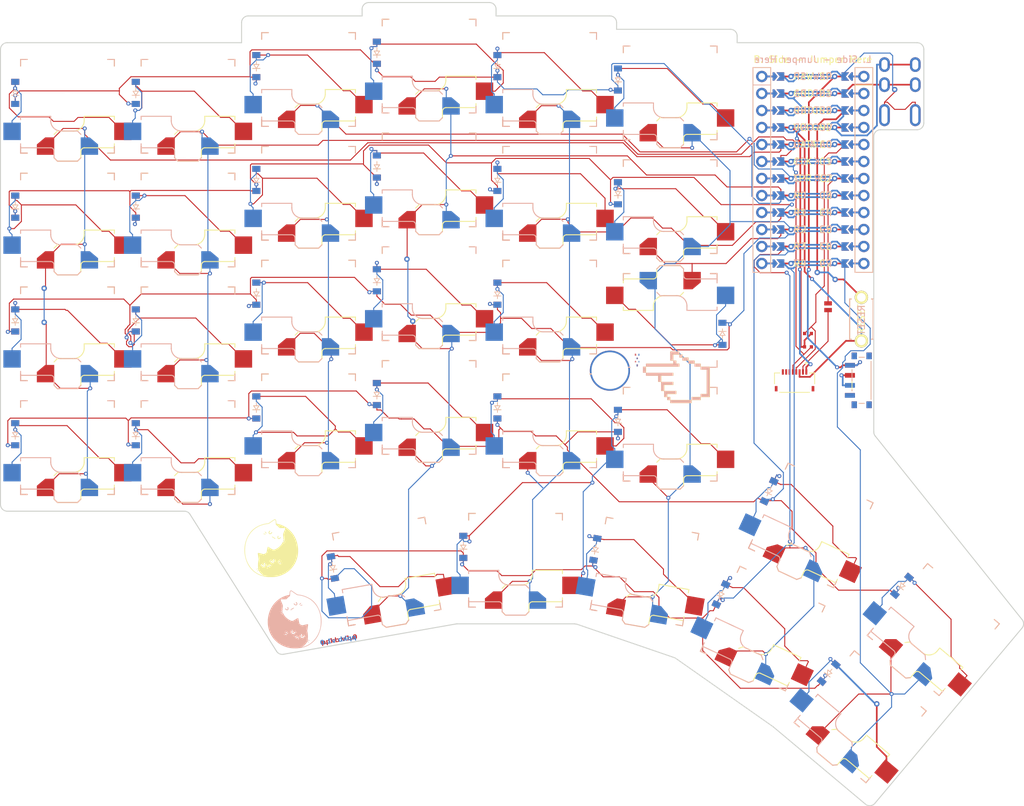
<source format=kicad_pcb>
(kicad_pcb (version 20221018) (generator pcbnew)
  (title_block (title "nib") (rev "v1.0.0") (company "Unknown"))
  (layers (0 "F.Cu" signal) (31 "B.Cu" signal) (34 "B.Paste" user) (35 "F.Paste" user) (36 "B.SilkS" user "B.Silkscreen") (37 "F.SilkS" user "F.Silkscreen") (38 "B.Mask" user) (39 "F.Mask" user) (44 "Edge.Cuts" user))
  (net 0 "")
  (net 1 "RAW")
  (net 2 "GND")
  (net 3 "RST")
  (net 4 "VCC")
  (net 5 "DATA")
  (net 6 "CLK")
  (net 7 "TPR")
  (net 8 "R0")
  (net 9 "R1")
  (net 10 "R2")
  (net 11 "R3")
  (net 12 "R4")
  (net 13 "SP")
  (net 14 "D1")
  (net 15 "C0")
  (net 16 "C1")
  (net 17 "C2")
  (net 18 "C3")
  (net 19 "C4")
  (net 20 "C5")
  (net 21 "C6")
  (net 22 "C7")
  (net 23 "MCU1_24")
  (net 24 "MCU1_1")
  (net 25 "MCU1_23")
  (net 26 "MCU1_2")
  (net 27 "MCU1_22")
  (net 28 "MCU1_3")
  (net 29 "MCU1_21")
  (net 30 "MCU1_4")
  (net 31 "MCU1_20")
  (net 32 "MCU1_5")
  (net 33 "MCU1_19")
  (net 34 "MCU1_6")
  (net 35 "MCU1_18")
  (net 36 "MCU1_7")
  (net 37 "MCU1_17")
  (net 38 "MCU1_8")
  (net 39 "MCU1_16")
  (net 40 "MCU1_9")
  (net 41 "MCU1_15")
  (net 42 "MCU1_10")
  (net 43 "MCU1_14")
  (net 44 "MCU1_11")
  (net 45 "MCU1_13")
  (net 46 "MCU1_12")
  (net 47 "pinky2_bottom")
  (net 48 "pinky2_home")
  (net 49 "pinky2_top")
  (net 50 "pinky2_num")
  (net 51 "pinky_bottom")
  (net 52 "pinky_home")
  (net 53 "pinky_top")
  (net 54 "pinky_num")
  (net 55 "ring_bottom")
  (net 56 "ring_home")
  (net 57 "ring_top")
  (net 58 "ring_num")
  (net 59 "middle_bottom")
  (net 60 "middle_home")
  (net 61 "middle_top")
  (net 62 "middle_num")
  (net 63 "index_bottom")
  (net 64 "index_home")
  (net 65 "index_top")
  (net 66 "index_num")
  (net 67 "inner_bottom")
  (net 68 "inner_home")
  (net 69 "inner_top")
  (net 70 "inner_num")
  (net 71 "inner2_bottom")
  (net 72 "home_bottom")
  (net 73 "outer_bottom")
  (net 74 "outer_top")
  (net 75 "outer2_bottom")
  (net 76 "outer2_top")
  (net 77 "BAT_P")
  (net 78 "RESETC")
  (footprint "kbd:ResetSW" (layer "F.Cu") (at 218.55 80.8 -90)
    (fp_text reference "B1" hide)
    (fp_text value "")
  )
  (footprint "PG1350" (layer "F.Cu") (at 147.6577 118.5173 -170)
    (fp_text reference "S25" hide)
    (fp_text value "")
  )
  (footprint "Screw_Hole" (layer "F.Cu") (at 226.5964 109.0587 -25)
    (fp_text reference "H4" hide)
    (fp_text value "")
  )
  (footprint "ComboDiode" (layer "F.Cu") (at 128.2 43 90)
    (fp_text reference "D12" hide)
    (fp_text value "" hide)
  )
  (footprint "Screw_Hole" (layer "F.Cu") (at 121.6 111)
    (fp_text reference "H2" hide)
    (fp_text value "")
  )
  (footprint "PG1350" (layer "F.Cu") (at 100 100 180)
    (fp_text reference "S1" hide)
    (fp_text value "")
  )
  (footprint "ComboDiode" (layer "F.Cu") (at 164.2 60 90)
    (fp_text reference "D19" hide)
    (fp_text value "" hide)
  )
  (footprint "ComboDiode" (layer "F.Cu") (at 110.2 81 90)
    (fp_text reference "D6" hide)
    (fp_text value "" hide)
  )
  (footprint "ComboDiode" (layer "F.Cu") (at 110.2 64 90)
    (fp_text reference "D7" hide)
    (fp_text value "" hide)
  )
  (footprint "PG1350" (layer "F.Cu") (at 118 49 180)
    (fp_text reference "S8" hide)
    (fp_text value "")
  )
  (footprint "PG1350" (layer "F.Cu") (at 166.9084 116.833 180)
    (fp_text reference "S26" hide)
    (fp_text value "")
  )
  (footprint "1:point" (layer "F.Cu") (at 190.906539 89.492724)
    (fp_text reference "G***" hide)
    (fp_text value "LOGO" hide)
  )
  (footprint "PG1350" (layer "F.Cu") (at 100 66 180)
    (fp_text reference "S3" hide)
    (fp_text value "")
  )
  (footprint "trackpoint_mount_t430" (layer "F.Cu") (at 181 88.5 45)
    (fp_text reference "TP1" hide)
    (fp_text value "")
  )
  (footprint "ComboDiode" (layer "F.Cu") (at 128.2 94 90)
    (fp_text reference "D9" hide)
    (fp_text value "" hide)
  )
  (footprint "PG1350" (layer "F.Cu") (at 190 47 180)
    (fp_text reference "S24" hide)
    (fp_text value "")
  )
  (footprint "PG1350" (layer "F.Cu") (at 190 81)
    (fp_text reference "S22" hide)
    (fp_text value "")
  )
  (footprint "PG1350" (layer "F.Cu") (at 136 96 180)
    (fp_text reference "S9" hide)
    (fp_text value "")
  )
  (footprint "PG1350" (layer "F.Cu") (at 136 45 180)
    (fp_text reference "S12" hide)
    (fp_text value "")
  )
  (footprint "PG1350" (layer "F.Cu") (at 136 79 180)
    (fp_text reference "S10" hide)
    (fp_text value "")
  )
  (footprint "ComboDiode" (layer "F.Cu") (at 92.2 98 90)
    (fp_text reference "D1" hide)
    (fp_text value "" hide)
  )
  (footprint "RES_ERJ2RKF4701X" (layer "F.Cu") (at 210.575 82.95)
    (fp_text reference "DISP2" hide)
    (fp_text value "RES_ERJ2RKF4701X")
  )
  (footprint "ComboDiode" (layer "F.Cu") (at 110.2 98 90)
    (fp_text reference "D5" hide)
    (fp_text value "" hide)
  )
  (footprint "ComboDiode" (layer "F.Cu") (at 146.2 41 90)
    (fp_text reference "D16" hide)
    (fp_text value "" hide)
  )
  (footprint "PG1350" (layer "F.Cu") (at 118 100 180)
    (fp_text reference "S5" hide)
    (fp_text value "")
  )
  (footprint "ComboDiode" (layer "F.Cu") (at 92.2 81 90)
    (fp_text reference "D2" hide)
    (fp_text value "" hide)
  )
  (footprint "ComboDiode" (layer "F.Cu") (at 92.2 64 90)
    (fp_text reference "D3" hide)
    (fp_text value "" hide)
  )
  (footprint "PG1350" (layer "F.Cu") (at 190 98 180)
    (fp_text reference "S21" hide)
    (fp_text value "")
  )
  (footprint "ComboDiode" (layer "F.Cu") (at 182.2 96 90)
    (fp_text reference "D21" hide)
    (fp_text value "" hide)
  )
  (footprint "nice_nano" (layer "F.Cu") (at 211.3 57.25)
    (fp_text reference "MCU1" hide)
    (fp_text value "")
  )
  (footprint "ComboDiode" (layer "F.Cu") (at 146.2 58 90)
    (fp_text reference "D15" hide)
    (fp_text value "" hide)
  )
  (footprint "PG1350" (layer "F.Cu") (at 118 83 180)
    (fp_text reference "S6" hide)
    (fp_text value "")
  )
  (footprint "ComboDiode" (layer "F.Cu") (at 146.2 75 90)
    (fp_text reference "D14" hide)
    (fp_text value "" hide)
  )
  (footprint "ComboDiode" (layer "F.Cu") (at 159.1084 114.833 90)
    (fp_text reference "D26" hide)
    (fp_text value "" hide)
  )
  (footprint "RES_ERJ2RKF4701X" (layer "F.Cu") (at 210.575 84.95)
    (fp_text reference "DISP3" hide)
    (fp_text value "RES_ERJ2RKF4701X")
  )
  (footprint "ComboDiode" (layer "F.Cu") (at 164.2 77 90)
    (fp_text reference "D18" hide)
    (fp_text value "" hide)
  )
  (footprint "ComboDiode" (layer "F.Cu") (at 213.6796 133.6673 50)
    (fp_text reference "D30" hide)
    (fp_text value "" hide)
  )
  (footprint "PG1350" (layer "F.Cu") (at 100 83 180)
    (fp_text reference "S2" hide)
    (fp_text value "")
  )
  (footprint "PG1350" (layer "F.Cu") (at 172 96 180)
    (fp_text reference "S17" hide)
    (fp_text value "")
  )
  (footprint "ComboDiode" (layer "F.Cu") (at 197.5888 121.9306 65)
    (fp_text reference "D28" hide)
    (fp_text value "" hide)
  )
  (footprint "ComboDiode" (layer "F.Cu") (at 182.2 62 90)
    (fp_text reference "D23" hide)
    (fp_text value "" hide)
  )
  (footprint "ComboDiode" (layer "F.Cu") (at 178.8249 115.1932 80)
    (fp_text reference "D27" hide)
    (fp_text value "" hide)
  )
  (footprint "ComboDiode" (layer "F.Cu") (at 139.6289 117.9021 100)
    (fp_text reference "D25" hide)
    (fp_text value "" hide)
  )
  (footprint "ComboDiode" (layer "F.Cu") (at 110.2 47 90)
    (fp_text reference "D8" hide)
    (fp_text value "" hide)
  )
  (footprint "ComboDiode" (layer "F.Cu") (at 128.2 60 90)
    (fp_text reference "D11" hide)
    (fp_text value "" hide)
  )
  (footprint "ComboDiode" (layer "F.Cu") (at 164.2 43 90)
    (fp_text reference "D20" hide)
    (fp_text value "" hide)
  )
  (footprint "ComboDiode" (layer "F.Cu") (at 224.607 120.6445 50)
    (fp_text reference "D31" hide)
    (fp_text value "" hide)
  )
  (footprint "ComboDiode" (layer "F.Cu") (at 182.2 45 90)
    (fp_text reference "D24" hide)
    (fp_text value "" hide)
  )
  (footprint "ComboDiode" (layer "F.Cu") (at 146.2 92 90)
    (fp_text reference "D13" hide)
    (fp_text value "" hide)
  )
  (footprint "PG1350" (layer "F.Cu") (at 229.2965 127.1904 140)
    (fp_text reference "S31" hide)
    (fp_text value "")
  )
  (footprint "PG1350" (layer "F.Cu") (at 154 60 180)
    (fp_text reference "S15" hide)
    (fp_text value "")
  )
  (footprint "PG1350" (layer "F.Cu") (at 210.9972 111.6324 155)
    (fp_text reference "S29" hide)
    (fp_text value "")
  )
  (footprint "ComboDiode" (layer "F.Cu") (at 92.2 47 90)
    (fp_text reference "D4" hide)
    (fp_text value "" hide)
  )
  (footprint "ceoloide:TRRS-PJ-320A-dual (reversible, symmetric)" (layer "F.Cu") (at 226.6 39.575)
    (fp_text reference "TRRS1" hide)
    (fp_text value "TRRS-PJ-320A-dual")
  )
  (footprint "PG1350" (layer "F.Cu") (at 186.1591 118.5173 170)
    (fp_text reference "S27" hide)
    (fp_text value "")
  )
  (footprint "power_switch" (layer "F.Cu") (at 218.575 89.95)
    (fp_text reference "SW1" hide)
    (fp_text value "")
  )
  (footprint "ComboDiode" (layer "F.Cu") (at 128.2 77 90)
    (fp_text reference "D10" hide)
    (fp_text value "" hide)
  )
  (footprint "PG1350" (layer "F.Cu") (at 154 94 180)
    (fp_text reference "S13" hide)
    (fp_text value "")
  )
  (footprint "ComboDiode" (layer "F.Cu") (at 204.7733 106.5233 65)
    (fp_text reference "D29" hide)
    (fp_text value "" hide)
  )
  (footprint "PG1350" (layer "F.Cu") (at 118 66 180)
    (fp_text reference "S7" hide)
    (fp_text value "")
  )
  (footprint "PG1350" (layer "F.Cu") (at 218.3692 140.2131 140)
    (fp_text reference "S30" hide)
    (fp_text value "")
  )
  (footprint "PG1350" (layer "F.Cu") (at 172 79 180)
    (fp_text reference "S18" hide)
    (fp_text value "")
  )
  (footprint "1:point" (layer "F.Cu") (at 190.920611 89.507549)
    (fp_text reference "G***" hide)
    (fp_text value "LOGO" hide)
  )
  (footprint "PG1350" (layer "F.Cu") (at 203.8127 127.0396 155)
    (fp_text reference "S28" hide)
    (fp_text value "")
  )
  (footprint "Screw_Hole" (layer "F.Cu") (at 200.26 41.39)
    (fp_text reference "H3" hide)
    (fp_text value "")
  )
  (footprint "1:catyy" (layer "F.Cu") (at 130.431983 115.02735)
    (fp_text reference "G***" hide)
    (fp_text value "LOGO" hide)
  )
  (footprint "PG1350" (layer "F.Cu") (at 172 45 180)
    (fp_text reference "S20" hide)
    (fp_text value "")
  )
  (footprint "ComboDiode" (layer "F.Cu") (at 197.8 83 -90)
    (fp_text reference "D22" hide)
    (fp_text value "" hide)
  )
  (footprint "HRS_FH34SRJ-8S-0.5SH_50_" (layer "F.Cu") (at 208.575 89.95)
    (fp_text reference "DISP1" hide)
    (fp_text value "HRS_FH34SRJ-8S-0.5SH_50_")
  )
  (footprint "PG1350" (layer "F.Cu") (at 190 64 180)
    (fp_text reference "S23" hide)
    (fp_text value "")
  )
  (footprint "PG1350" (layer "F.Cu") (at 154 77 180)
    (fp_text reference "S14" hide)
    (fp_text value "")
  )
  (footprint "PG1350" (layer "F.Cu") (at 136 62 180)
    (fp_text reference "S11" hide)
    (fp_text value "")
  )
  (footprint "Screw_Hole" (layer "F.Cu") (at 109 41.35)
    (fp_text reference "H1" hide)
    (fp_text value "")
  )
  (footprint "lib:Jumper" (layer "F.Cu") (at 213.575 78.95 90)
    (fp_text reference "J1" hide)
    (fp_text value "Jumper")
  )
  (footprint "PG1350" (layer "F.Cu") (at 154 43 180)
    (fp_text reference "S16" hide)
    (fp_text value "")
  )
  (footprint "ComboDiode" (layer "F.Cu") (at 164.2 94 90)
    (fp_text reference "D17" hide)
    (fp_text value "" hide)
  )
  (footprint "PG1350" (layer "F.Cu") (at 100 49 180)
    (fp_text reference "S4" hide)
    (fp_text value "")
  )
  (footprint "PG1350" (layer "F.Cu") (at 172 62 180)
    (fp_text reference "S19" hide)
    (fp_text value "")
  )
  (footprint "1:catyy" (layer "B.Cu") (at 133.921268 125.671361 180)
    (fp_text reference "G***" hide)
    (fp_text value "LOGO" hide)
  )
  (footprint "1:pointR" (layer "B.Cu") (at 190.887066 89.492724 180)
    (fp_text reference "G***" hide)
    (fp_text value "LOGO" hide)
  )
  (gr_line (start 227.8725 40.5) (end 227.8725 51.5075) (stroke (width 0.15)) (layer "Edge.Cuts"))
  (gr_arc (start 226.8725 39.5) (mid 227.579607 39.792893) (end 227.8725 40.5) (stroke (width 0.15)) (layer "Edge.Cuts"))
  (gr_line (start 126 39.5) (end 126 36.5) (stroke (width 0.15)) (layer "Edge.Cuts"))
  (gr_line (start 242.536901 126.968355) (end 220.565905 153.152369) (stroke (width 0.15)) (layer "Edge.Cuts"))
  (gr_line (start 144 35.5) (end 127 35.5) (stroke (width 0.15)) (layer "Edge.Cuts"))
  (gr_line (start 144 35.5) (end 144 34.5) (stroke (width 0.15)) (layer "Edge.Cuts"))
  (gr_arc (start 90 40.5) (mid 90.292893 39.792893) (end 91 39.5) (stroke (width 0.15)) (layer "Edge.Cuts"))
  (gr_arc (start 220.565904 153.152369) (mid 219.887016 153.505776) (end 219.157073 153.275626) (stroke (width 0.15)) (layer "Edge.Cuts"))
  (gr_line (start 199 37.5) (end 182 37.5) (stroke (width 0.15)) (layer "Edge.Cuts"))
  (gr_line (start 220.4 97.64933) (end 220.4 53.5075) (stroke (width 0.15)) (layer "Edge.Cuts"))
  (gr_arc (start 117.44889 109.499999) (mid 117.931555 109.624194) (end 118.294331 109.96593) (stroke (width 0.15)) (layer "Edge.Cuts"))
  (gr_line (start 176.040108 126.379556) (end 175.708394 126.333037) (stroke (width 0.15)) (layer "Edge.Cuts"))
  (gr_line (start 226.8725 52.5075) (end 221.4 52.5075) (stroke (width 0.15)) (layer "Edge.Cuts"))
  (gr_line (start 131.222629 130.431619) (end 118.294331 109.96593) (stroke (width 0.15)) (layer "Edge.Cuts"))
  (gr_arc (start 227.8725 51.5075) (mid 227.579607 52.214607) (end 226.8725 52.5075) (stroke (width 0.15)) (layer "Edge.Cuts"))
  (gr_line (start 181 35.5) (end 164 35.5) (stroke (width 0.15)) (layer "Edge.Cuts"))
  (gr_line (start 164 35.5) (end 164 34.5) (stroke (width 0.15)) (layer "Edge.Cuts"))
  (gr_line (start 175.708394 126.333037) (end 158.195662 126.333037) (stroke (width 0.15)) (layer "Edge.Cuts"))
  (gr_arc (start 144 34.5) (mid 144.292893 33.792893) (end 145 33.5) (stroke (width 0.15)) (layer "Edge.Cuts"))
  (gr_arc (start 199 37.5) (mid 199.707107 37.792893) (end 200 38.5) (stroke (width 0.15)) (layer "Edge.Cuts"))
  (gr_line (start 200 39.5) (end 226.8725 39.5) (stroke (width 0.15)) (layer "Edge.Cuts"))
  (gr_line (start 200 39.5) (end 200 38.5) (stroke (width 0.15)) (layer "Edge.Cuts"))
  (gr_line (start 205.333218 141.680818) (end 190.850852 131.50491) (stroke (width 0.15)) (layer "Edge.Cuts"))
  (gr_line (start 190.600588 131.37729) (end 176.040108 126.379556) (stroke (width 0.15)) (layer "Edge.Cuts"))
  (gr_arc (start 190.600588 131.37729) (mid 190.730224 131.432268) (end 190.850852 131.50491) (stroke (width 0.15)) (layer "Edge.Cuts"))
  (gr_arc (start 163 33.5) (mid 163.707107 33.792893) (end 164 34.5) (stroke (width 0.15)) (layer "Edge.Cuts"))
  (gr_line (start 90 108.5) (end 90 40.5) (stroke (width 0.15)) (layer "Edge.Cuts"))
  (gr_line (start 219.157073 153.275626) (end 205.401093 141.732989) (stroke (width 0.15)) (layer "Edge.Cuts"))
  (gr_arc (start 91 109.5) (mid 90.292893 109.207107) (end 90 108.5) (stroke (width 0.15)) (layer "Edge.Cuts"))
  (gr_arc (start 126 36.5) (mid 126.292893 35.792893) (end 127 35.5) (stroke (width 0.15)) (layer "Edge.Cuts"))
  (gr_line (start 91 39.5) (end 126 39.5) (stroke (width 0.15)) (layer "Edge.Cuts"))
  (gr_arc (start 242.551848 125.701028) (mid 242.770786 126.337362) (end 242.536901 126.968355) (stroke (width 0.15)) (layer "Edge.Cuts"))
  (gr_line (start 91 109.5) (end 117.44889 109.5) (stroke (width 0.15)) (layer "Edge.Cuts"))
  (gr_arc (start 220.4 53.5075) (mid 220.692893 52.800393) (end 221.4 52.5075) (stroke (width 0.15)) (layer "Edge.Cuts"))
  (gr_line (start 163 33.5) (end 145 33.5) (stroke (width 0.15)) (layer "Edge.Cuts"))
  (gr_line (start 220.619008 98.273871) (end 242.551849 125.701027) (stroke (width 0.15)) (layer "Edge.Cuts"))
  (gr_arc (start 205.333217 141.680818) (mid 205.367714 141.706177) (end 205.401093 141.732989) (stroke (width 0.15)) (layer "Edge.Cuts"))
  (gr_arc (start 132.241286 130.882432) (mid 131.663373 130.811999) (end 131.222629 130.431619) (stroke (width 0.15)) (layer "Edge.Cuts"))
  (gr_arc (start 158.022445 126.348153) (mid 158.108724 126.336823) (end 158.195662 126.333037) (stroke (width 0.15)) (layer "Edge.Cuts"))
  (gr_line (start 158.022445 126.348154) (end 132.241287 130.882433) (stroke (width 0.15)) (layer "Edge.Cuts"))
  (gr_arc (start 181 35.5) (mid 181.707107 35.792893) (end 182 36.5) (stroke (width 0.15)) (layer "Edge.Cuts"))
  (gr_line (start 182 37.5) (end 182 36.5) (stroke (width 0.15)) (layer "Edge.Cuts"))
  (gr_arc (start 220.619008 98.273871) (mid 220.456339 97.980244) (end 220.4 97.64933) (stroke (width 0.15)) (layer "Edge.Cuts"))
  (gr_text "B\n a\nn\n g" (at 184.69917 87.836683) (layer "F.Cu") (effects (font (size 0.3 0.3) (thickness 0.075) bold) (justify left bottom)))
  (gr_text "ppkb v1.0" (at 137.952229 129.574635 9.5) (layer "F.Cu") (effects (font (size 0.7 0.7) (thickness 0.125) bold) (justify left bottom)))
  (gr_text "B\n a\nn\n g" (at 185.443476 87.846875) (layer "B.Cu") (effects (font (size 0.3 0.3) (thickness 0.075) bold) (justify left bottom mirror)))
  (gr_text "ppkb v1.0" (at 143.18889 128.71361 9.5) (layer "B.Cu") (effects (font (size 0.7 0.7) (thickness 0.125) bold) (justify left bottom mirror)))
  (segment (start 215.7631 87.7) (end 215.4605 88.0026) (width 0.25) (layer "F.Cu") (net 1))
  (segment (start 214.561 44.55) (end 214.56 44.55) (width 0.25) (layer "F.Cu") (net 1))
  (segment (start 215.4605 88.0026) (end 214.9155 88.0026) (width 0.25) (layer "F.Cu") (net 1))
  (segment (start 214.562 44.55) (end 214.561 44.55) (width 0.25) (layer "F.Cu") (net 1))
  (segment (start 210.7028 48.4082) (end 210.7028 73.4217) (width 0.25) (layer "F.Cu") (net 1))
  (segment (start 216.3016 87.7) (end 215.7631 87.7) (width 0.25) (layer "F.Cu") (net 1))
  (segment (start 216.3016 87.7) (end 216.84 87.7) (width 0.25) (layer "F.Cu") (net 1))
  (segment (start 216.08 44.55) (end 216.075 44.55) (width 0.25) (layer "F.Cu") (net 1))
  (segment (start 217.883 87.7) (end 218.3548 87.2282) (width 0.25) (layer "F.Cu") (net 1))
  (segment (start 214.561 44.55) (end 210.7028 48.4082) (width 0.25) (layer "F.Cu") (net 1))
  (segment (start 216.075 44.55) (end 214.562 44.55) (width 0.25) (layer "F.Cu") (net 1))
  (segment (start 216.84 87.7) (end 217.883 87.7) (width 0.25) (layer "F.Cu") (net 1))
  (via (at 218.3548 87.2282) (size 0.6) (drill 0.3) (layers "F.Cu" "B.Cu") (net 1))
  (via (at 210.7028 73.4217) (size 0.6) (drill 0.3) (layers "F.Cu" "B.Cu") (net 1))
  (via (at 214.9155 88.0026) (size 0.6) (drill 0.3) (layers "F.Cu" "B.Cu") (net 1))
  (segment (start 207.69 45.28) (end 208.39 45.28) (width 0.25) (layer "B.Cu") (net 1))
  (segment (start 208.85 44.8) (end 214.31 44.8) (width 0.25) (layer "B.Cu") (net 1))
  (segment (start 206.53 44.55) (end 206.96 44.55) (width 0.25) (layer "B.Cu") (net 1))
  (segment (start 214.4628 44.6492) (end 214.4608 44.6492) (width 0.25) (layer "B.Cu") (net 1))
  (segment (start 214.4608 44.6492) (end 214.56 44.55) (width 0.25) (layer "B.Cu") (net 1))
  (segment (start 208.39 45.28) (end 208.76 44.9) (width 0.25) (layer "B.Cu") (net 1))
  (segment (start 208.76 44.89) (end 208.85 44.8) (width 0.25) (layer "B.Cu") (net 1))
  (segment (start 217.883 87.7) (end 218.3548 87.2282) (width 0.25) (layer "B.Cu") (net 1))
  (segment (start 210.5478 73.5767) (end 210.5478 83.6349) (width 0.25) (layer "B.Cu") (net 1))
  (segment (start 214.562 44.55) (end 214.4628 44.6492) (width 0.25) (layer "B.Cu") (net 1))
  (segment (start 210.7028 73.4217) (end 210.5478 73.5767) (width 0.25) (layer "B.Cu") (net 1))
  (segment (start 206.96 44.55) (end 207.69 45.28) (width 0.25) (layer "B.Cu") (net 1))
  (segment (start 214.31 44.8) (end 214.4608 44.6492) (width 0.25) (layer "B.Cu") (net 1))
  (segment (start 206.53 44.55) (end 206.525 44.55) (width 0.25) (layer "B.Cu") (net 1))
  (segment (start 210.5478 83.6349) (end 214.9155 88.0026) (width 0.25) (layer "B.Cu") (net 1))
  (segment (start 208.76 44.9) (end 208.76 44.89) (width 0.25) (layer "B.Cu") (net 1))
  (segment (start 216.84 87.7) (end 217.883 87.7) (width 0.25) (layer "B.Cu") (net 1))
  (segment (start 208.04 52.17) (end 208.2038 52.17) (width 0.25) (layer "F.Cu") (net 2))
  (segment (start 216.075 47.09) (end 214.562 47.09) (width 0.25) (layer "F.Cu") (net 2))
  (segment (start 217.2581 45.775) (end 216.08 46.9531) (width 0.25) (layer "F.Cu") (net 2))
  (segment (start 216.08 46.9531) (end 216.08 47.09) (width 0.25) (layer "F.Cu") (net 2))
  (segment (start 206.53 49.63) (end 208.038 49.63) (width 0.25) (layer "F.Cu") (net 2))
  (segment (start 208.2038 52.17) (end 210.0758 54.042) (width 0.25) (layer "F.Cu") (net 2))
  (segment (start 206.53 52.17) (end 206.525 52.17) (width 0.25) (layer "F.Cu") (net 2))
  (segment (start 218.55 84.05) (end 216.2455 84.05) (width 0.25) (layer "F.Cu") (net 2))
  (segment (start 216.08 47.09) (end 216.075 47.09) (width 0.25) (layer "F.Cu") (net 2))
  (segment (start 206.53 49.63) (end 206.525 49.63) (width 0.25) (layer "F.Cu") (net 2))
  (segment (start 206.53 52.17) (end 208.038 52.17) (width 0.25) (layer "F.Cu") (net 2))
  (segment (start 208.038 52.17) (end 208.04 52.17) (width 0.25) (layer "F.Cu") (net 2))
  (segment (start 216.2455 84.05) (end 210.8686 89.4269) (width 0.25) (layer "F.Cu") (net 2))
  (segment (start 226.6 45.775) (end 222 45.775) (width 0.25) (layer "F.Cu") (net 2))
  (segment (start 209.325 88.7) (end 209.325 89.4269) (width 0.25) (layer "F.Cu") (net 2))
  (segment (start 222 45.775) (end 217.2581 45.775) (width 0.25) (layer "F.Cu") (net 2))
  (segment (start 214.562 47.09) (end 214.56 47.09) (width 0.25) (layer "F.Cu") (net 2))
  (segment (start 210.8686 89.4269) (end 209.325 89.4269) (width 0.25) (layer "F.Cu") (net 2))
  (segment (start 210.0758 54.042) (end 210.0758 73.7112) (width 0.25) (layer "F.Cu") (net 2))
  (segment (start 210.0758 73.7112) (end 211.1747 74.8101) (width 0.25) (layer "F.Cu") (net 2))
  (segment (start 208.038 49.63) (end 208.04 49.63) (width 0.25) (layer "F.Cu") (net 2))
  (via (at 211.1747 74.8101) (size 0.6) (drill 0.3) (layers "F.Cu" "B.Cu") (net 2))
  (segment (start 208.29 49.38) (end 208.165 49.505) (width 0.25) (layer "B.Cu") (net 2))
  (segment (start 216.075 52.17) (end 215.64 52.17) (width 0.25) (layer "B.Cu") (net 2))
  (segment (start 206.53 47.09) (end 206.96 47.09) (width 0.25) (layer "B.Cu") (net 2))
  (segment (start 209.95 49.38) (end 208.29 49.38) (width 0.25) (layer "B.Cu") (net 2))
  (segment (start 215.8575 49.63) (end 215.8575 50.4925) (width 0.25) (layer "B.Cu") (net 2))
  (segment (start 216.08 52.17) (end 216.075 52.17) (width 0.25) (layer "B.Cu") (net 2))
  (segment (start 208.85 47.34) (end 214.31 47.34) (width 0.25) (layer "B.Cu") (net 2))
  (segment (start 215.8575 49.63) (end 215.64 49.63) (width 0.25) (layer "B.Cu") (net 2))
  (segment (start 215.64 52.17) (end 214.91 51.44) (width 0.25) (layer "B.Cu") (net 2))
  (segment (start 214.21 51.44) (end 213.74 51.92) (width 0.25) (layer "B.Cu") (net 2))
  (segment (start 208.39 47.82) (end 208.76 47.44) (width 0.25) (layer "B.Cu") (net 2))
  (segment (start 208.76 47.44) (end 208.76 47.43) (width 0.25) (layer "B.Cu") (net 2))
  (segment (start 208.76 47.43) (end 208.85 47.34) (width 0.25) (layer "B.Cu") (net 2))
  (segment (start 206.53 47.09) (end 206.525 47.09) (width 0.25) (layer "B.Cu") (net 2))
  (segment (start 208.165 49.505) (end 208.163 49.505) (width 0.25) (layer "B.Cu") (net 2))
  (segment (start 215.64 49.63) (end 214.91 48.9) (width 0.25) (layer "B.Cu") (net 2))
  (segment (start 208.163 49.505) (end 208.038 49.63) (width 0.25) (layer "B.Cu") (net 2))
  (segment (start 208.165 52.045) (end 208.04 52.17) (width 0.25) (layer "B.Cu") (net 2))
  (segment (start 208.165 52.045) (end 208.163 52.045) (width 0.25) (layer "B.Cu") (net 2))
  (segment (start 214.31 47.34) (end 214.4608 47.1892) (width 0.25) (layer "B.Cu") (net 2))
  (segment (start 209.95 49.38) (end 208.39 47.82) (width 0.25) (layer "B.Cu") (net 2))
  (segment (start 208.163 52.045) (end 208.038 52.17) (width 0.25) (layer "B.Cu") (net 2))
  (segment (start 214.4628 47.1892) (end 214.4608 47.1892) (width 0.25) (layer "B.Cu") (net 2))
  (segment (start 214.4608 47.1892) (end 214.56 47.09) (width 0.25) (layer "B.Cu") (net 2))
  (segment (start 208.165 49.505) (end 208.04 49.63) (width 0.25) (layer "B.Cu") (net 2))
  (segment (start 215.8575 50.4925) (end 214.91 51.44) (width 0.25) (layer "B.Cu") (net 2))
  (segment (start 213.74 51.92) (end 208.29 51.92) (width 0.25) (layer "B.Cu") (net 2))
  (segment (start 214.562 47.09) (end 214.4628 47.1892) (width 0.25) (layer "B.Cu") (net 2))
  (segment (start 214.91 48.9) (end 214.21 48.9) (width 0.25) (layer "B.Cu") (net 2))
  (segment (start 207.69 47.82) (end 208.39 47.82) (width 0.25) (layer "B.Cu") (net 2))
  (segment (start 218.55 84.05) (end 218.55 82.1854) (width 0.25) (layer "B.Cu") (net 2))
  (segment (start 216.08 49.63) (end 216.075 49.63) (width 0.25) (layer "B.Cu") (net 2))
  (segment (start 218.55 82.1854) (end 211.1747 74.8101) (width 0.25) (layer "B.Cu") (net 2))
  (segment (start 216.075 49.63) (end 215.8575 49.63) (width 0.25) (layer "B.Cu") (net 2))
  (segment (start 214.91 51.44) (end 214.21 51.44) (width 0.25) (layer "B.Cu") (net 2))
  (segment (start 213.74 49.38) (end 209.95 49.38) (width 0.25) (layer "B.Cu") (net 2))
  (segment (start 214.21 48.9) (end 213.74 49.38) (width 0.25) (layer "B.Cu") (net 2))
  (segment (start 208.29 51.92) (end 208.165 52.045) (width 0.25) (layer "B.Cu") (net 2))
  (segment (start 206.96 47.09) (end 207.69 47.82) (width 0.25) (layer "B.Cu") (net 2))
  (segment (start 218.55 77.55) (end 215.873099 74.873099) (width 0.25) (layer "F.Cu") (net 3))
  (segment (start 212.94839 50.949275) (end 214.755725 50.949275) (width 0.25) (layer "F.Cu") (net 3))
  (segment (start 214.755725 50.949275) (end 216.075 49.63) (width 0.25) (layer "F.Cu") (net 3))
  (segment (start 214.562 49.63) (end 214.56 49.63) (width 0.25) (layer "F.Cu") (net 3))
  (segment (start 215.873099 74.873099) (end 214.631772 74.873099) (width 0.25) (layer "F.Cu") (net 3))
  (segment (start 211.958166 51.939499) (end 212.94839 50.949275) (width 0.25) (layer "F.Cu") (net 3))
  (segment (start 216.075 49.63) (end 214.562 49.63) (width 0.25) (layer "F.Cu") (net 3))
  (segment (start 216.08 49.63) (end 216.075 49.63) (width 0.25) (layer "F.Cu") (net 3))
  (segment (start 211.958166 73.823461) (end 211.958166 51.939499) (width 0.25) (layer "F.Cu") (net 3))
  (via (at 211.958166 73.823461) (size 0.8) (drill 0.4) (layers "F.Cu" "B.Cu") (net 3))
  (via (at 214.631772 74.873099) (size 0.8) (drill 0.4) (layers "F.Cu" "B.Cu") (net 3))
  (segment (start 206.96 49.63) (end 207.69 50.36) (width 0.25) (layer "B.Cu") (net 3))
  (segment (start 208.76 49.97) (end 208.85 49.88) (width 0.25) (layer "B.Cu") (net 3))
  (segment (start 206.53 49.63) (end 206.525 49.63) (width 0.15) (layer "B.Cu") (net 3))
  (segment (start 214.31 49.88) (end 214.4858 49.7042) (width 0.25) (layer "B.Cu") (net 3))
  (segment (start 214.562 49.63) (end 214.4878 49.7042) (width 0.15) (layer "B.Cu") (net 3))
  (segment (start 206.53 49.63) (end 206.96 49.63) (width 0.25) (layer "B.Cu") (net 3))
  (segment (start 214.4858 49.7042) (end 214.56 49.63) (width 0.25) (layer "B.Cu") (net 3))
  (segment (start 208.76 49.98) (end 208.76 49.97) (width 0.25) (layer "B.Cu") (net 3))
  (segment (start 207.69 50.36) (end 208.39 50.36) (width 0.25) (layer "B.Cu") (net 3))
  (segment (start 214.4878 49.7042) (end 214.4858 49.7042) (width 0.15) (layer "B.Cu") (net 3))
  (segment (start 213.582134 73.823461) (end 211.958166 73.823461) (width 0.25) (layer "B.Cu") (net 3))
  (segment (start 214.631772 74.873099) (end 213.582134 73.823461) (width 0.25) (layer "B.Cu") (net 3))
  (segment (start 208.85 49.88) (end 214.31 49.88) (width 0.25) (layer "B.Cu") (net 3))
  (segment (start 208.39 50.36) (end 208.76 49.98) (width 0.25) (layer "B.Cu") (net 3))
  (segment (start 226.6 42.775) (end 222 42.775) (width 0.25) (layer "F.Cu") (net 4))
  (segment (start 210.9586 87.5484) (end 210.7497 87.5484) (width 0.25) (layer "F.Cu") (net 4))
  (segment (start 209.5627 84.95) (end 209.4986 84.95) (width 0.25) (layer "F.Cu") (net 4))
  (segment (start 209.4986 73.452) (end 209.4333 73.3867) (width 0.25) (layer "F.Cu") (net 4))
  (segment (start 210.063 84.95) (end 209.7808 84.95) (width 0.25) (layer "F.Cu") (net 4))
  (segment (start 209.4333 73.3867) (end 209.4333 54.332) (width 0.25) (layer "F.Cu") (net 4))
  (segment (start 210.325 88.7) (end 210.325 87.9731) (width 0.25) (layer "F.Cu") (net 4))
  (segment (start 210.063 83.974) (end 211.087 82.95) (width 0.25) (layer "F.Cu") (net 4))
  (segment (start 214.562 52.17) (end 214.56 52.17) (width 0.25) (layer "F.Cu") (net 4))
  (segment (start 210.7497 87.5484) (end 210.325 87.9731) (width 0.25) (layer "F.Cu") (net 4))
  (segment (start 209.7808 84.95) (end 209.5627 84.95) (width 0.25) (layer "F.Cu") (net 4))
  (segment (start 210.063 84.95) (end 210.063 83.974) (width 0.25) (layer "F.Cu") (net 4))
  (segment (start 209.4333 54.332) (end 208.9215 53.8202) (width 0.25) (layer "F.Cu") (net 4))
  (segment (start 216.075 52.17) (end 214.562 52.17) (width 0.25) (layer "F.Cu") (net 4))
  (segment (start 209.4333 73.3867) (end 209.368 73.3867) (width 0.25) (layer "F.Cu") (net 4))
  (segment (start 216.08 52.17) (end 216.075 52.17) (width 0.25) (layer "F.Cu") (net 4))
  (segment (start 209.4986 84.95) (end 209.4986 73.452) (width 0.25) (layer "F.Cu") (net 4))
  (via (at 210.9586 87.5484) (size 0.6) (drill 0.3) (layers "F.Cu" "B.Cu") (net 4))
  (via (at 208.9215 53.8202) (size 0.6) (drill 0.3) (layers "F.Cu" "B.Cu") (net 4))
  (via (at 209.368 73.3867) (size 0.6) (drill 0.3) (layers "F.Cu" "B.Cu") (net 4))
  (segment (start 209.5163 52.42) (end 214.31 52.42) (width 0.25) (layer "B.Cu") (net 4))
  (segment (start 208.76 52.51) (end 208.85 52.42) (width 0.25) (layer "B.Cu") (net 4))
  (segment (start 214.562 52.17) (end 214.4628 52.2692) (width 0.25) (layer "B.Cu") (net 4))
  (segment (start 209.368 85.9578) (end 209.368 73.3867) (width 0.25) (layer "B.Cu") (net 4))
  (segment (start 208.85 52.42) (end 209.5163 52.42) (width 0.25) (layer "B.Cu") (net 4))
  (segment (start 206.53 52.17) (end 206.96 52.17) (width 0.25) (layer "B.Cu") (net 4))
  (segment (start 214.31 52.42) (end 214.4608 52.2692) (width 0.25) (layer "B.Cu") (net 4))
  (segment (start 215.6004 53.354) (end 214.562 52.3156) (width 0.25) (layer "B.Cu") (net 4))
  (segment (start 206.96 52.17) (end 207.69 52.9) (width 0.25) (layer "B.Cu") (net 4))
  (segment (start 208.39 52.9) (end 208.76 52.52) (width 0.25) (layer "B.Cu") (net 4))
  (segment (start 207.69 52.9) (end 208.39 52.9) (width 0.25) (layer "B.Cu") (net 4))
  (segment (start 209.5163 52.42) (end 208.9215 53.0148) (width 0.25) (layer "B.Cu") (net 4))
  (segment (start 214.562 52.3156) (end 214.562 52.17) (width 0.25) (layer "B.Cu") (net 4))
  (segment (start 206.53 52.17) (end 206.525 52.17) (width 0.25) (layer "B.Cu") (net 4))
  (segment (start 208.76 52.52) (end 208.76 52.51) (width 0.25) (layer "B.Cu") (net 4))
  (segment (start 220.8731 51.8828) (end 219.4019 53.354) (width 0.25) (layer "B.Cu") (net 4))
  (segment (start 210.9586 87.5484) (end 209.368 85.9578) (width 0.25) (layer "B.Cu") (net 4))
  (segment (start 219.4019 53.354) (end 215.6004 53.354) (width 0.25) (layer "B.Cu") (net 4))
  (segment (start 214.4628 52.2692) (end 214.4608 52.2692) (width 0.25) (layer "B.Cu") (net 4))
  (segment (start 214.4608 52.2692) (end 214.56 52.17) (width 0.25) (layer "B.Cu") (net 4))
  (segment (start 220.8731 42.775) (end 220.8731 51.8828) (width 0.25) (layer "B.Cu") (net 4))
  (segment (start 222 42.775) (end 220.8731 42.775) (width 0.25) (layer "B.Cu") (net 4))
  (segment (start 208.9215 53.0148) (end 208.9215 53.8202) (width 0.25) (layer "B.Cu") (net 4))
  (segment (start 216.08 54.71) (end 216.075 54.71) (width 0.25) (layer "F.Cu") (net 5))
  (segment (start 211.0551 81.9579) (end 211.7517 81.2613) (width 0.15) (layer "F.Cu") (net 5))
  (segment (start 216.075 54.78937) (end 216.075 54.71) (width 0.15) (layer "F.Cu") (net 5))
  (segment (start 211.7517 77.116718) (end 213.013421 75.854997) (width 0.15) (layer "F.Cu") (net 5))
  (segment (start 214.810707 55.974293) (end 216.075 54.71) (width 0.15) (layer "F.Cu") (net 5))
  (segment (start 214.561 54.71) (end 214.56 54.71) (width 0.25) (layer "F.Cu") (net 5))
  (segment (start 213.013421 75.854997) (end 213.013421 56.634443) (width 0.15) (layer "F.Cu") (net 5))
  (segment (start 211.7517 81.2613) (end 211.7517 77.116718) (width 0.15) (layer "F.Cu") (net 5))
  (segment (start 213.013421 56.634443) (end 213.673571 55.974293) (width 0.15) (layer "F.Cu") (net 5))
  (segment (start 211.664 85.2835) (end 211.664 82.5668) (width 0.15) (layer "F.Cu") (net 5))
  (segment (start 213.673571 55.974293) (end 214.810707 55.974293) (width 0.15) (layer "F.Cu") (net 5))
  (segment (start 214.562 54.71) (end 214.561 54.71) (width 0.25) (layer "F.Cu") (net 5))
  (segment (start 208.825 88.0231) (end 208.9244 88.0231) (width 0.15) (layer "F.Cu") (net 5))
  (segment (start 208.9244 88.0231) (end 211.664 85.2835) (width 0.15) (layer "F.Cu") (net 5))
  (segment (start 216.075 54.71) (end 214.562 54.71) (width 0.25) (layer "F.Cu") (net 5))
  (segment (start 211.0551 81.9579) (end 210.063 82.95) (width 0.15) (layer "F.Cu") (net 5))
  (segment (start 211.664 82.5668) (end 211.0551 81.9579) (width 0.15) (layer "F.Cu") (net 5))
  (segment (start 208.825 88.7) (end 208.825 88.0231) (width 0.15) (layer "F.Cu") (net 5))
  (segment (start 208.76 55.05) (end 208.85 54.96) (width 0.25) (layer "B.Cu") (net 5))
  (segment (start 214.562 54.71) (end 214.4878 54.7842) (width 0.15) (layer "B.Cu") (net 5))
  (segment (start 208.85 54.96) (end 214.31 54.96) (width 0.25) (layer "B.Cu") (net 5))
  (segment (start 208.39 55.44) (end 208.76 55.06) (width 0.25) (layer "B.Cu") (net 5))
  (segment (start 214.4858 54.7842) (end 214.56 54.71) (width 0.25) (layer "B.Cu") (net 5))
  (segment (start 208.76 55.06) (end 208.76 55.05) (width 0.25) (layer "B.Cu") (net 5))
  (segment (start 206.53 54.71) (end 206.96 54.71) (width 0.25) (layer "B.Cu") (net 5))
  (segment (start 206.96 54.71) (end 207.69 55.44) (width 0.25) (layer "B.Cu") (net 5))
  (segment (start 206.53 54.71) (end 206.525 54.71) (width 0.15) (layer "B.Cu") (net 5))
  (segment (start 214.4878 54.7842) (end 214.4858 54.7842) (width 0.15) (layer "B.Cu") (net 5))
  (segment (start 214.31 54.96) (end 214.4858 54.7842) (width 0.25) (layer "B.Cu") (net 5))
  (segment (start 207.69 55.44) (end 208.39 55.44) (width 0.25) (layer "B.Cu") (net 5))
  (segment (start 211.087 84.95) (end 209.9756 86.0614) (width 0.15) (layer "F.Cu") (net 6))
  (segment (start 216.08 57.25) (end 216.075 57.25) (width 0.25) (layer "F.Cu") (net 6))
  (segment (start 216.075 57.25) (end 214.562 57.25) (width 0.25) (layer "F.Cu") (net 6))
  (segment (start 208.325 87.712) (end 208.325 88.7) (width 0.15) (layer "F.Cu") (net 6))
  (segment (start 214.562 57.25) (end 214.56 57.25) (width 0.25) (layer "F.Cu") (net 6))
  (segment (start 208.7849 84.8708) (end 209.9756 86.0614) (width 0.15) (layer "F.Cu") (net 6))
  (segment (start 209.9756 86.0614) (end 208.325 87.712) (width 0.15) (layer "F.Cu") (net 6))
  (segment (start 208.7849 58.906) (end 208.7849 84.8708) (width 0.15) (layer "F.Cu") (net 6))
  (via (at 208.7849 58.906) (size 0.6) (drill 0.3) (layers "F.Cu" "B.Cu") (net 6))
  (segment (start 208.85 57.5) (end 214.31 57.5) (width 0.25) (layer "B.Cu") (net 6))
  (segment (start 208.7849 58.906) (end 208.39 58.5111) (width 0.15) (layer "B.Cu") (net 6))
  (segment (start 208.39 58.5111) (end 208.39 57.98) (width 0.15) (layer "B.Cu") (net 6))
  (segment (start 208.76 57.59) (end 208.85 57.5) (width 0.25) (layer "B.Cu") (net 6))
  (segment (start 207.69 57.98) (end 208.39 57.98) (width 0.25) (layer "B.Cu") (net 6))
  (segment (start 214.4878 57.3242) (end 214.4858 57.3242) (width 0.15) (layer "B.Cu") (net 6))
  (segment (start 214.4858 57.3242) (end 214.56 57.25) (width 0.25) (layer "B.Cu") (net 6))
  (segment (start 214.562 57.25) (end 214.4878 57.3242) (width 0.15) (layer "B.Cu") (net 6))
  (segment (start 206.96 57.25) (end 207.69 57.98) (width 0.25) (layer "B.Cu") (net 6))
  (segment (start 208.76 57.6) (end 208.76 57.59) (width 0.25) (layer "B.Cu") (net 6))
  (segment (start 206.53 57.25) (end 206.96 57.25) (width 0.25) (layer "B.Cu") (net 6))
  (segment (start 214.31 57.5) (end 214.4858 57.3242) (width 0.25) (layer "B.Cu") (net 6))
  (segment (start 208.39 57.98) (end 208.76 57.6) (width 0.25) (layer "B.Cu") (net 6))
  (segment (start 206.53 57.25) (end 206.525 57.25) (width 0.15) (layer "B.Cu") (net 6))
  (segment (start 214.562 59.79) (end 214.56 59.79) (width 0.25) (layer "F.Cu") (net 7))
  (segment (start 216.075 59.79) (end 214.562 59.79) (width 0.25) (layer "F.Cu") (net 7))
  (segment (start 213.575 78.4496) (end 213.575 60.775) (width 0.15) (layer "F.Cu") (net 7))
  (segment (start 216.08 59.79) (end 216.075 59.79) (width 0.25) (layer "F.Cu") (net 7))
  (segment (start 213.575 60.775) (end 214.56 59.79) (width 0.15) (layer "F.Cu") (net 7))
  (segment (start 214.4878 59.8642) (end 214.4858 59.8642) (width 0.15) (layer "B.Cu") (net 7))
  (segment (start 208.76 60.14) (end 208.76 60.13) (width 0.25) (layer "B.Cu") (net 7))
  (segment (start 206.53 59.79) (end 206.525 59.79) (width 0.15) (layer "B.Cu") (net 7))
  (segment (start 214.4858 59.8642) (end 214.56 59.79) (width 0.25) (layer "B.Cu") (net 7))
  (segment (start 214.31 60.04) (end 214.4858 59.8642) (width 0.25) (layer "B.Cu") (net 7))
  (segment (start 214.562 59.79) (end 214.4878 59.8642) (width 0.15) (layer "B.Cu") (net 7))
  (segment (start 208.76 60.13) (end 208.85 60.04) (width 0.25) (layer "B.Cu") (net 7))
  (segment (start 206.96 59.79) (end 207.69 60.52) (width 0.25) (layer "B.Cu") (net 7))
  (segment (start 208.39 60.52) (end 208.76 60.14) (width 0.25) (layer "B.Cu") (net 7))
  (segment (start 207.69 60.52) (end 208.39 60.52) (width 0.25) (layer "B.Cu") (net 7))
  (segment (start 208.85 60.04) (end 214.31 60.04) (width 0.25) (layer "B.Cu") (net 7))
  (segment (start 206.53 59.79) (end 206.96 59.79) (width 0.25) (layer "B.Cu") (net 7))
  (segment (start 127.5367 40.5673) (end 127.26 40.844) (width 0.15) (layer "F.Cu") (net 8))
  (segment (start 109.3231 48.65) (end 109.2697 48.5966) (width 0.15) (layer "F.Cu") (net 8))
  (segment (start 214.562 62.33) (end 214.56 62.33) (width 0.25) (layer "F.Cu") (net 8))
  (segment (start 182.2 46.65) (end 181.3231 46.65) (width 0.15) (layer "F.Cu") (net 8))
  (segment (start 107.7445 47.2478) (end 107.7445 46.7006) (width 0.15) (layer "F.Cu") (net 8))
  (segment (start 107.7445 46.7006) (end 107.7445 46.32) (width 0.15) (layer "F.Cu") (net 8))
  (segment (start 107.7445 46.7006) (end 92.875 46.7006) (width 0.15) (layer "F.Cu") (net 8))
  (segment (start 164.2 43.6761) (end 164.2 44.65) (width 0.15) (layer "F.Cu") (net 8))
  (segment (start 181.3231 46.65) (end 181.2099 46.5368) (width 0.15) (layer "F.Cu") (net 8))
  (segment (start 128.0738 45.6065) (end 128.2 45.4803) (width 0.15) (layer "F.Cu") (net 8))
  (segment (start 216.08 62.33) (end 216.075 62.33) (width 0.25) (layer "F.Cu") (net 8))
  (segment (start 151.9247 45.276) (end 151.2369 44.5882) (width 0.15) (layer "F.Cu") (net 8))
  (segment (start 127.26 44.5869) (end 127.3231 44.65) (width 0.15) (layer "F.Cu") (net 8))
  (segment (start 127.26 40.844) (end 127.26 44.5869) (width 0.15) (layer "F.Cu") (net 8))
  (segment (start 128.2 44.65) (end 127.3231 44.65) (width 0.15) (layer "F.Cu") (net 8))
  (segment (start 155.5255 44.65) (end 154.8995 45.276) (width 0.15) (layer "F.Cu") (net 8))
  (segment (start 146.2 43.6133) (end 146.2 43.3769) (width 0.15) (layer "F.Cu") (net 8))
  (segment (start 109.2697 48.5966) (end 109.0933 48.5966) (width 0.15) (layer "F.Cu") (net 8))
  (segment (start 109.0933 48.5966) (end 107.7445 47.2478) (width 0.15) (layer "F.Cu") (net 8))
  (segment (start 92.2 48.65) (end 92.2 47.9231) (width 0.15) (layer "F.Cu") (net 8))
  (segment (start 110.2 48.65) (end 109.3231 48.65) (width 0.15) (layer "F.Cu") (net 8))
  (segment (start 164.2 44.65) (end 155.5255 44.65) (width 0.15) (layer "F.Cu") (net 8))
  (segment (start 181.2099 46.5368) (end 181.0967 46.5368) (width 0.15) (layer "F.Cu") (net 8))
  (segment (start 146.2 42.65) (end 146.2 43.0134) (width 0.15) (layer "F.Cu") (net 8))
  (segment (start 92.2 47.3756) (end 92.2 47.9231) (width 0.15) (layer "F.Cu") (net 8))
  (segment (start 128.2 45.4803) (end 128.2 44.65) (width 0.15) (layer "F.Cu") (net 8))
  (segment (start 92.875 46.7006) (end 92.2 47.3756) (width 0.15) (layer "F.Cu") (net 8))
  (segment (start 146.2 43.0134) (end 146.2 43.3769) (width 0.15) (layer "F.Cu") (net 8))
  (segment (start 109.4776 44.5869) (end 127.26 44.5869) (width 0.15) (layer "F.Cu") (net 8))
  (segment (start 147.1749 44.5882) (end 146.2 43.6133) (width 0.15) (layer "F.Cu") (net 8))
  (segment (start 143.7539 40.5673) (end 127.5367 40.5673) (width 0.15) (layer "F.Cu") (net 8))
  (segment (start 154.8995 45.276) (end 151.9247 45.276) (width 0.15) (layer "F.Cu") (net 8))
  (segment (start 151.2369 44.5882) (end 147.1749 44.5882) (width 0.15) (layer "F.Cu") (net 8))
  (segment (start 146.2 43.0134) (end 143.7539 40.5673) (width 0.15) (layer "F.Cu") (net 8))
  (segment (start 216.075 62.33) (end 214.562 62.33) (width 0.25) (layer "F.Cu") (net 8))
  (segment (start 107.7445 46.32) (end 109.4776 44.5869) (width 0.15) (layer "F.Cu") (net 8))
  (via (at 109.0933 48.5966) (size 0.6) (drill 0.3) (layers "F.Cu" "B.Cu") (net 8))
  (via (at 128.0738 45.6065) (size 0.6) (drill 0.3) (layers "F.Cu" "B.Cu") (net 8))
  (via (at 92.2 47.3756) (size 0.6) (drill 0.3) (layers "F.Cu" "B.Cu") (net 8))
  (via (at 146.2 43.6133) (size 0.6) (drill 0.3) (layers "F.Cu" "B.Cu") (net 8))
  (via (at 164.2 43.6761) (size 0.6) (drill 0.3) (layers "F.Cu" "B.Cu") (net 8))
  (via (at 181.0967 46.5368) (size 0.6) (drill 0.3) (layers "F.Cu" "B.Cu") (net 8))
  (segment (start 189.0852 42.6153) (end 195.1443 48.6744) (width 0.15) (layer "B.Cu") (net 8))
  (segment (start 206.96 62.33) (end 207.69 63.06) (width 0.25) (layer "B.Cu") (net 8))
  (segment (start 181.2099 46.65) (end 181.0967 46.5368) (width 0.15) (layer "B.Cu") (net 8))
  (segment (start 146.2 42.65) (end 146.2 43.6133) (width 0.15) (layer "B.Cu") (net 8))
  (segment (start 208.76 62.67) (end 208.85 62.58) (width 0.25) (layer "B.Cu") (net 8))
  (segment (start 128.2 45.3769) (end 128.0738 45.5031) (width 0.15) (layer "B.Cu") (net 8))
  (segment (start 181.2671 44.9902) (end 181.2671 42.789) (width 0.15) (layer "B.Cu") (net 8))
  (segment (start 181.4408 42.6153) (end 189.0852 42.6153) (width 0.15) (layer "B.Cu") (net 8))
  (segment (start 195.1443 48.6744) (end 195.8306 48.6744) (width 0.15) (layer "B.Cu") (net 8))
  (segment (start 214.31 62.58) (end 214.4858 62.4042) (width 0.25) (layer "B.Cu") (net 8))
  (segment (start 92.2 48.65) (end 92.2 47.3756) (width 0.15) (layer "B.Cu") (net 8))
  (segment (start 182.2 46.65) (end 181.2099 46.65) (width 0.15) (layer "B.Cu") (net 8))
  (segment (start 206.53 62.33) (end 206.525 62.33) (width 0.15) (layer "B.Cu") (net 8))
  (segment (start 182.2 46.65) (end 182.2 45.9231) (width 0.15) (layer "B.Cu") (net 8))
  (segment (start 214.562 62.33) (end 214.4878 62.4042) (width 0.15) (layer "B.Cu") (net 8))
  (segment (start 202.2012 55.045) (end 202.2012 62.446) (width 0.15) (layer "B.Cu") (net 8))
  (segment (start 170.9638 47.2753) (end 174.0761 47.2753) (width 0.15) (layer "B.Cu") (net 8))
  (segment (start 208.85 62.58) (end 214.31 62.58) (width 0.25) (layer "B.Cu") (net 8))
  (segment (start 128.2 44.65) (end 128.2 45.3769) (width 0.15) (layer "B.Cu") (net 8))
  (segment (start 164.2 45.0134) (end 164.2 44.65) (width 0.15) (layer "B.Cu") (net 8))
  (segment (start 202.2012 62.446) (end 203.2536 63.4984) (width 0.15) (layer "B.Cu") (net 8))
  (segment (start 109.1467 48.65) (end 109.0933 48.5966) (width 0.15) (layer "B.Cu") (net 8))
  (segment (start 208.76 62.68) (end 208.76 62.67) (width 0.25) (layer "B.Cu") (net 8))
  (segment (start 206.2585 63.4984) (end 206.525 63.2319) (width 0.15) (layer "B.Cu") (net 8))
  (segment (start 195.8306 48.6744) (end 202.2012 55.045) (width 0.15) (layer "B.Cu") (net 8))
  (segment (start 164.2 45.0134) (end 164.2 45.3769) (width 0.15) (layer "B.Cu") (net 8))
  (segment (start 214.4858 62.4042) (end 214.56 62.33) (width 0.25) (layer "B.Cu") (net 8))
  (segment (start 181.2671 42.789) (end 181.4408 42.6153) (width 0.15) (layer "B.Cu") (net 8))
  (segment (start 208.39 63.06) (end 208.76 62.68) (width 0.25) (layer "B.Cu") (net 8))
  (segment (start 128.0738 45.5031) (end 128.0738 45.6065) (width 0.15) (layer "B.Cu") (net 8))
  (segment (start 164.2 44.65) (end 164.2 43.6761) (width 0.15) (layer "B.Cu") (net 8))
  (segment (start 206.53 62.33) (end 206.96 62.33) (width 0.25) (layer "B.Cu") (net 8))
  (segment (start 203.2536 63.4984) (end 206.2585 63.4984) (width 0.15) (layer "B.Cu") (net 8))
  (segment (start 174.8146 46.5368) (end 181.0967 46.5368) (width 0.15) (layer "B.Cu") (net 8))
  (segment (start 182.2 45.9231) (end 181.2671 44.9902) (width 0.15) (layer "B.Cu") (net 8))
  (segment (start 206.525 62.33) (end 206.525 63.2319) (width 0.15) (layer "B.Cu") (net 8))
  (segment (start 164.2 45.3769) (end 165.2301 46.407) (width 0.15) (layer "B.Cu") (net 8))
  (segment (start 214.4878 62.4042) (end 214.4858 62.4042) (width 0.15) (layer "B.Cu") (net 8))
  (segment (start 110.2 48.65) (end 109.1467 48.65) (width 0.15) (layer "B.Cu") (net 8))
  (segment (start 165.2301 46.407) (end 170.0955 46.407) (width 0.15) (layer "B.Cu") (net 8))
  (segment (start 207.69 63.06) (end 208.39 63.06) (width 0.25) (layer "B.Cu") (net 8))
  (segment (start 170.0955 46.407) (end 170.9638 47.2753) (width 0.15) (layer "B.Cu") (net 8))
  (segment (start 174.0761 47.2753) (end 174.8146 46.5368) (width 0.15) (layer "B.Cu") (net 8))
  (segment (start 164.2 61.65) (end 163.3231 61.65) (width 0.15) (layer "F.Cu") (net 9))
  (segment (start 127.3231 57.7821) (end 127.4887 57.6165) (width 0.15) (layer "F.Cu") (net 9))
  (segment (start 110.0681 66.603) (end 110.2 66.4711) (width 0.15) (layer "F.Cu") (net 9))
  (segment (start 181.0935 63.5835) (end 181.0935 59.996) (width 0.15) (layer "F.Cu") (net 9))
  (segment (start 186.3288 59.6246) (end 193.5346 59.6246) (width 0.15) (layer "F.Cu") (net 9))
  (segment (start 153.9233 54.7999) (end 145.0762 54.7999) (width 0.15) (layer "F.Cu") (net 9))
  (segment (start 127.3231 59.8059) (end 127.3231 57.7821) (width 0.15) (layer "F.Cu") (net 9))
  (segment (start 109.1792 61.6152) (end 91.45 61.6152) (width 0.15) (layer "F.Cu") (net 9))
  (segment (start 214.562 64.87) (end 214.56 64.87) (width 0.25) (layer "F.Cu") (net 9))
  (segment (start 164.2 61.65) (end 164.2 60.9231) (width 0.15) (layer "F.Cu") (net 9))
  (segment (start 110.2 66.4711) (end 110.2 65.65) (width 0.15) (layer "F.Cu") (net 9))
  (segment (start 91.45 61.6152) (end 91.3039 61.7613) (width 0.15) (layer "F.Cu") (net 9))
  (segment (start 216.08 64.87) (end 216.075 64.87) (width 0.25) (layer "F.Cu") (net 9))
  (segment (start 145.0762 54.7999) (end 144.2052 55.6709) (width 0.15) (layer "F.Cu") (net 9))
  (segment (start 91.3039 61.7613) (end 91.3039 63.786) (width 0.15) (layer "F.Cu") (net 9))
  (segment (start 109.3184 61.7544) (end 109.3184 64.0415) (width 0.15) (layer "F.Cu") (net 9))
  (segment (start 186.3273 59.6231) (end 186.3288 59.6246) (width 0.15) (layer "F.Cu") (net 9))
  (segment (start 146.2 60.6133) (end 146.2 60.3769) (width 0.15) (layer "F.Cu") (net 9))
  (segment (start 146.2 59.7907) (end 146.2 60.3769) (width 0.15) (layer "F.Cu") (net 9))
  (segment (start 127.4887 57.6165) (end 144.2052 57.6165) (width 0.15) (layer "F.Cu") (net 9))
  (segment (start 193.5346 59.6246) (end 197.6021 63.6921) (width 0.15) (layer "F.Cu") (net 9))
  (segment (start 127.2525 61.5794) (end 109.4934 61.5794) (width 0.15) (layer "F.Cu") (net 9))
  (segment (start 216.075 64.87) (end 214.562 64.87) (width 0.25) (layer "F.Cu") (net 9))
  (segment (start 92.2 65.65) (end 92.2 64.9231) (width 0.15) (layer "F.Cu") (net 9))
  (segment (start 181.3231 63.65) (end 181.2566 63.5835) (width 0.15) (layer "F.Cu") (net 9))
  (segment (start 163.3177 57.4535) (end 163.982 56.7892) (width 0.15) (layer "F.Cu") (net 9))
  (segment (start 92.2 64.6821) (end 92.2 64.9231) (width 0.15) (layer "F.Cu") (net 9))
  (segment (start 128.2 60.6828) (end 127.3231 59.8059) (width 0.15) (layer "F.Cu") (net 9))
  (segment (start 181.4664 59.6231) (end 186.3273 59.6231) (width 0.15) (layer "F.Cu") (net 9))
  (segment (start 177.8867 56.7892) (end 181.0935 59.996) (width 0.15) (layer "F.Cu") (net 9))
  (segment (start 109.4934 61.5794) (end 109.3184 61.7544) (width 0.15) (layer "F.Cu") (net 9))
  (segment (start 164.2 60.9231) (end 163.3177 60.0408) (width 0.15) (layer "F.Cu") (net 9))
  (segment (start 181.2566 63.5835) (end 181.0935 63.5835) (width 0.15) (layer "F.Cu") (net 9))
  (segment (start 128.2 60.6828) (end 128.2 61.65) (width 0.15) (layer "F.Cu") (net 9))
  (segment (start 163.3177 60.0408) (end 163.3177 57.4535) (width 0.15) (layer "F.Cu") (net 9))
  (segment (start 144.2052 57.7082) (end 146.2 59.703) (width 0.15) (layer "F.Cu") (net 9))
  (segment (start 127.3231 61.65) (end 127.2525 61.5794) (width 0.15) (layer "F.Cu") (net 9))
  (segment (start 181.0935 59.996) (end 181.4664 59.6231) (width 0.15) (layer "F.Cu") (net 9))
  (segment (start 197.6021 63.6921) (end 208.1739 63.6921) (width 0.15) (layer "F.Cu") (net 9))
  (segment (start 156.5769 57.4535) (end 153.9233 54.7999) (width 0.15) (layer "F.Cu") (net 9))
  (segment (start 146.2 59.65) (end 146.2 59.703) (width 0.15) (layer "F.Cu") (net 9))
  (segment (start 163.0902 61.4171) (end 163.3231 61.65) (width 0.15) (layer "F.Cu") (net 9))
  (segment (start 182.2 63.65) (end 181.3231 63.65) (width 0.15) (layer "F.Cu") (net 9))
  (segment (start 109.3184 64.0415) (end 110.2 64.9231) (width 0.15) (layer "F.Cu") (net 9))
  (segment (start 91.3039 63.786) (end 92.2 64.6821) (width 0.15) (layer "F.Cu") (net 9))
  (segment (start 144.2052 57.6165) (end 144.2052 57.7082) (width 0.15) (layer "F.Cu") (net 9))
  (segment (start 146.2 59.7907) (end 146.2 59.7561) (width 0.15) (layer "F.Cu") (net 9))
  (segment (start 110.2 65.65) (end 110.2 64.9231) (width 0.15) (layer "F.Cu") (net 9))
  (segment (start 146.2 59.703) (end 146.2 59.7561) (width 0.15) (layer "F.Cu") (net 9))
  (segment (start 144.2052 55.6709) (end 144.2052 57.6165) (width 0.15) (layer "F.Cu") (net 9))
  (segment (start 128.2 61.65) (end 127.3231 61.65) (width 0.15) (layer "F.Cu") (net 9))
  (segment (start 163.3177 57.4535) (end 156.5769 57.4535) (width 0.15) (layer "F.Cu") (net 9))
  (segment (start 109.3184 61.7544) (end 109.1792 61.6152) (width 0.15) (layer "F.Cu") (net 9))
  (segment (start 163.982 56.7892) (end 177.8867 56.7892) (width 0.15) (layer "F.Cu") (net 9))
  (via (at 163.0902 61.4171) (size 0.6) (drill 0.3) (layers "F.Cu" "B.Cu") (net 9))
  (via (at 110.0681 66.603) (size 0.6) (drill 0.3) (layers "F.Cu" "B.Cu") (net 9))
  (via (at 146.2 60.6133) (size 0.6) (drill 0.3) (layers "F.Cu" "B.Cu") (net 9))
  (via (at 92.2 64.6821) (size 0.6) (drill 0.3) (layers "F.Cu" "B.Cu") (net 9))
  (via (at 181.0935 63.5835) (size 0.6) (drill 0.3) (layers "F.Cu" "B.Cu") (net 9))
  (via (at 208.1739 63.6921) (size 0.6) (drill 0.3) (layers "F.Cu" "B.Cu") (net 9))
  (via (at 128.2 60.6828) (size 0.6) (drill 0.3) (layers "F.Cu" "B.Cu") (net 9))
  (segment (start 214.562 64.87) (end 214.4878 64.9442) (width 0.15) (layer "B.Cu") (net 9))
  (segment (start 206.745 64.87) (end 207.9228 63.6922) (width 0.15) (layer "B.Cu") (net 9))
  (segment (start 206.53 64.87) (end 206.745 64.87) (width 0.25) (layer "B.Cu") (net 9))
  (segment (start 110.0681 66.5088) (end 110.0681 66.603) (width 0.15) (layer "B.Cu") (net 9))
  (segment (start 214.4878 64.9442) (end 214.4858 64.9442) (width 0.15) (layer "B.Cu") (net 9))
  (segment (start 92.2 65.65) (end 92.2 64.6821) (width 0.15) (layer "B.Cu") (net 9))
  (segment (start 208.1739 63.6922) (end 208.1739 63.6921) (width 0.15) (layer "B.Cu") (net 9))
  (segment (start 208.39 65.6) (end 208.76 65.22) (width 0.25) (layer "B.Cu") (net 9))
  (segment (start 208.85 65.12) (end 214.31 65.12) (width 0.25) (layer "B.Cu") (net 9))
  (segment (start 182.2 63.65) (end 181.16 63.65) (width 0.15) (layer "B.Cu") (net 9))
  (segment (start 208.76 65.21) (end 208.85 65.12) (width 0.25) (layer "B.Cu") (net 9))
  (segment (start 146.2 59.65) (end 146.2 60.6133) (width 0.15) (layer "B.Cu") (net 9))
  (segment (start 206.745 64.87) (end 206.96 64.87) (width 0.25) (layer "B.Cu") (net 9))
  (segment (start 164.2 61.65) (end 163.3231 61.65) (width 0.15) (layer "B.Cu") (net 9))
  (segment (start 181.16 63.65) (end 181.0935 63.5835) (width 0.15) (layer "B.Cu") (net 9))
  (segment (start 208.76 65.22) (end 208.76 65.21) (width 0.25) (layer "B.Cu") (net 9))
  (segment (start 207.69 65.6) (end 208.39 65.6) (width 0.25) (layer "B.Cu") (net 9))
  (segment (start 110.2 65.65) (end 110.2 66.3769) (width 0.15) (layer "B.Cu") (net 9))
  (segment (start 206.96 64.87) (end 207.69 65.6) (width 0.25) (layer "B.Cu") (net 9))
  (segment (start 207.9228 63.6922) (end 208.1739 63.6922) (width 0.15) (layer "B.Cu") (net 9))
  (segment (start 214.4858 64.9442) (end 214.56 64.87) (width 0.25) (layer "B.Cu") (net 9))
  (segment (start 128.2 61.65) (end 128.2 60.6828) (width 0.15) (layer "B.Cu") (net 9))
  (segment (start 206.53 64.87) (end 206.525 64.87) (width 0.15) (layer "B.Cu") (net 9))
  (segment (start 163.3231 61.65) (end 163.0902 61.4171) (width 0.15) (layer "B.Cu") (net 9))
  (segment (start 110.2 66.3769) (end 110.0681 66.5088) (width 0.15) (layer "B.Cu") (net 9))
  (segment (start 214.31 65.12) (end 214.4858 64.9442) (width 0.25) (layer "B.Cu") (net 9))
  (segment (start 108.9979 83.3872) (end 108.9979 83.9276) (width 0.15) (layer "F.Cu") (net 10))
  (segment (start 108.9712 83.3605) (end 108.9979 83.3871) (width 0.15) (layer "F.Cu") (net 10))
  (segment (start 109.675 82.8561) (end 109.4689 82.65) (width 0.15) (layer "F.Cu") (net 10))
  (segment (start 198.9156 81.5887) (end 198.7963 81.5887) (width 0.15) (layer "F.Cu") (net 10))
  (segment (start 198.6769 81.35) (end 198.7963 81.4694) (width 0.15) (layer "F.Cu") (net 10))
  (segment (start 109.3231 81.5876) (end 108.9712 81.9395) (width 0.15) (layer "F.Cu") (net 10))
  (segment (start 128.2 78.65) (end 127.3231 78.65) (width 0.15) (layer "F.Cu") (net 10))
  (segment (start 198.7963 85.1243) (end 198.52 85.4006) (width 0.15) (layer "F.Cu") (net 10))
  (segment (start 163.3231 78.65) (end 163.2047 78.5316) (width 0.15) (layer "F.Cu") (net 10))
  (segment (start 92.2 82.65) (end 91.3231 82.65) (width 0.15) (layer "F.Cu") (net 10))
  (segment (start 108.9712 83.2935) (end 108.9712 83.3605) (width 0.15) (layer "F.Cu") (net 10))
  (segment (start 128.2 78.65) (end 128.2 77.9231) (width 0.15) (layer "F.Cu") (net 10))
  (segment (start 127.3231 77.0462) (end 128.2 77.9231) (width 0.15) (layer "F.Cu") (net 10))
  (segment (start 156.7581 82.7841) (end 154.1802 80.2062) (width 0.15) (layer "F.Cu") (net 10))
  (segment (start 149.7104 78.5882) (end 147.4113 78.5882) (width 0.15) (layer "F.Cu") (net 10))
  (segment (start 163.2456 82.7841) (end 156.7581 82.7841) (width 0.15) (layer "F.Cu") (net 10))
  (segment (start 216.08 67.41) (end 216.075 67.41) (width 0.25) (layer "F.Cu") (net 10))
  (segment (start 145.1848 76.7883) (end 145.3231 76.65) (width 0.15) (layer "F.Cu") (net 10))
  (segment (start 146.2 76.65) (end 146.2 77.3769) (width 0.15) (layer "F.Cu") (net 10))
  (segment (start 91.9411 77.8078) (end 91.3231 78.4258) (width 0.15) (layer "F.Cu") (net 10))
  (segment (start 108.9979 83.9276) (end 108.8192 84.1063) (width 0.15) (layer "F.Cu") (net 10))
  (segment (start 109.3231 78.7343) (end 109.3231 81.5876) (width 0.15) (layer "F.Cu") (net 10))
  (segment (start 109.6351 84.9221) (end 109.973 84.5842) (width 0.15) (layer "F.Cu") (net 10))
  (segment (start 108.9979 83.3871) (end 108.8387 83.5463) (width 0.15) (layer "F.Cu") (net 10))
  (segment (start 198.7963 81.4694) (end 198.7963 81.5887) (width 0.15) (layer "F.Cu") (net 10))
  (segment (start 127.3231 78.65) (end 127.1306 78.8425) (width 0.15) (layer "F.Cu") (net 10))
  (segment (start 127.1306 78.8425) (end 127.0826 78.8425) (width 0.15) (layer "F.Cu") (net 10))
  (segment (start 91.3231 78.4258) (end 91.3231 82.65) (width 0.15) (layer "F.Cu") (net 10))
  (segment (start 108.9979 83.3871) (end 108.9979 83.3872) (width 0.15) (layer "F.Cu") (net 10))
  (segment (start 108.6193 82.9416) (end 108.9712 83.2935) (width 0.15) (layer "F.Cu") (net 10))
  (segment (start 214.562 67.41) (end 214.56 67.41) (width 0.25) (layer "F.Cu") (net 10))
  (segment (start 216.075 67.41) (end 214.562 67.41) (width 0.25) (layer "F.Cu") (net 10))
  (segment (start 190.0437 85.0505) (end 175.0245 85.0505) (width 0.15) (layer "F.Cu") (net 10))
  (segment (start 169.3284 82.2062) (end 167.8065 80.6843) (width 0.15) (layer "F.Cu") (net 10))
  (segment (start 127.3231 74.7473) (end 127.3231 77.0462) (width 0.15) (layer "F.Cu") (net 10))
  (segment (start 164.673 80.6843) (end 164.673 81.3567) (width 0.15) (layer "F.Cu") (net 10))
  (segment (start 175.0245 85.0505) (end 172.1802 82.2062) (width 0.15) (layer "F.Cu") (net 10))
  (segment (start 109.3231 78.7343) (end 108.3966 77.8078) (width 0.15) (layer "F.Cu") (net 10))
  (segment (start 109.675 82.8562) (end 109.675 82.8561) (width 0.15) (layer "F.Cu") (net 10))
  (segment (start 164.2 79.3769) (end 164.673 79.8499) (width 0.15) (layer "F.Cu") (net 10))
  (segment (start 163.2047 78.5316) (end 163.0864 78.5316) (width 0.15) (layer "F.Cu") (net 10))
  (segment (start 108.8192 84.1063) (end 108.8192 84.5841) (width 0.15) (layer "F.Cu") (net 10))
  (segment (start 110.2 82.65) (end 109.4689 82.65) (width 0.15) (layer "F.Cu") (net 10))
  (segment (start 109.1572 84.9221) (end 109.6351 84.9221) (width 0.15) (layer "F.Cu") (net 10))
  (segment (start 198.7963 81.5887) (end 198.7963 85.1243) (width 0.15) (layer "F.Cu") (net 10))
  (segment (start 127.5126 74.5578) (end 127.3231 74.7473) (width 0.15) (layer "F.Cu") (net 10))
  (segment (start 164.2 78.65) (end 164.2 79.3769) (width 0.15) (layer "F.Cu") (net 10))
  (segment (start 142.8564 74.5578) (end 127.5126 74.5578) (width 0.15) (layer "F.Cu") (net 10))
  (segment (start 108.9712 81.9395) (end 108.9712 82.0065) (width 0.15) (layer "F.Cu") (net 10))
  (segment (start 172.1802 82.2062) (end 169.3284 82.2062) (width 0.15) (layer "F.Cu") (net 10))
  (segment (start 91.2705 82.7026) (end 91.0957 82.7026) (width 0.15) (layer "F.Cu") (net 10))
  (segment (start 197.8 81.35) (end 198.6769 81.35) (width 0.15) (layer "F.Cu") (net 10))
  (segment (start 108.6193 82.3584) (end 108.6193 82.9416) (width 0.15) (layer "F.Cu") (net 10))
  (segment (start 164.673 81.3567) (end 163.2456 82.7841) (width 0.15) (layer "F.Cu") (net 10))
  (segment (start 151.3284 80.2062) (end 149.7104 78.5882) (width 0.15) (layer "F.Cu") (net 10))
  (segment (start 145.0869 76.7883) (end 145.1848 76.7883) (width 0.15) (layer "F.Cu") (net 10))
  (segment (start 147.4113 78.5882) (end 146.2 77.3769) (width 0.15) (layer "F.Cu") (net 10))
  (segment (start 109.973 83.1542) (end 109.675 82.8562) (width 0.15) (layer "F.Cu") (net 10))
  (segment (start 190.3938 85.4006) (end 190.0437 85.0505) (width 0.15) (layer "F.Cu") (net 10))
  (segment (start 164.673 79.8499) (end 164.673 80.6843) (width 0.15) (layer "F.Cu") (net 10))
  (segment (start 154.1802 80.2062) (end 151.3284 80.2062) (width 0.15) (layer "F.Cu") (net 10))
  (segment (start 91.3231 82.65) (end 91.2705 82.7026) (width 0.15) (layer "F.Cu") (net 10))
  (segment (start 127.3231 77.0462) (end 111.0112 77.0462) (width 0.15) (layer "F.Cu") (net 10))
  (segment (start 145.0869 76.7883) (end 142.8564 74.5578) (width 0.15) (layer "F.Cu") (net 10))
  (segment (start 108.8192 84.5841) (end 109.1572 84.9221) (width 0.15) (layer "F.Cu") (net 10))
  (segment (start 111.0112 77.0462) (end 109.3231 78.7343) (width 0.15) (layer "F.Cu") (net 10))
  (segment (start 164.2 78.65) (end 163.3231 78.65) (width 0.15) (layer "F.Cu") (net 10))
  (segment (start 108.3966 77.8078) (end 91.9411 77.8078) (width 0.15) (layer "F.Cu") (net 10))
  (segment (start 108.9712 82.0065) (end 108.6193 82.3584) (width 0.15) (layer "F.Cu") (net 10))
  (segment (start 167.8065 80.6843) (end 164.673 80.6843) (width 0.15) (layer "F.Cu") (net 10))
  (segment (start 198.52 85.4006) (end 190.3938 85.4006) (width 0.15) (layer "F.Cu") (net 10))
  (segment (start 146.2 76.65) (end 145.3231 76.65) (width 0.15) (layer "F.Cu") (net 10))
  (segment (start 109.973 84.5842) (end 109.973 83.1542) (width 0.15) (layer "F.Cu") (net 10))
  (via (at 163.0864 78.5316) (size 0.6) (drill 0.3) (layers "F.Cu" "B.Cu") (net 10))
  (via (at 108.8387 83.5463) (size 0.6) (drill 0.3) (layers "F.Cu" "B.Cu") (net 10))
  (via (at 198.9156 81.5887) (size 0.6) (drill 0.3) (layers "F.Cu" "B.Cu") (net 10))
  (via (at 91.0957 82.7026) (size 0.6) (drill 0.3) (layers "F.Cu" "B.Cu") (net 10))
  (via (at 145.0869 76.7883) (size 0.6) (drill 0.3) (layers "F.Cu" "B.Cu") (net 10))
  (via (at 127.0826 78.8425) (size 0.6) (drill 0.3) (layers "F.Cu" "B.Cu") (net 10))
  (segment (start 127.3231 78.65) (end 127.1306 78.8425) (width 0.15) (layer "B.Cu") (net 10))
  (segment (start 201.008 79.4963) (end 198.9156 81.5887) (width 0.15) (layer "B.Cu") (net 10))
  (segment (start 128.2 78.65) (end 127.3231 78.65) (width 0.15) (layer "B.Cu") (net 10))
  (segment (start 201.008 71.018) (end 201.008 79.4963) (width 0.15) (layer "B.Cu") (net 10))
  (segment (start 208.76 67.76) (end 208.76 67.75) (width 0.25) (layer "B.Cu") (net 10))
  (segment (start 164.2 78.65) (end 163.2048 78.65) (width 0.15) (layer "B.Cu") (net 10))
  (segment (start 207.6876 68.1376) (end 207.69 68.14) (width 0.25) (layer "B.Cu") (net 10))
  (segment (start 203.346 68.68) (end 201.008 71.018) (width 0.15) (layer "B.Cu") (net 10))
  (segment (start 197.8 81.35) (end 198.6769 81.35) (width 0.15) (layer "B.Cu") (net 10))
  (segment (start 110.2 82.65) (end 109.3231 82.65) (width 0.15) (layer "B.Cu") (net 10))
  (segment (start 206.53 67.41) (end 206.96 67.41) (width 0.25) (layer "B.Cu") (net 10))
  (segment (start 207.69 68.14) (end 208.39 68.14) (width 0.25) (layer "B.Cu") (net 10))
  (segment (start 108.8387 83.1344) (end 108.8387 83.5463) (width 0.15) (layer "B.Cu") (net 10))
  (segment (start 214.4878 67.4842) (end 214.4858 67.4842) (width 0.15) (layer "B.Cu") (net 10))
  (segment (start 206.96 67.41) (end 207.6876 68.1376) (width 0.25) (layer "B.Cu") (net 10))
  (segment (start 198.6769 81.35) (end 198.9156 81.5887) (width 0.15) (layer "B.Cu") (net 10))
  (segment (start 127.1306 78.8425) (end 127.0826 78.8425) (width 0.15) (layer "B.Cu") (net 10))
  (segment (start 214.4858 67.4842) (end 214.56 67.41) (width 0.25) (layer "B.Cu") (net 10))
  (segment (start 206.53 67.41) (end 206.525 67.41) (width 0.15) (layer "B.Cu") (net 10))
  (segment (start 145.2252 76.65) (end 145.0869 76.7883) (width 0.15) (layer "B.Cu") (net 10))
  (segment (start 214.562 67.41) (end 214.4878 67.4842) (width 0.15) (layer "B.Cu") (net 10))
  (segment (start 207.1452 68.68) (end 203.346 68.68) (width 0.15) (layer "B.Cu") (net 10))
  (segment (start 109.3231 82.65) (end 108.8387 83.1344) (width 0.15) (layer "B.Cu") (net 10))
  (segment (start 146.2 76.65) (end 145.2252 76.65) (width 0.15) (layer "B.Cu") (net 10))
  (segment (start 91.1483 82.65) (end 91.0957 82.7026) (width 0.15) (layer "B.Cu") (net 10))
  (segment (start 208.39 68.14) (end 208.76 67.76) (width 0.25) (layer "B.Cu") (net 10))
  (segment (start 207.6876 68.1376) (end 207.1452 68.68) (width 0.15) (layer "B.Cu") (net 10))
  (segment (start 208.85 67.66) (end 214.31 67.66) (width 0.25) (layer "B.Cu") (net 10))
  (segment (start 163.2048 78.65) (end 163.0864 78.5316) (width 0.15) (layer "B.Cu") (net 10))
  (segment (start 214.31 67.66) (end 214.4858 67.4842) (width 0.25) (layer "B.Cu") (net 10))
  (segment (start 92.2 82.65) (end 91.1483 82.65) (width 0.15) (layer "B.Cu") (net 10))
  (segment (start 208.76 67.75) (end 208.85 67.66) (width 0.25) (layer "B.Cu") (net 10))
  (segment (start 145.0847 93.502) (end 143.1258 91.5431) (width 0.15) (layer "F.Cu") (net 11))
  (segment (start 108.7115 95.5975) (end 91.471 95.5975) (width 0.15) (layer "F.Cu") (net 11))
  (segment (start 204.1685 107.9262) (end 204.076 108.0187) (width 0.15) (layer "F.Cu") (net 11))
  (segment (start 205.3201 107.9262) (end 204.1685 107.9262) (width 0.15) (layer "F.Cu") (net 11))
  (segment (start 182.2 98.3769) (end 182.2 98.6201) (width 0.15) (layer "F.Cu") (net 11))
  (segment (start 128.2 95.65) (end 127.0714 95.65) (width 0.15) (layer "F.Cu") (net 11))
  (segment (start 127.4604 91.5431) (end 127.0714 91.9321) (width 0.15) (layer "F.Cu") (net 11))
  (segment (start 164.2 95.7729) (end 164.2 95.7206) (width 0.15) (layer "F.Cu") (net 11))
  (segment (start 222.8259 121.3039) (end 215.1415 121.3039) (width 0.15) (layer "F.Cu") (net 11))
  (segment (start 174.2868 99.556) (end 172.9849 98.2542) (width 0.15) (layer "F.Cu") (net 11))
  (segment (start 145.3231 93.65) (end 145.1751 93.502) (width 0.15) (layer "F.Cu") (net 11))
  (segment (start 109.0867 95.9727) (end 109.0867 99.5345) (width 0.15) (layer "F.Cu") (net 11))
  (segment (start 169.2369 97.5882) (end 165.1844 97.5882) (width 0.15) (layer "F.Cu") (net 11))
  (segment (start 165.1844 97.5882) (end 164.673 97.0768) (width 0.15) (layer "F.Cu") (net 11))
  (segment (start 176.1928 97.65) (end 174.2868 99.556) (width 0.15) (layer "F.Cu") (net 11))
  (segment (start 145.1751 93.502) (end 145.0847 93.502) (width 0.15) (layer "F.Cu") (net 11))
  (segment (start 146.7996 94.3769) (end 146.2 94.3769) (width 0.15) (layer "F.Cu") (net 11))
  (segment (start 151.7561 95.7206) (end 149.8428 95.7206) (width 0.15) (layer "F.Cu") (net 11))
  (segment (start 182.2 97.65) (end 182.2 98.3769) (width 0.15) (layer "F.Cu") (net 11))
  (segment (start 164.2 95.65) (end 164.2 95.7206) (width 0.15) (layer "F.Cu") (net 11))
  (segment (start 174.6514 99.9207) (end 174.2868 99.556) (width 0.15) (layer "F.Cu") (net 11))
  (segment (start 215.1415 121.3039) (end 211.7713 117.9337) (width 0.15) (layer "F.Cu") (net 11))
  (segment (start 91.0892 95.9793) (end 91.0892 99.65) (width 0.15) (layer "F.Cu") (net 11))
  (segment (start 110.2 99.65) (end 109.7616 99.65) (width 0.15) (layer "F.Cu") (net 11))
  (segment (start 172.9849 98.2542) (end 169.9029 98.2542) (width 0.15) (layer "F.Cu") (net 11))
  (segment (start 182.2 97.65) (end 176.1928 97.65) (width 0.15) (layer "F.Cu") (net 11))
  (segment (start 146.2 93.65) (end 146.2 94.3769) (width 0.15) (layer "F.Cu") (net 11))
  (segment (start 109.7616 99.65) (end 109.2022 99.65) (width 0.15) (layer "F.Cu") (net 11))
  (segment (start 164.673 97.0768) (end 164.2 96.6039) (width 0.15) (layer "F.Cu") (net 11))
  (segment (start 216.08 69.95) (end 216.075 69.95) (width 0.25) (layer "F.Cu") (net 11))
  (segment (start 149.3973 95.5882) (end 148.0109 95.5882) (width 0.15) (layer "F.Cu") (net 11))
  (segment (start 127.0714 91.9321) (end 127.0714 95.5641) (width 0.15) (layer "F.Cu") (net 11))
  (segment (start 211.7713 115.7344) (end 208.2041 112.1672) (width 0.15) (layer "F.Cu") (net 11))
  (segment (start 164.2 95.7729) (end 164.2 96.3769) (width 0.15) (layer "F.Cu") (net 11))
  (segment (start 109.4953 95.5641) (end 109.0867 95.9727) (width 0.15) (layer "F.Cu") (net 11))
  (segment (start 149.8428 95.7206) (end 149.8413 95.7191) (width 0.15) (layer "F.Cu") (net 11))
  (segment (start 127.0714 95.5641) (end 127.0714 95.65) (width 0.15) (layer "F.Cu") (net 11))
  (segment (start 149.5282 95.7191) (end 149.3973 95.5882) (width 0.15) (layer "F.Cu") (net 11))
  (segment (start 154.1802 97.2062) (end 153.2417 97.2062) (width 0.15) (layer "F.Cu") (net 11))
  (segment (start 223.5464 121.9085) (end 222.8259 121.3039) (width 0.15) (layer "F.Cu") (net 11))
  (segment (start 91.0892 99.65) (end 92.2 99.65) (width 0.15) (layer "F.Cu") (net 11))
  (segment (start 163.2015 99.8156) (end 156.7896 99.8156) (width 0.15) (layer "F.Cu") (net 11))
  (segment (start 148.0109 95.5882) (end 146.7996 94.3769) (width 0.15) (layer "F.Cu") (net 11))
  (segment (start 208.2041 109.5454) (end 206.5849 107.9262) (width 0.15) (layer "F.Cu") (net 11))
  (segment (start 214.562 69.95) (end 214.56 69.95) (width 0.25) (layer "F.Cu") (net 11))
  (segment (start 174.6514 100.3626) (end 174.6514 99.9207) (width 0.15) (layer "F.Cu") (net 11))
  (segment (start 127.0714 95.5641) (end 109.4953 95.5641) (width 0.15) (layer "F.Cu") (net 11))
  (segment (start 164.673 97.0768) (end 164.4105 97.3393) (width 0.15) (layer "F.Cu") (net 11))
  (segment (start 206.5849 107.9262) (end 205.3201 107.9262) (width 0.15) (layer "F.Cu") (net 11))
  (segment (start 182.3843 108.0955) (end 174.6514 100.3626) (width 0.15) (layer "F.Cu") (net 11))
  (segment (start 202.4823 108.0955) (end 182.3843 108.0955) (width 0.15) (layer "F.Cu") (net 11))
  (segment (start 164.4105 97.3393) (end 164.4105 98.6066) (width 0.15) (layer "F.Cu") (net 11))
  (segment (start 109.0867 95.9727) (end 108.7115 95.5975) (width 0.15) (layer "F.Cu") (net 11))
  (segment (start 164.2 96.6039) (end 164.2 96.3769) (width 0.15) (layer "F.Cu") (net 11))
  (segment (start 146.2 93.65) (end 145.3231 93.65) (width 0.15) (layer "F.Cu") (net 11))
  (segment (start 204.076 108.0187) (end 203.0415 107.5363) (width 0.15) (layer "F.Cu") (net 11))
  (segment (start 216.075 69.95) (end 214.562 69.95) (width 0.25) (layer "F.Cu") (net 11))
  (segment (start 153.2417 97.2062) (end 151.7561 95.7206) (width 0.15) (layer "F.Cu") (net 11))
  (segment (start 164.4105 98.6066) (end 163.2015 99.8156) (width 0.15) (layer "F.Cu") (net 11))
  (segment (start 109.2022 99.65) (end 109.0867 99.5345) (width 0.15) (layer "F.Cu") (net 11))
  (segment (start 169.9029 98.2542) (end 169.2369 97.5882) (width 0.15) (layer "F.Cu") (net 11))
  (segment (start 224.063 120.9757) (end 224.063 121.2927) (width 0.15) (layer "F.Cu") (net 11))
  (segment (start 156.7896 99.8156) (end 154.1802 97.2062) (width 0.15) (layer "F.Cu") (net 11))
  (segment (start 203.0415 107.5363) (end 202.4823 108.0955) (width 0.15) (layer "F.Cu") (net 11))
  (segment (start 208.2041 112.1672) (end 208.2041 109.5454) (width 0.15) (layer "F.Cu") (net 11))
  (segment (start 91.471 95.5975) (end 91.0892 95.9793) (width 0.15) (layer "F.Cu") (net 11))
  (segment (start 205.3201 107.7175) (end 205.3201 107.9262) (width 0.15) (layer "F.Cu") (net 11))
  (segment (start 149.8413 95.7191) (end 149.5282 95.7191) (width 0.15) (layer "F.Cu") (net 11))
  (segment (start 223.5464 121.9085) (end 224.0631 121.2928) (width 0.15) (layer "F.Cu") (net 11))
  (segment (start 224.063 121.2927) (end 224.0631 121.2928) (width 0.15) (layer "F.Cu") (net 11))
  (segment (start 143.1258 91.5431) (end 127.4604 91.5431) (width 0.15) (layer "F.Cu") (net 11))
  (segment (start 211.7713 117.9337) (end 211.7713 115.7344) (width 0.15) (layer "F.Cu") (net 11))
  (via (at 109.0867 99.5345) (size 0.6) (drill 0.3) (layers "F.Cu" "B.Cu") (net 11))
  (via (at 205.3201 107.7175) (size 0.6) (drill 0.3) (layers "F.Cu" "B.Cu") (net 11))
  (via (at 164.2 96.6039) (size 0.6) (drill 0.3) (layers "F.Cu" "B.Cu") (net 11))
  (via (at 224.063 120.9757) (size 0.6) (drill 0.3) (layers "F.Cu" "B.Cu") (net 11))
  (via (at 182.2 98.6201) (size 0.6) (drill 0.3) (layers "F.Cu" "B.Cu") (net 11))
  (via (at 127.0714 95.65) (size 0.6) (drill 0.3) (layers "F.Cu" "B.Cu") (net 11))
  (via (at 91.0892 99.65) (size 0.6) (drill 0.3) (layers "F.Cu" "B.Cu") (net 11))
  (via (at 145.0847 93.502) (size 0.6) (drill 0.3) (layers "F.Cu" "B.Cu") (net 11))
  (segment (start 164.2 95.65) (end 164.2 96.6039) (width 0.15) (layer "B.Cu") (net 11))
  (segment (start 206.9019 103.7219) (end 206.9019 106.1357) (width 0.15) (layer "B.Cu") (net 11))
  (segment (start 202.5159 99.3359) (end 206.9019 103.7219) (width 0.15) (layer "B.Cu") (net 11))
  (segment (start 208.39 70.68) (end 208.76 70.3) (width 0.25) (layer "B.Cu") (net 11))
  (segment (start 110.2 99.65) (end 109.2022 99.65) (width 0.15) (layer "B.Cu") (net 11))
  (segment (start 223.5464 121.9085) (end 224.0631 121.2928) (width 0.15) (layer "B.Cu") (net 11))
  (segment (start 208.76 70.3) (end 208.76 70.29) (width 0.25) (layer "B.Cu") (net 11))
  (segment (start 204.076 108.0187) (end 204.3772 107.7175) (width 0.15) (layer "B.Cu") (net 11))
  (segment (start 208.76 70.29) (end 208.85 70.2) (width 0.25) (layer "B.Cu") (net 11))
  (segment (start 145.2327 93.65) (end 145.0847 93.502) (width 0.15) (layer "B.Cu") (net 11))
  (segment (start 206.9019 106.1357) (end 205.3201 107.7175) (width 0.15) (layer "B.Cu") (net 11))
  (segment (start 214.4878 70.0242) (end 214.4858 70.0242) (width 0.15) (layer "B.Cu") (net 11))
  (segment (start 207.1452 71.22) (end 203.3183 71.22) (width 0.15) (layer "B.Cu") (net 11))
  (segment (start 207.6876 70.6776) (end 207.69 70.68) (width 0.25) (layer "B.Cu") (net 11))
  (segment (start 204.3772 107.7175) (end 205.3201 107.7175) (width 0.15) (layer "B.Cu") (net 11))
  (segment (start 207.6876 70.6776) (end 207.1452 71.22) (width 0.15) (layer "B.Cu") (net 11))
  (segment (start 224.063 121.2927) (end 224.063 120.9757) (width 0.15) (layer "B.Cu") (net 11))
  (segment (start 92.2 99.65) (end 91.0892 99.65) (width 0.15) (layer "B.Cu") (net 11))
  (segment (start 206.96 69.95) (end 207.6876 70.6776) (width 0.25) (layer "B.Cu") (net 11))
  (segment (start 214.31 70.2) (end 214.4858 70.0242) (width 0.25) (layer "B.Cu") (net 11))
  (segment (start 207.69 70.68) (end 208.39 70.68) (width 0.25) (layer "B.Cu") (net 11))
  (segment (start 214.4858 70.0242) (end 214.56 69.95) (width 0.25) (layer "B.Cu") (net 11))
  (segment (start 109.2022 99.65) (end 109.0867 99.5345) (width 0.15) (layer "B.Cu") (net 11))
  (segment (start 224.0631 121.2928) (end 224.063 121.2927) (width 0.15) (layer "B.Cu") (net 11))
  (segment (start 146.2 93.65) (end 145.2327 93.65) (width 0.15) (layer "B.Cu") (net 11))
  (segment (start 208.85 70.2) (end 214.31 70.2) (width 0.25) (layer "B.Cu") (net 11))
  (segment (start 214.562 69.95) (end 214.4878 70.0242) (width 0.15) (layer "B.Cu") (net 11))
  (segment (start 203.3183 71.22) (end 202.5159 72.0224) (width 0.15) (layer "B.Cu") (net 11))
  (segment (start 182.2 97.65) (end 182.2 98.6201) (width 0.15) (layer "B.Cu") (net 11))
  (segment (start 206.53 69.95) (end 206.96 69.95) (width 0.25) (layer "B.Cu") (net 11))
  (segment (start 202.5159 72.0224) (end 202.5159 99.3359) (width 0.15) (layer "B.Cu") (net 11))
  (segment (start 206.53 69.95) (end 206.525 69.95) (width 0.15) (layer "B.Cu") (net 11))
  (segment (start 128.2 95.65) (end 127.0714 95.65) (width 0.15) (layer "B.Cu") (net 11))
  (segment (start 139.9154 119.527) (end 138.9255 119.7015) (width 0.15) (layer "F.Cu") (net 12))
  (segment (start 196.8915 123.426) (end 196.4494 124.3741) (width 0.15) (layer "F.Cu") (net 12))
  (segment (start 213.1357 134.3156) (end 213.1356 134.3155) (width 0.15) (layer "F.Cu") (net 12))
  (segment (start 178.5384 116.8181) (end 178.3853 117.6864) (width 0.15) (layer "F.Cu") (net 12))
  (segment (start 194.8516 130.3319) (end 200.4823 135.9626) (width 0.15) (layer "F.Cu") (net 12))
  (segment (start 187.4759 121.5329) (end 188.3221 122.3791) (width 0.15) (layer "F.Cu") (net 12))
  (segment (start 178.3853 117.6864) (end 180.0052 119.3063) (width 0.15) (layer "F.Cu") (net 12))
  (segment (start 159.9028 118.4212) (end 158.9285 117.4469) (width 0.15) (layer "F.Cu") (net 12))
  (segment (start 178.8318 117.8683) (end 178.6499 117.6864) (width 0.15) (layer "F.Cu") (net 12))
  (segment (start 178.6499 117.6864) (end 178.3853 117.6864) (width 0.15) (layer "F.Cu") (net 12))
  (segment (start 158.9285 117.4469) (end 159.1084 117.267) (width 0.15) (layer "F.Cu") (net 12))
  (segment (start 184.6419 121.5329) (end 187.4759 121.5329) (width 0.15) (layer "F.Cu") (net 12))
  (segment (start 137.9966 119.5439) (end 137.9966 116.1807) (width 0.15) (layer "F.Cu") (net 12))
  (segment (start 213.1356 134.3155) (end 213.1356 134.0727) (width 0.15) (layer "F.Cu") (net 12))
  (segment (start 213.1356 134.0727) (end 213.1594 134.0489) (width 0.15) (layer "F.Cu") (net 12))
  (segment (start 158.7854 115.4331) (end 159.1084 115.7561) (width 0.15) (layer "F.Cu") (net 12))
  (segment (start 164.8458 119.1217) (end 164.1453 118.4212) (width 0.15) (layer "F.Cu") (net 12))
  (segment (start 176.7214 118.2462) (end 169.9575 118.2462) (width 0.15) (layer "F.Cu") (net 12))
  (segment (start 188.3221 123.8546) (end 189.9334 125.4659) (width 0.15) (layer "F.Cu") (net 12))
  (segment (start 137.9966 116.1807) (end 138.7442 115.4331) (width 0.15) (layer "F.Cu") (net 12))
  (segment (start 212.619 134.9313) (end 212.1024 135.5469) (width 0.15) (layer "F.Cu") (net 12))
  (segment (start 200.4823 135.9626) (end 211.5877 135.9626) (width 0.15) (layer "F.Cu") (net 12))
  (segment (start 182.4153 119.3063) (end 184.6419 121.5329) (width 0.15) (layer "F.Cu") (net 12))
  (segment (start 212.0034 135.5469) (end 212.1024 135.5469) (width 0.15) (layer "F.Cu") (net 12))
  (segment (start 195.9434 124.3741) (end 196.4494 124.3741) (width 0.15) (layer "F.Cu") (net 12))
  (segment (start 211.5877 135.9626) (end 212.0034 135.5469) (width 0.15) (layer "F.Cu") (net 12))
  (segment (start 159.1084 116.483) (end 159.1084 115.7561) (width 0.15) (layer "F.Cu") (net 12))
  (segment (start 194.8516 125.4659) (end 195.9434 124.3741) (width 0.15) (layer "F.Cu") (net 12))
  (segment (start 194.8516 125.4659) (end 194.8516 130.3319) (width 0.15) (layer "F.Cu") (net 12))
  (segment (start 177.2812 117.6864) (end 176.7214 118.2462) (width 0.15) (layer "F.Cu") (net 12))
  (segment (start 197.8457 122.7803) (end 197.6359 122.7803) (width 0.15) (layer "F.Cu") (net 12))
  (segment (start 138.7442 115.4331) (end 158.7854 115.4331) (width 0.15) (layer "F.Cu") (net 12))
  (segment (start 178.3853 117.6864) (end 177.2812 117.6864) (width 0.15) (layer "F.Cu") (net 12))
  (segment (start 138.768 119.5439) (end 137.9966 119.5439) (width 0.15) (layer "F.Cu") (net 12))
  (segment (start 138.9255 119.7015) (end 138.9255 119.7014) (width 0.15) (layer "F.Cu") (net 12))
  (segment (start 159.1084 117.267) (end 159.1084 116.483) (width 0.15) (layer "F.Cu") (net 12))
  (segment (start 196.8915 123.426) (end 197.3336 122.478) (width 0.15) (layer "F.Cu") (net 12))
  (segment (start 197.6359 122.7803) (end 197.3336 122.478) (width 0.15) (layer "F.Cu") (net 12))
  (segment (start 188.3221 122.3791) (end 188.3221 123.8546) (width 0.15) (layer "F.Cu") (net 12))
  (segment (start 216.08 72.49) (end 216.075 72.49) (width 0.25) (layer "F.Cu") (net 12))
  (segment (start 212.619 134.9313) (end 213.1357 134.3156) (width 0.15) (layer "F.Cu") (net 12))
  (segment (start 180.0052 119.3063) (end 182.4153 119.3063) (width 0.15) (layer "F.Cu") (net 12))
  (segment (start 189.9334 125.4659) (end 194.8516 125.4659) (width 0.15) (layer "F.Cu") (net 12))
  (segment (start 138.9255 119.7014) (end 138.768 119.5439) (width 0.15) (layer "F.Cu") (net 12))
  (segment (start 214.562 72.49) (end 214.56 72.49) (width 0.25) (layer "F.Cu") (net 12))
  (segment (start 169.082 119.1217) (end 164.8458 119.1217) (width 0.15) (layer "F.Cu") (net 12))
  (segment (start 216.075 72.49) (end 214.562 72.49) (width 0.25) (layer "F.Cu") (net 12))
  (segment (start 169.9575 118.2462) (end 169.082 119.1217) (width 0.15) (layer "F.Cu") (net 12))
  (segment (start 164.1453 118.4212) (end 159.9028 118.4212) (width 0.15) (layer "F.Cu") (net 12))
  (via (at 158.9285 117.4469) (size 0.6) (drill 0.3) (layers "F.Cu" "B.Cu") (net 12))
  (via (at 213.1594 134.0489) (size 0.6) (drill 0.3) (layers "F.Cu" "B.Cu") (net 12))
  (via (at 137.9966 119.5439) (size 0.6) (drill 0.3) (layers "F.Cu" "B.Cu") (net 12))
  (via (at 197.8457 122.7803) (size 0.6) (drill 0.3) (layers "F.Cu" "B.Cu") (net 12))
  (via (at 178.8318 117.8683) (size 0.6) (drill 0.3) (layers "F.Cu" "B.Cu") (net 12))
  (segment (start 178.6499 117.6864) (end 178.8318 117.8683) (width 0.15) (layer "B.Cu") (net 12))
  (segment (start 159.1084 117.2099) (end 158.9285 117.3898) (width 0.15) (layer "B.Cu") (net 12))
  (segment (start 197.8457 122.478) (end 197.8457 122.7803) (width 0.15) (layer "B.Cu") (net 12))
  (segment (start 207.69 73.22) (end 207.8754 73.22) (width 0.25) (layer "B.Cu") (net 12))
  (segment (start 208.85 72.74) (end 214.31 72.74) (width 0.25) (layer "B.Cu") (net 12))
  (segment (start 208.76 72.83) (end 208.85 72.74) (width 0.25) (layer "B.Cu") (net 12))
  (segment (start 207.8754 73.22) (end 208.39 73.22) (width 0.25) (layer "B.Cu") (net 12))
  (segment (start 214.31 72.74) (end 214.4858 72.5642) (width 0.25) (layer "B.Cu") (net 12))
  (segment (start 178.5384 116.8181) (end 178.3853 117.6864) (width 0.15) (layer "B.Cu") (net 12))
  (segment (start 197.8457 122.478) (end 199.4434 122.478) (width 0.15) (layer "B.Cu") (net 12))
  (segment (start 207.3021 114.6193) (end 208.1359 114.6193) (width 0.15) (layer "B.Cu") (net 12))
  (segment (start 159.1084 116.483) (end 159.1084 117.2099) (width 0.15) (layer "B.Cu") (net 12))
  (segment (start 206.525 72.49) (end 206.53 72.49) (width 0.15) (layer "B.Cu") (net 12))
  (segment (start 158.9285 117.3898) (end 158.9285 117.4469) (width 0.15) (layer "B.Cu") (net 12))
  (segment (start 212.619 134.9313) (end 213.1357 134.3156) (width 0.15) (layer "B.Cu") (net 12))
  (segment (start 196.8915 123.426) (end 197.3336 122.478) (width 0.15) (layer "B.Cu") (net 12))
  (segment (start 138.9904 125.4302) (end 143.9054 125.4302) (width 0.15) (layer "B.Cu") (net 12))
  (segment (start 206.53 72.49) (end 206.96 72.49) (width 0.25) (layer "B.Cu") (net 12))
  (segment (start 208.5185 73.8631) (end 207.8754 73.22) (width 0.15) (layer "B.Cu") (net 12))
  (segment (start 213.1594 134.2919) (end 213.1594 134.0489) (width 0.15) (layer "B.Cu") (net 12))
  (segment (start 199.4434 122.478) (end 207.3021 114.6193) (width 0.15) (layer "B.Cu") (net 12))
  (segment (start 137.9966 124.4364) (end 138.9904 125.4302) (width 0.15) (layer "B.Cu") (net 12))
  (segment (start 145.4157 123.9199) (end 145.4157 120.6926) (width 0.15) (layer "B.Cu") (net 12))
  (segment (start 137.9966 119.5439) (end 137.9966 124.4364) (width 0.15) (layer "B.Cu") (net 12))
  (segment (start 208.1359 114.6193) (end 208.5185 114.2367) (width 0.15) (layer "B.Cu") (net 12))
  (segment (start 208.39 73.22) (end 208.76 72.84) (width 0.25) (layer "B.Cu") (net 12))
  (segment (start 142.8137 118.0906) (end 141.3518 118.0906) (width 0.15) (layer "B.Cu") (net 12))
  (segment (start 213.1357 134.3156) (end 213.1594 134.2919) (width 0.15) (layer "B.Cu") (net 12))
  (segment (start 145.4157 120.6926) (end 142.8137 118.0906) (width 0.15) (layer "B.Cu") (net 12))
  (segment (start 143.9054 125.4302) (end 145.4157 123.9199) (width 0.15) (layer "B.Cu") (net 12))
  (segment (start 206.96 72.49) (end 207.69 73.22) (width 0.25) (layer "B.Cu") (net 12))
  (segment (start 178.3853 117.6864) (end 178.6499 117.6864) (width 0.15) (layer "B.Cu") (net 12))
  (segment (start 208.76 72.84) (end 208.76 72.83) (width 0.25) (layer "B.Cu") (net 12))
  (segment (start 214.562 72.49) (end 214.4878 72.5642) (width 0.15) (layer "B.Cu") (net 12))
  (segment (start 197.8457 122.478) (end 197.3336 122.478) (width 0.15) (layer "B.Cu") (net 12))
  (segment (start 214.4858 72.5642) (end 214.56 72.49) (width 0.25) (layer "B.Cu") (net 12))
  (segment (start 208.5185 114.2367) (end 208.5185 73.8631) (width 0.15) (layer "B.Cu") (net 12))
  (segment (start 141.3518 118.0906) (end 139.9154 119.527) (width 0.15) (layer "B.Cu") (net 12))
  (segment (start 214.4878 72.5642) (end 214.4858 72.5642) (width 0.15) (layer "B.Cu") (net 12))
  (segment (start 223.52 46.8781) (end 223.52 46.4995) (width 0.15) (layer "F.Cu") (net 13))
  (segment (start 222 48.5046) (end 222 48.3981) (width 0.15) (layer "F.Cu") (net 13))
  (segment (start 222 48.3981) (end 223.52 46.8781) (width 0.15) (layer "F.Cu") (net 13))
  (segment (start 226.1539 48.3981) (end 225.0895 49.4625) (width 0.15) (layer "F.Cu") (net 13))
  (segment (start 222 50.325) (end 222 48.539) (width 0.15) (layer "F.Cu") (net 13))
  (segment (start 222 48.539) (end 222 48.5046) (width 0.15) (layer "F.Cu") (net 13))
  (segment (start 206.53 44.55) (end 208.038 44.55) (width 0.25) (layer "F.Cu") (net 13))
  (segment (start 222.4461 48.3981) (end 222 48.3981) (width 0.15) (layer "F.Cu") (net 13))
  (segment (start 223.5105 49.4625) (end 222.4461 48.3981) (width 0.15) (layer "F.Cu") (net 13))
  (segment (start 206.53 44.55) (end 206.525 44.55) (width 0.15) (layer "F.Cu") (net 13))
  (segment (start 226.6 50.325) (end 226.6 48.3981) (width 0.15) (layer "F.Cu") (net 13))
  (segment (start 226.6 48.3981) (end 226.1539 48.3981) (width 0.15) (layer "F.Cu") (net 13))
  (segment (start 208.038 44.55) (end 208.04 44.55) (width 0.25) (layer "F.Cu") (net 13))
  (segment (start 225.0895 49.4625) (end 223.5105 49.4625) (width 0.15) (layer "F.Cu") (net 13))
  (via (at 223.52 46.4995) (size 0.8) (drill 0.4) (layers "F.Cu" "B.Cu") (net 13))
  (segment (start 214.21 43.82) (end 213.74 44.3) (width 0.25) (layer "B.Cu") (net 13))
  (segment (start 213.74 44.3) (end 208.29 44.3) (width 0.25) (layer "B.Cu") (net 13))
  (segment (start 218.9446 41.0554) (end 216.075 43.925) (width 0.15) (layer "B.Cu") (net 13))
  (segment (start 208.163 44.425) (end 208.038 44.55) (width 0.15) (layer "B.Cu") (net 13))
  (segment (start 215.64 44.55) (end 214.91 43.82) (width 0.25) (layer "B.Cu") (net 13))
  (segment (start 214.91 43.82) (end 214.21 43.82) (width 0.25) (layer "B.Cu") (net 13))
  (segment (start 216.075 44.55) (end 215.64 44.55) (width 0.25) (layer "B.Cu") (net 13))
  (segment (start 208.29 44.3) (end 208.165 44.425) (width 0.25) (layer "B.Cu") (net 13))
  (segment (start 223.52 46.4995) (end 223.221 46.2005) (width 0.15) (layer "B.Cu") (net 13))
  (segment (start 222.832344 41.0554) (end 218.9446 41.0554) (width 0.15) (layer "B.Cu") (net 13))
  (segment (start 208.165 44.425) (end 208.163 44.425) (width 0.15) (layer "B.Cu") (net 13))
  (segment (start 216.08 44.55) (end 216.075 44.55) (width 0.25) (layer "B.Cu") (net 13))
  (segment (start 223.221 46.2005) (end 223.221 41.444056) (width 0.15) (layer "B.Cu") (net 13))
  (segment (start 216.075 43.925) (end 216.075 44.55) (width 0.15) (layer "B.Cu") (net 13))
  (segment (start 208.165 44.425) (end 208.04 44.55) (width 0.25) (layer "B.Cu") (net 13))
  (segment (start 223.221 41.444056) (end 222.832344 41.0554) (width 0.15) (layer "B.Cu") (net 13))
  (segment (start 206.53 47.09) (end 208.038 47.09) (width 0.25) (layer "F.Cu") (net 14))
  (segment (start 206.53 47.09) (end 206.525 47.09) (width 0.15) (layer "F.Cu") (net 14))
  (segment (start 208.038 47.09) (end 208.04 47.09) (width 0.25) (layer "F.Cu") (net 14))
  (segment (start 216.08 47.09) (end 216.075 47.09) (width 0.25) (layer "B.Cu") (net 14))
  (segment (start 208.165 46.965) (end 208.04 47.09) (width 0.25) (layer "B.Cu") (net 14))
  (segment (start 213.74 46.84) (end 208.29 46.84) (width 0.25) (layer "B.Cu") (net 14))
  (segment (start 215.64 47.09) (end 214.91 46.36) (width 0.25) (layer "B.Cu") (net 14))
  (segment (start 208.163 46.965) (end 208.038 47.09) (width 0.15) (layer "B.Cu") (net 14))
  (segment (start 214.91 46.36) (end 214.21 46.36) (width 0.25) (layer "B.Cu") (net 14))
  (segment (start 208.165 46.965) (end 208.163 46.965) (width 0.15) (layer "B.Cu") (net 14))
  (segment (start 214.21 46.36) (end 213.74 46.84) (width 0.25) (layer "B.Cu") (net 14))
  (segment (start 216.075 47.09) (end 215.64 47.09) (width 0.25) (layer "B.Cu") (net 14))
  (segment (start 208.29 46.84) (end 208.165 46.965) (width 0.25) (layer "B.Cu") (net 14))
  (segment (start 96.725 71.95) (end 99.0596 69.6154) (width 0.15) (layer "F.Cu") (net 15))
  (segment (start 96.829 81.589) (end 96.829 88.846) (width 0.15) (layer "F.Cu") (net 15))
  (segment (start 206.525 55.6119) (end 206.2809 55.856) (width 0.15) (layer "F.Cu") (net 15))
  (segment (start 206.525 54.71) (end 206.525 55.6119) (width 0.15) (layer "F.Cu") (net 15))
  (segment (start 206.525 54.71) (end 206.53 54.71) (width 0.15) (layer "F.Cu") (net 15))
  (segment (start 98.918 91.143) (end 103.3973 91.143) (width 0.15) (layer "F.Cu") (net 15))
  (segment (start 208.038 54.71) (end 208.04 54.71) (width 0.25) (layer "F.Cu") (net 15))
  (segment (start 106.4135 57.0359) (end 102.5718 53.1942) (width 0.15) (layer "F.Cu") (net 15))
  (segment (start 96.725 88.95) (end 98.918 91.143) (width 0.15) (layer "F.Cu") (net 15))
  (segment (start 96.725 75.995) (end 96.52 76.2) (width 0.15) (layer "F.Cu") (net 15))
  (segment (start 201.8897 56.5209) (end 185.0331 56.5209) (width 0.15) (layer "F.Cu") (net 15))
  (segment (start 96.829 88.846) (end 96.725 88.95) (width 0.15) (layer "F.Cu") (net 15))
  (segment (start 142.2549 57.0359) (end 106.4135 57.0359) (width 0.15) (layer "F.Cu") (net 15))
  (segment (start 202.5546 55.856) (end 201.8897 56.5209) (width 0.15) (layer "F.Cu") (net 15))
  (segment (start 96.725 71.95) (end 96.725 75.995) (width 0.15) (layer "F.Cu") (net 15))
  (segment (start 98.7628 103.9122) (end 102.7422 103.9122) (width 0.15) (layer "F.Cu") (net 15))
  (segment (start 99.3553 52.3197) (end 102.5718 52.3197) (width 0.15) (layer "F.Cu") (net 15))
  (segment (start 182.9602 54.448) (end 144.8428 54.448) (width 0.15) (layer "F.Cu") (net 15))
  (segment (start 99.0596 69.6154) (end 102.5718 69.6154) (width 0.15) (layer "F.Cu") (net 15))
  (segment (start 96.52 81.28) (end 96.829 81.589) (width 0.15) (layer "F.Cu") (net 15))
  (segment (start 206.2809 55.856) (end 202.5546 55.856) (width 0.15) (layer "F.Cu") (net 15))
  (segment (start 185.0331 56.5209) (end 182.9602 54.448) (width 0.15) (layer "F.Cu") (net 15))
  (segment (start 206.53 54.71) (end 208.038 54.71) (width 0.25) (layer "F.Cu") (net 15))
  (segment (start 96.725 105.95) (end 98.7628 103.9122) (width 0.15) (layer "F.Cu") (net 15))
  (segment (start 102.5718 53.1942) (end 102.5718 52.3197) (width 0.15) (layer "F.Cu") (net 15))
  (segment (start 96.725 54.95) (end 99.3553 52.3197) (width 0.15) (layer "F.Cu") (net 15))
  (segment (start 144.8428 54.448) (end 142.2549 57.0359) (width 0.15) (layer "F.Cu") (net 15))
  (via (at 103.3973 91.143) (size 0.6) (drill 0.3) (layers "F.Cu" "B.Cu") (net 15))
  (via (at 96.52 81.28) (size 0.8) (drill 0.4) (layers "F.Cu" "B.Cu") (net 15))
  (via (at 102.5718 52.3197) (size 0.6) (drill 0.3) (layers "F.Cu" "B.Cu") (net 15))
  (via (at 102.7422 103.9122) (size 0.6) (drill 0.3) (layers "F.Cu" "B.Cu") (net 15))
  (via (at 96.52 76.2) (size 0.8) (drill 0.4) (layers "F.Cu" "B.Cu") (net 15))
  (via (at 102.5718 69.6154) (size 0.6) (drill 0.3) (layers "F.Cu" "B.Cu") (net 15))
  (segment (start 208.165 54.585) (end 208.163 54.585) (width 0.15) (layer "B.Cu") (net 15))
  (segment (start 102.5718 69.6154) (end 102.5718 55.6532) (width 0.15) (layer "B.Cu") (net 15))
  (segment (start 208.165 54.585) (end 208.04 54.71) (width 0.25) (layer "B.Cu") (net 15))
  (segment (start 208.163 54.585) (end 208.038 54.71) (width 0.15) (layer "B.Cu") (net 15))
  (segment (start 102.9691 103.9122) (end 102.7422 103.9122) (width 0.15) (layer "B.Cu") (net 15))
  (segment (start 103.3973 89.0723) (end 103.3973 91.143) (width 0.15) (layer "B.Cu") (net 15))
  (segment (start 215.64 54.71) (end 214.91 53.98) (width 0.25) (layer "B.Cu") (net 15))
  (segment (start 214.91 53.98) (end 214.21 53.98) (width 0.25) (layer "B.Cu") (net 15))
  (segment (start 102.5718 52.3197) (end 102.5718 54.2468) (width 0.15) (layer "B.Cu") (net 15))
  (segment (start 102.5718 55.6532) (end 103.275 54.95) (width 0.15) (layer "B.Cu") (net 15))
  (segment (start 216.075 54.71) (end 215.64 54.71) (width 0.25) (layer "B.Cu") (net 15))
  (segment (start 103.275 71.95) (end 102.5718 71.2468) (width 0.15) (layer "B.Cu") (net 15))
  (segment (start 208.29 54.46) (end 208.165 54.585) (width 0.25) (layer "B.Cu") (net 15))
  (segment (start 216.08 54.71) (end 216.075 54.71) (width 0.25) (layer "B.Cu") (net 15))
  (segment (start 103.275 88.95) (end 103.3973 89.0723) (width 0.15) (layer "B.Cu") (net 15))
  (segment (start 102.9691 103.9122) (end 102.9691 105.6441) (width 0.15) (layer "B.Cu") (net 15))
  (segment (start 102.5718 54.2468) (end 103.275 54.95) (width 0.15) (layer "B.Cu") (net 15))
  (segment (start 103.3973 91.143) (end 102.9691 91.5712) (width 0.15) (layer "B.Cu") (net 15))
  (segment (start 102.9691 105.6441) (end 103.275 105.95) (width 0.15) (layer "B.Cu") (net 15))
  (segment (start 96.52 76.2) (end 96.52 81.28) (width 0.15) (layer "B.Cu") (net 15))
  (segment (start 102.5718 71.2468) (end 102.5718 69.6154) (width 0.15) (layer "B.Cu") (net 15))
  (segment (start 214.21 53.98) (end 213.74 54.46) (width 0.25) (layer "B.Cu") (net 15))
  (segment (start 102.9691 91.5712) (end 102.9691 103.9122) (width 0.15) (layer "B.Cu") (net 15))
  (segment (start 213.74 54.46) (end 208.29 54.46) (width 0.25) (layer "B.Cu") (net 15))
  (segment (start 114.725 88.95) (end 116.7618 86.9132) (width 0.15) (layer "F.Cu") (net 16))
  (segment (start 114.725 71.95) (end 116.7559 73.9809) (width 0.15) (layer "F.Cu") (net 16))
  (segment (start 185.1789 56.169) (end 183.106 54.0961) (width 0.15) (layer "F.Cu") (net 16))
  (segment (start 208.7149 54.4296) (end 208.3184 54.0331) (width 0.15) (layer "F.Cu") (net 16))
  (segment (start 208.3184 54.0331) (end 207.3646 54.0331) (width 0.15) (layer "F.Cu") (net 16))
  (segment (start 138.1507 54.0961) (end 137.4381 54.8087) (width 0.15) (layer "F.Cu") (net 16))
  (segment (start 137.4381 54.8087) (end 122.1136 54.8087) (width 0.15) (layer "F.Cu") (net 16))
  (segment (start 208.7149 54.9904) (end 208.7149 54.4296) (width 0.15) (layer "F.Cu") (net 16))
  (segment (start 206.525 56.3481) (end 207.3572 56.3481) (width 0.15) (layer "F.Cu") (net 16))
  (segment (start 114.725 54.95) (end 116.8826 52.7924) (width 0.15) (layer "F.Cu") (net 16))
  (segment (start 206.53 57.25) (end 208.038 57.25) (width 0.25) (layer "F.Cu") (net 16))
  (segment (start 207.3646 54.033) (end 206.9147 53.5831) (width 0.15) (layer "F.Cu") (net 16))
  (segment (start 116.7559 73.9809) (end 121.275 73.9809) (width 0.15) (layer "F.Cu") (net 16))
  (segment (start 183.106 54.0961) (end 138.1507 54.0961) (width 0.15) (layer "F.Cu") (net 16))
  (segment (start 117.2137 108.4387) (end 121.275 108.4387) (width 0.15) (layer "F.Cu") (net 16))
  (segment (start 206.525 57.25) (end 206.525 56.3481) (width 0.15) (layer "F.Cu") (net 16))
  (segment (start 114.725 105.95) (end 117.2137 108.4387) (width 0.15) (layer "F.Cu") (net 16))
  (segment (start 116.7618 86.9132) (end 120.7421 86.9132) (width 0.15) (layer "F.Cu") (net 16))
  (segment (start 206.9147 53.5831) (end 203.2133 53.5831) (width 0.15) (layer "F.Cu") (net 16))
  (segment (start 122.1136 54.8087) (end 120.0973 52.7924) (width 0.15) (layer "F.Cu") (net 16))
  (segment (start 203.2133 53.5831) (end 200.6274 56.169) (width 0.15) (layer "F.Cu") (net 16))
  (segment (start 208.038 57.25) (end 208.04 57.25) (width 0.25) (layer "F.Cu") (net 16))
  (segment (start 207.3572 56.3481) (end 208.7149 54.9904) (width 0.15) (layer "F.Cu") (net 16))
  (segment (start 116.8826 52.7924) (end 120.0973 52.7924) (width 0.15) (layer "F.Cu") (net 16))
  (segment (start 207.3646 54.0331) (end 207.3646 54.033) (width 0.15) (layer "F.Cu") (net 16))
  (segment (start 206.525 57.25) (end 206.53 57.25) (width 0.15) (layer "F.Cu") (net 16))
  (segment (start 200.6274 56.169) (end 185.1789 56.169) (width 0.15) (layer "F.Cu") (net 16))
  (via (at 120.0973 52.7924) (size 0.6) (drill 0.3) (layers "F.Cu" "B.Cu") (net 16))
  (via (at 121.275 108.4387) (size 0.6) (drill 0.3) (layers "F.Cu" "B.Cu") (net 16))
  (via (at 121.275 73.9809) (size 0.6) (drill 0.3) (layers "F.Cu" "B.Cu") (net 16))
  (via (at 120.7421 86.9132) (size 0.6) (drill 0.3) (layers "F.Cu" "B.Cu") (net 16))
  (segment (start 214.21 56.52) (end 213.74 57) (width 0.25) (layer "B.Cu") (net 16))
  (segment (start 213.74 57) (end 208.29 57) (width 0.25) (layer "B.Cu") (net 16))
  (segment (start 121.275 105.95) (end 120.9356 105.6106) (width 0.15) (layer "B.Cu") (net 16))
  (segment (start 121.275 108.4387) (end 121.275 105.95) (width 0.15) (layer "B.Cu") (net 16))
  (segment (start 120.0974 53.7724) (end 120.0974 52.7924) (width 0.15) (layer "B.Cu") (net 16))
  (segment (start 208.163 57.125) (end 208.038 57.25) (width 0.15) (layer "B.Cu") (net 16))
  (segment (start 120.9636 86.9132) (end 120.7421 86.9132) (width 0.15) (layer "B.Cu") (net 16))
  (segment (start 216.075 57.25) (end 215.64 57.25) (width 0.25) (layer "B.Cu") (net 16))
  (segment (start 120.9691 55.2559) (end 121.275 54.95) (width 0.15) (layer "B.Cu") (net 16))
  (segment (start 120.9356 89.2894) (end 121.275 88.95) (width 0.15) (layer "B.Cu") (net 16))
  (segment (start 214.91 56.52) (end 214.21 56.52) (width 0.25) (layer "B.Cu") (net 16))
  (segment (start 120.9636 74.2923) (end 120.9636 86.9132) (width 0.15) (layer "B.Cu") (net 16))
  (segment (start 120.9636 86.9132) (end 120.9636 88.6386) (width 0.15) (layer "B.Cu") (net 16))
  (segment (start 208.165 57.125) (end 208.163 57.125) (width 0.15) (layer "B.Cu") (net 16))
  (segment (start 120.0974 52.7924) (end 120.0973 52.7924) (width 0.15) (layer "B.Cu") (net 16))
  (segment (start 208.29 57) (end 208.165 57.125) (width 0.25) (layer "B.Cu") (net 16))
  (segment (start 121.275 54.95) (end 120.0974 53.7724) (width 0.15) (layer "B.Cu") (net 16))
  (segment (start 215.64 57.25) (end 214.91 56.52) (width 0.25) (layer "B.Cu") (net 16))
  (segment (start 121.275 71.95) (end 121.275 73.9809) (width 0.15) (layer "B.Cu") (net 16))
  (segment (start 216.08 57.25) (end 216.075 57.25) (width 0.25) (layer "B.Cu") (net 16))
  (segment (start 121.275 71.95) (end 120.9691 71.6441) (width 0.15) (layer "B.Cu") (net 16))
  (segment (start 120.9356 105.6106) (end 120.9356 89.2894) (width 0.15) (layer "B.Cu") (net 16))
  (segment (start 208.165 57.125) (end 208.04 57.25) (width 0.25) (layer "B.Cu") (net 16))
  (segment (start 121.275 73.9809) (end 120.9636 74.2923) (width 0.15) (layer "B.Cu") (net 16))
  (segment (start 120.9691 71.6441) (end 120.9691 55.2559) (width 0.15) (layer "B.Cu") (net 16))
  (segment (start 120.9636 88.6386) (end 121.275 88.95) (width 0.15) (layer "B.Cu") (net 16))
  (segment (start 134.7676 65.9074) (end 138.7227 65.9074) (width 0.15) (layer "F.Cu") (net 17))
  (segment (start 132.725 101.95) (end 135.4001 99.2749) (width 0.15) (layer "F.Cu") (net 17))
  (segment (start 185.5 55.8171) (end 182.8479 53.165) (width 0.15) (layer "F.Cu") (net 17))
  (segment (start 201.8482 53.8648) (end 199.8959 55.8171) (width 0.15) (layer "F.Cu") (net 17))
  (segment (start 132.725 50.95) (end 134.7941 48.8809) (width 0.15) (layer "F.Cu") (net 17))
  (segment (start 199.8959 55.8171) (end 185.5 55.8171) (width 0.15) (layer "F.Cu") (net 17))
  (segment (start 208.038 59.79) (end 208.04 59.79) (width 0.25) (layer "F.Cu") (net 17))
  (segment (start 139.3901 85.4679) (end 139.3901 86.7796) (width 0.15) (layer "F.Cu") (net 17))
  (segment (start 136.8386 82.9164) (end 139.3901 85.4679) (width 0.15) (layer "F.Cu") (net 17))
  (segment (start 132.725 67.95) (end 134.7676 65.9074) (width 0.15) (layer "F.Cu") (net 17))
  (segment (start 135.4001 99.2749) (end 138.7412 99.2749) (width 0.15) (layer "F.Cu") (net 17))
  (segment (start 141.5898 53.165) (end 137.3057 48.8809) (width 0.15) (layer "F.Cu") (net 17))
  (segment (start 206.53 59.79) (end 206.525 59.79) (width 0.15) (layer "F.Cu") (net 17))
  (segment (start 134.7586 82.9164) (end 136.8386 82.9164) (width 0.15) (layer "F.Cu") (net 17))
  (segment (start 132.725 84.95) (end 134.7586 82.9164) (width 0.15) (layer "F.Cu") (net 17))
  (segment (start 182.8479 53.165) (end 141.5898 53.165) (width 0.15) (layer "F.Cu") (net 17))
  (segment (start 134.7941 48.8809) (end 137.3057 48.8809) (width 0.15) (layer "F.Cu") (net 17))
  (segment (start 206.53 59.79) (end 208.038 59.79) (width 0.25) (layer "F.Cu") (net 17))
  (via (at 137.3057 48.8809) (size 0.6) (drill 0.3) (layers "F.Cu" "B.Cu") (net 17))
  (via (at 138.7227 65.9074) (size 0.6) (drill 0.3) (layers "F.Cu" "B.Cu") (net 17))
  (via (at 139.3901 86.7796) (size 0.6) (drill 0.3) (layers "F.Cu" "B.Cu") (net 17))
  (via (at 138.7412 99.2749) (size 0.6) (drill 0.3) (layers "F.Cu" "B.Cu") (net 17))
  (via (at 201.8482 53.8648) (size 0.6) (drill 0.3) (layers "F.Cu" "B.Cu") (net 17))
  (segment (start 208.1005 59.7275) (end 206.7499 58.3769) (width 0.15) (layer "B.Cu") (net 17))
  (segment (start 203.1792 58.3769) (end 202.5531 57.7508) (width 0.15) (layer "B.Cu") (net 17))
  (segment (start 208.163 59.665) (end 208.1005 59.7275) (width 0.15) (layer "B.Cu") (net 17))
  (segment (start 208.29 59.54) (end 208.165 59.665) (width 0.25) (layer "B.Cu") (net 17))
  (segment (start 138.9636 51.2614) (end 138.9636 65.9074) (width 0.15) (layer "B.Cu") (net 17))
  (segment (start 214.91 59.06) (end 214.21 59.06) (width 0.25) (layer "B.Cu") (net 17))
  (segment (start 139.275 84.95) (end 139.3901 85.0651) (width 0.15) (layer "B.Cu") (net 17))
  (segment (start 208.165 59.665) (end 208.04 59.79) (width 0.25) (layer "B.Cu") (net 17))
  (segment (start 138.9636 84.6386) (end 139.275 84.95) (width 0.15) (layer "B.Cu") (net 17))
  (segment (start 202.5531 54.5697) (end 201.8482 53.8648) (width 0.15) (layer "B.Cu") (net 17))
  (segment (start 139.3901 85.0651) (end 139.3901 86.7796) (width 0.15) (layer "B.Cu") (net 17))
  (segment (start 138.7412 99.2749) (end 138.9636 99.2749) (width 0.15) (layer "B.Cu") (net 17))
  (segment (start 138.9636 68.2614) (end 138.9636 84.6386) (width 0.15) (layer "B.Cu") (net 17))
  (segment (start 139.275 50.8502) (end 139.275 50.95) (width 0.15) (layer "B.Cu") (net 17))
  (segment (start 206.7499 58.3769) (end 203.1792 58.3769) (width 0.15) (layer "B.Cu") (net 17))
  (segment (start 138.9636 99.2749) (end 138.9636 101.6386) (width 0.15) (layer "B.Cu") (net 17))
  (segment (start 216.08 59.79) (end 216.075 59.79) (width 0.25) (layer "B.Cu") (net 17))
  (segment (start 138.9636 101.6386) (end 139.275 101.95) (width 0.15) (layer "B.Cu") (net 17))
  (segment (start 216.075 59.79) (end 215.64 59.79) (width 0.25) (layer "B.Cu") (net 17))
  (segment (start 139.275 50.95) (end 138.9636 51.2614) (width 0.15) (layer "B.Cu") (net 17))
  (segment (start 138.9636 65.9074) (end 138.7227 65.9074) (width 0.15) (layer "B.Cu") (net 17))
  (segment (start 214.21 59.06) (end 213.74 59.54) (width 0.25) (layer "B.Cu") (net 17))
  (segment (start 215.64 59.79) (end 214.91 59.06) (width 0.25) (layer "B.Cu") (net 17))
  (segment (start 202.5531 57.7508) (end 202.5531 54.5697) (width 0.15) (layer "B.Cu") (net 17))
  (segment (start 213.74 59.54) (end 208.29 59.54) (width 0.25) (layer "B.Cu") (net 17))
  (segment (start 138.9636 67.6386) (end 139.275 67.95) (width 0.15) (layer "B.Cu") (net 17))
  (segment (start 139.3901 86.7796) (end 138.9636 87.2061) (width 0.15) (layer "B.Cu") (net 17))
  (segment (start 137.3057 48.8809) (end 139.275 50.8502) (width 0.15) (layer "B.Cu") (net 17))
  (segment (start 138.9636 87.2061) (end 138.9636 99.2749) (width 0.15) (layer "B.Cu") (net 17))
  (segment (start 138.9636 65.9074) (end 138.9636 67.6386) (width 0.15) (layer "B.Cu") (net 17))
  (segment (start 208.1005 59.7275) (end 208.038 59.79) (width 0.15) (layer "B.Cu") (net 17))
  (segment (start 208.165 59.665) (end 208.163 59.665) (width 0.15) (layer "B.Cu") (net 17))
  (segment (start 139.275 67.95) (end 138.9636 68.2614) (width 0.15) (layer "B.Cu") (net 17))
  (segment (start 206.1569 61.06) (end 198.4928 61.06) (width 0.15) (layer "F.Cu") (net 18))
  (segment (start 145.4657 124.9456) (end 145.4657 124.6676) (width 0.15) (layer "F.Cu") (net 18))
  (segment (start 145.4657 124.6676) (end 147.9679 122.1654) (width 0.15) (layer "F.Cu") (net 18))
  (segment (start 150.725 48.95) (end 153.2872 46.3878) (width 0.15) (layer "F.Cu") (net 18))
  (segment (start 152.9915 63.6835) (end 156.5664 63.6835) (width 0.15) (layer "F.Cu") (net 18))
  (segment (start 183.6149 56.413) (end 157.2441 56.413) (width 0.15) (layer "F.Cu") (net 18))
  (segment (start 150.725 82.95) (end 152.986 85.211) (width 0.15) (layer "F.Cu") (net 18))
  (segment (start 208.038 62.33) (end 208.04 62.33) (width 0.25) (layer "F.Cu") (net 18))
  (segment (start 150.725 71.811705) (end 150.692605 71.8441) (width 0.15) (layer "F.Cu") (net 18))
  (segment (start 150.725 65.95) (end 150.725 71.811705) (width 0.15) (layer "F.Cu") (net 18))
  (segment (start 153.2872 46.3878) (end 156.5664 46.3878) (width 0.15) (layer "F.Cu") (net 18))
  (segment (start 206.525 62.33) (end 206.525 61.4281) (width 0.15) (layer "F.Cu") (net 18))
  (segment (start 186.4746 59.2727) (end 183.6149 56.413) (width 0.15) (layer "F.Cu") (net 18))
  (segment (start 152.986 85.211) (end 157.3865 85.211) (width 0.15) (layer "F.Cu") (net 18))
  (segment (start 206.525 61.4281) (end 206.1569 61.06) (width 0.15) (layer "F.Cu") (net 18))
  (segment (start 151.561648 82.113352) (end 150.725 82.95) (width 0.15) (layer "F.Cu") (net 18))
  (segment (start 147.9679 122.1654) (end 149.7116 122.1654) (width 0.15) (layer "F.Cu") (net 18))
  (segment (start 150.725 99.95) (end 153.5088 102.7338) (width 0.15) (layer "F.Cu") (net 18))
  (segment (start 196.7055 59.2727) (end 186.4746 59.2727) (width 0.15) (layer "F.Cu") (net 18))
  (segment (start 153.5088 102.7338) (end 154.4392 102.7338) (width 0.15) (layer "F.Cu") (net 18))
  (segment (start 206.53 62.33) (end 206.525 62.33) (width 0.15) (layer "F.Cu") (net 18))
  (segment (start 198.4928 61.06) (end 196.7055 59.2727) (width 0.15) (layer "F.Cu") (net 18))
  (segment (start 151.561648 81.11625) (end 151.561648 82.113352) (width 0.15) (layer "F.Cu") (net 18))
  (segment (start 150.725 65.95) (end 152.9915 63.6835) (width 0.15) (layer "F.Cu") (net 18))
  (segment (start 206.53 62.33) (end 208.038 62.33) (width 0.25) (layer "F.Cu") (net 18))
  (via (at 156.5664 46.3878) (size 0.6) (drill 0.3) (layers "F.Cu" "B.Cu") (net 18))
  (via (at 156.5664 63.6835) (size 0.6) (drill 0.3) (layers "F.Cu" "B.Cu") (net 18))
  (via (at 154.4392 102.7338) (size 0.6) (drill 0.3) (layers "F.Cu" "B.Cu") (net 18))
  (via (at 150.692605 71.8441) (size 0.8) (drill 0.4) (layers "F.Cu" "B.Cu") (net 18))
  (via (at 157.3865 85.211) (size 0.6) (drill 0.3) (layers "F.Cu" "B.Cu") (net 18))
  (via (at 149.7116 122.1654) (size 0.6) (drill 0.3) (layers "F.Cu" "B.Cu") (net 18))
  (via (at 157.2441 56.413) (size 0.6) (drill 0.3) (layers "F.Cu" "B.Cu") (net 18))
  (via (at 151.561648 81.11625) (size 0.8) (drill 0.4) (layers "F.Cu" "B.Cu") (net 18))
  (segment (start 157.3865 83.0615) (end 157.3865 85.211) (width 0.15) (layer "B.Cu") (net 18))
  (segment (start 208.165 62.205) (end 208.163 62.205) (width 0.15) (layer "B.Cu") (net 18))
  (segment (start 150.829 80.383602) (end 151.561648 81.11625) (width 0.15) (layer "B.Cu") (net 18))
  (segment (start 151.3544 123.8082) (end 149.7116 122.1654) (width 0.15) (layer "B.Cu") (net 18))
  (segment (start 149.7116 122.1654) (end 150.9372 120.9398) (width 0.15) (layer "B.Cu") (net 18))
  (segment (start 156.5664 46.3878) (end 156.5664 48.2414) (width 0.15) (layer "B.Cu") (net 18))
  (segment (start 156.9691 99.6441) (end 157.275 99.95) (width 0.15) (layer "B.Cu") (net 18))
  (segment (start 157.275 65.95) (end 156.5664 65.2414) (width 0.15) (layer "B.Cu") (net 18))
  (segment (start 214.91 61.6) (end 214.21 61.6) (width 0.25) (layer "B.Cu") (net 18))
  (segment (start 157.2441 56.413) (end 157.2441 48.9809) (width 0.15) (layer "B.Cu") (net 18))
  (segment (start 157.3865 85.211) (end 156.9691 85.6284) (width 0.15) (layer "B.Cu") (net 18))
  (segment (start 157.2441 48.9809) (end 157.275 48.95) (width 0.15) (layer "B.Cu") (net 18))
  (segment (start 208.165 62.205) (end 208.04 62.33) (width 0.25) (layer "B.Cu") (net 18))
  (segment (start 154.4912 102.7338) (end 157.275 99.95) (width 0.15) (layer "B.Cu") (net 18))
  (segment (start 215.64 62.33) (end 214.91 61.6) (width 0.25) (layer "B.Cu") (net 18))
  (segment (start 150.829 71.980495) (end 150.829 80.383602) (width 0.15) (layer "B.Cu") (net 18))
  (segment (start 216.075 62.33) (end 215.64 62.33) (width 0.25) (layer "B.Cu") (net 18))
  (segment (start 208.29 62.08) (end 208.165 62.205) (width 0.25) (layer "B.Cu") (net 18))
  (segment (start 156.5664 65.2414) (end 156.5664 63.6835) (width 0.15) (layer "B.Cu") (net 18))
  (segment (start 150.692605 71.8441) (end 150.829 71.980495) (width 0.15) (layer "B.Cu") (net 18))
  (segment (start 216.08 62.33) (end 216.075 62.33) (width 0.25) (layer "B.Cu") (net 18))
  (segment (start 156.5664 57.0907) (end 157.2441 56.413) (width 0.15) (layer "B.Cu") (net 18))
  (segment (start 156.9691 85.6284) (end 156.9691 99.6441) (width 0.15) (layer "B.Cu") (net 18))
  (segment (start 156.5664 48.2414) (end 157.275 48.95) (width 0.15) (layer "B.Cu") (net 18))
  (segment (start 154.4392 102.7338) (end 154.4912 102.7338) (width 0.15) (layer "B.Cu") (net 18))
  (segment (start 213.74 62.08) (end 208.29 62.08) (width 0.25) (layer "B.Cu") (net 18))
  (segment (start 150.9372 120.9398) (end 150.9372 106.2358) (width 0.15) (layer "B.Cu") (net 18))
  (segment (start 157.275 82.95) (end 157.3865 83.0615) (width 0.15) (layer "B.Cu") (net 18))
  (segment (start 156.5664 63.6835) (end 156.5664 57.0907) (width 0.15) (layer "B.Cu") (net 18))
  (segment (start 150.9372 106.2358) (end 154.4392 102.7338) (width 0.15) (layer "B.Cu") (net 18))
  (segment (start 208.163 62.205) (end 208.038 62.33) (width 0.15) (layer "B.Cu") (net 18))
  (segment (start 151.9162 123.8082) (end 151.3544 123.8082) (width 0.15) (layer "B.Cu") (net 18))
  (segment (start 214.21 61.6) (end 213.74 62.08) (width 0.25) (layer "B.Cu") (net 18))
  (segment (start 170.7856 65.8894) (end 174.7132 65.8894) (width 0.15) (layer "F.Cu") (net 19))
  (segment (start 206.0138 66.2831) (end 202.7799 66.2831) (width 0.15) (layer "F.Cu") (net 19))
  (segment (start 206.53 64.87) (end 208.038 64.87) (width 0.25) (layer "F.Cu") (net 19))
  (segment (start 190.1802 67.2062) (end 188.8549 67.2062) (width 0.15) (layer "F.Cu") (net 19))
  (segment (start 192.7597 69.7857) (end 190.1802 67.2062) (width 0.15) (layer "F.Cu") (net 19))
  (segment (start 168.725 67.95) (end 170.7856 65.8894) (width 0.15) (layer "F.Cu") (net 19))
  (segment (start 208.038 64.87) (end 208.04 64.87) (width 0.25) (layer "F.Cu") (net 19))
  (segment (start 202.7799 66.2831) (end 199.2773 69.7857) (width 0.15) (layer "F.Cu") (net 19))
  (segment (start 199.2773 69.7857) (end 192.7597 69.7857) (width 0.15) (layer "F.Cu") (net 19))
  (segment (start 174.7445 66.3967) (end 174.7445 65.9206) (width 0.15) (layer "F.Cu") (net 19))
  (segment (start 166.428 119.9884) (end 169.029 119.9884) (width 0.15) (layer "F.Cu") (net 19))
  (segment (start 174.7445 65.9206) (end 174.7444 65.9206) (width 0.15) (layer "F.Cu") (net 19))
  (segment (start 176.1291 67.7813) (end 174.7445 66.3967) (width 0.15) (layer "F.Cu") (net 19))
  (segment (start 206.525 65.7719) (end 206.0138 66.2831) (width 0.15) (layer "F.Cu") (net 19))
  (segment (start 206.525 64.87) (end 206.53 64.87) (width 0.15) (layer "F.Cu") (net 19))
  (segment (start 184.1158 65.7004) (end 182.0349 67.7813) (width 0.15) (layer "F.Cu") (net 19))
  (segment (start 168.725 50.95) (end 170.759 48.916) (width 0.15) (layer "F.Cu") (net 19))
  (segment (start 170.7559 86.9809) (end 175.1787 86.9809) (width 0.15) (layer "F.Cu") (net 19))
  (segment (start 188.8549 67.2062) (end 187.3491 65.7004) (width 0.15) (layer "F.Cu") (net 19))
  (segment (start 175.1787 86.9809) (end 175.3829 86.7767) (width 0.15) (layer "F.Cu") (net 19))
  (segment (start 187.3491 65.7004) (end 184.1158 65.7004) (width 0.15) (layer "F.Cu") (net 19))
  (segment (start 170.759 48.916) (end 173.3372 48.916) (width 0.15) (layer "F.Cu") (net 19))
  (segment (start 168.725 101.95) (end 168.725 103.7621) (width 0.15) (layer "F.Cu") (net 19))
  (segment (start 174.7444 65.9206) (end 174.7132 65.8894) (width 0.15) (layer "F.Cu") (net 19))
  (segment (start 168.725 84.95) (end 170.7559 86.9809) (width 0.15) (layer "F.Cu") (net 19))
  (segment (start 182.0349 67.7813) (end 176.1291 67.7813) (width 0.15) (layer "F.Cu") (net 19))
  (segment (start 206.525 64.87) (end 206.525 65.7719) (width 0.15) (layer "F.Cu") (net 19))
  (segment (start 163.6334 122.783) (end 166.428 119.9884) (width 0.15) (layer "F.Cu") (net 19))
  (via (at 173.3372 48.916) (size 0.6) (drill 0.3) (layers "F.Cu" "B.Cu") (net 19))
  (via (at 174.7132 65.8894) (size 0.6) (drill 0.3) (layers "F.Cu" "B.Cu") (net 19))
  (via (at 175.3829 86.7767) (size 0.6) (drill 0.3) (layers "F.Cu" "B.Cu") (net 19))
  (via (at 168.725 103.7621) (size 0.6) (drill 0.3) (layers "F.Cu" "B.Cu") (net 19))
  (via (at 169.029 119.9884) (size 0.6) (drill 0.3) (layers "F.Cu" "B.Cu") (net 19))
  (segment (start 173.3372 48.916) (end 175.275 50.8538) (width 0.15) (layer "B.Cu") (net 19))
  (segment (start 214.91 64.14) (end 214.21 64.14) (width 0.25) (layer "B.Cu") (net 19))
  (segment (start 213.74 64.62) (end 208.29 64.62) (width 0.25) (layer "B.Cu") (net 19))
  (segment (start 215.64 64.87) (end 214.91 64.14) (width 0.25) (layer "B.Cu") (net 19))
  (segment (start 169.4549 107.7701) (end 171.094 106.131) (width 0.15) (layer "B.Cu") (net 19))
  (segment (start 174.9636 101.6386) (end 175.275 101.95) (width 0.15) (layer "B.Cu") (net 19))
  (segment (start 174.9636 65.8894) (end 174.9636 67.6386) (width 0.15) (layer "B.Cu") (net 19))
  (segment (start 208.165 64.745) (end 208.04 64.87) (width 0.25) (layer "B.Cu") (net 19))
  (segment (start 214.21 64.14) (end 213.74 64.62) (width 0.25) (layer "B.Cu") (net 19))
  (segment (start 208.163 64.745) (end 208.038 64.87) (width 0.15) (layer "B.Cu") (net 19))
  (segment (start 175.3829 85.0579) (end 175.3829 86.7767) (width 0.15) (layer "B.Cu") (net 19))
  (segment (start 171.094 106.131) (end 175.275 101.95) (width 0.15) (layer "B.Cu") (net 19))
  (segment (start 216.075 64.87) (end 215.64 64.87) (width 0.25) (layer "B.Cu") (net 19))
  (segment (start 174.9636 84.6386) (end 175.275 84.95) (width 0.15) (layer "B.Cu") (net 19))
  (segment (start 169.029 119.9884) (end 169.4549 119.5625) (width 0.15) (layer "B.Cu") (net 19))
  (segment (start 174.9636 51.2614) (end 174.9636 65.8894) (width 0.15) (layer "B.Cu") (net 19))
  (segment (start 175.275 67.95) (end 174.9636 68.2614) (width 0.15) (layer "B.Cu") (net 19))
  (segment (start 175.275 50.8538) (end 175.275 50.95) (width 0.15) (layer "B.Cu") (net 19))
  (segment (start 169.4549 119.5625) (end 169.4549 107.7701) (width 0.15) (layer "B.Cu") (net 19))
  (segment (start 169.029 121.6286) (end 170.1834 122.783) (width 0.15) (layer "B.Cu") (net 19))
  (segment (start 208.29 64.62) (end 208.165 64.745) (width 0.25) (layer "B.Cu") (net 19))
  (segment (start 216.08 64.87) (end 216.075 64.87) (width 0.25) (layer "B.Cu") (net 19))
  (segment (start 175.3829 86.7767) (end 174.9636 87.196) (width 0.15) (layer "B.Cu") (net 19))
  (segment (start 208.165 64.745) (end 208.163 64.745) (width 0.15) (layer "B.Cu") (net 19))
  (segment (start 169.029 119.9884) (end 169.029 121.6286) (width 0.15) (layer "B.Cu") (net 19))
  (segment (start 175.275 50.95) (end 174.9636 51.2614) (width 0.15) (layer "B.Cu") (net 19))
  (segment (start 171.094 106.131) (end 168.725 103.7621) (width 0.15) (layer "B.Cu") (net 19))
  (segment (start 174.9636 65.8894) (end 174.7132 65.8894) (width 0.15) (layer "B.Cu") (net 19))
  (segment (start 175.275 84.95) (end 175.3829 85.0579) (width 0.15) (layer "B.Cu") (net 19))
  (segment (start 174.9636 87.196) (end 174.9636 101.6386) (width 0.15) (layer "B.Cu") (net 19))
  (segment (start 174.9636 68.2614) (end 174.9636 84.6386) (width 0.15) (layer "B.Cu") (net 19))
  (segment (start 174.9636 67.6386) (end 175.275 67.95) (width 0.15) (layer "B.Cu") (net 19))
  (segment (start 188.9848 55.2098) (end 186.725 52.95) (width 0.15) (layer "F.Cu") (net 20))
  (segment (start 193.275 75.05) (end 193.275 72.5) (width 0.15) (layer "F.Cu") (net 20))
  (segment (start 208.038 67.41) (end 208.04 67.41) (width 0.25) (layer "F.Cu") (net 20))
  (segment (start 181.9006 123.8082) (end 183.41 122.2988) (width 0.15) (layer "F.Cu") (net 20))
  (segment (start 183.41 122.2988) (end 187.378 122.2988) (width 0.15) (layer "F.Cu") (net 20))
  (segment (start 206.525 67.41) (end 206.525 68.3119) (width 0.15) (layer "F.Cu") (net 20))
  (segment (start 206.53 67.41) (end 208.038 67.41) (width 0.25) (layer "F.Cu") (net 20))
  (segment (start 202.0765 68.7724) (end 206.0645 68.7724) (width 0.15) (layer "F.Cu") (net 20))
  (segment (start 193.275 55.2098) (end 188.9848 55.2098) (width 0.15) (layer "F.Cu") (net 20))
  (segment (start 206.53 67.41) (end 206.525 67.41) (width 0.15) (layer "F.Cu") (net 20))
  (segment (start 186.725 69.95) (end 189.275 72.5) (width 0.15) (layer "F.Cu") (net 20))
  (segment (start 189.275 72.5) (end 193.275 72.5) (width 0.15) (layer "F.Cu") (net 20))
  (segment (start 198.3489 72.5) (end 202.0765 68.7724) (width 0.15) (layer "F.Cu") (net 20))
  (segment (start 186.725 103.95) (end 186.725 104.5066) (width 0.15) (layer "F.Cu") (net 20))
  (segment (start 186.725 104.5066) (end 189.7217 107.5033) (width 0.15) (layer "F.Cu") (net 20))
  (segment (start 193.275 72.5) (end 198.3489 72.5) (width 0.15) (layer "F.Cu") (net 20))
  (segment (start 206.0645 68.7724) (end 206.525 68.3119) (width 0.15) (layer "F.Cu") (net 20))
  (via (at 189.7217 107.5033) (size 0.6) (drill 0.3) (layers "F.Cu" "B.Cu") (net 20))
  (via (at 187.378 122.2988) (size 0.6) (drill 0.3) (layers "F.Cu" "B.Cu") (net 20))
  (via (at 193.275 55.2098) (size 0.6) (drill 0.3) (layers "F.Cu" "B.Cu") (net 20))
  (segment (start 208.165 67.285) (end 208.163 67.285) (width 0.15) (layer "B.Cu") (net 20))
  (segment (start 189.7217 119.9551) (end 189.7217 107.5033) (width 0.15) (layer "B.Cu") (net 20))
  (segment (start 187.7354 76.0604) (end 186.725 75.05) (width 0.15) (layer "B.Cu") (net 20))
  (segment (start 198.9325 66.2322) (end 206.9933 66.2322) (width 0.15) (layer "B.Cu") (net 20))
  (segment (start 216.075 67.41) (end 215.64 67.41) (width 0.25) (layer "B.Cu") (net 20))
  (segment (start 215.64 67.41) (end 214.91 66.68) (width 0.25) (layer "B.Cu") (net 20))
  (segment (start 213.74 67.16) (end 208.29 67.16) (width 0.25) (layer "B.Cu") (net 20))
  (segment (start 186.725 75.05) (end 189.275 72.5) (width 0.15) (layer "B.Cu") (net 20))
  (segment (start 195.6985 69.95) (end 198.9325 66.716) (width 0.15) (layer "B.Cu") (net 20))
  (segment (start 208.038 67.2769) (end 208.038 67.41) (width 0.15) (layer "B.Cu") (net 20))
  (segment (start 214.91 66.68) (end 214.21 66.68) (width 0.25) (layer "B.Cu") (net 20))
  (segment (start 187.378 123.9725) (end 188.3511 124.9456) (width 0.15) (layer "B.Cu") (net 20))
  (segment (start 216.08 67.41) (end 216.075 67.41) (width 0.25) (layer "B.Cu") (net 20))
  (segment (start 192.9691 103.6441) (end 192.9691 87.517) (width 0.15) (layer "B.Cu") (net 20))
  (segment (start 187.7354 82.2833) (end 187.7354 76.0604) (width 0.15) (layer "B.Cu") (net 20))
  (segment (start 198.9325 58.6075) (end 193.275 52.95) (width 0.15) (layer "B.Cu") (net 20))
  (segment (start 187.378 122.2988) (end 189.7217 119.9551) (width 0.15) (layer "B.Cu") (net 20))
  (segment (start 208.165 67.285) (end 208.04 67.41) (width 0.25) (layer "B.Cu") (net 20))
  (segment (start 208.29 67.16) (end 208.165 67.285) (width 0.25) (layer "B.Cu") (net 20))
  (segment (start 192.9691 87.517) (end 187.7354 82.2833) (width 0.15) (layer "B.Cu") (net 20))
  (segment (start 214.21 66.68) (end 213.74 67.16) (width 0.25) (layer "B.Cu") (net 20))
  (segment (start 187.378 122.2988) (end 187.378 123.9725) (width 0.15) (layer "B.Cu") (net 20))
  (segment (start 190.725 72.5) (end 193.275 69.95) (width 0.15) (layer "B.Cu") (net 20))
  (segment (start 193.275 69.95) (end 195.6985 69.95) (width 0.15) (layer "B.Cu") (net 20))
  (segment (start 198.9325 66.716) (end 198.9325 66.2322) (width 0.15) (layer "B.Cu") (net 20))
  (segment (start 193.275 103.95) (end 192.9691 103.6441) (width 0.15) (layer "B.Cu") (net 20))
  (segment (start 193.275 52.95) (end 193.275 55.2098) (width 0.15) (layer "B.Cu") (net 20))
  (segment (start 206.9933 66.2322) (end 208.038 67.2769) (width 0.15) (layer "B.Cu") (net 20))
  (segment (start 189.7217 107.5033) (end 193.275 103.95) (width 0.15) (layer "B.Cu") (net 20))
  (segment (start 208.163 67.285) (end 208.038 67.41) (width 0.15) (layer "B.Cu") (net 20))
  (segment (start 198.9325 66.2322) (end 198.9325 58.6075) (width 0.15) (layer "B.Cu") (net 20))
  (segment (start 189.275 72.5) (end 190.725 72.5) (width 0.15) (layer "B.Cu") (net 20))
  (segment (start 207.284 69.95) (end 208.038 69.95) (width 0.25) (layer "F.Cu") (net 21))
  (segment (start 206.53 69.95) (end 207.284 69.95) (width 0.25) (layer "F.Cu") (net 21))
  (segment (start 198.992 130.3861) (end 203.8135 130.3861) (width 0.15) (layer "F.Cu") (net 21))
  (segment (start 207.8754 114.9875) (end 210.2085 114.9875) (width 0.15) (layer "F.Cu") (net 21))
  (segment (start 208.038 69.95) (end 208.04 69.95) (width 0.25) (layer "F.Cu") (net 21))
  (segment (start 206.1679 114.9875) (end 207.8754 114.9875) (width 0.15) (layer "F.Cu") (net 21))
  (segment (start 203.4255 73.8608) (end 207.3928 73.8608) (width 0.15) (layer "F.Cu") (net 21))
  (segment (start 203.4293 71.1464) (end 202.5531 72.0226) (width 0.15) (layer "F.Cu") (net 21))
  (segment (start 202.5531 72.9884) (end 203.4255 73.8608) (width 0.15) (layer "F.Cu") (net 21))
  (segment (start 203.8135 130.3861) (end 204.2868 130.8594) (width 0.15) (layer "F.Cu") (net 21))
  (segment (start 202.5531 72.0226) (end 202.5531 72.9884) (width 0.15) (layer "F.Cu") (net 21))
  (segment (start 205.5145 115.6409) (end 206.1679 114.9875) (width 0.15) (layer "F.Cu") (net 21))
  (segment (start 207.284 69.95) (end 206.0876 71.1464) (width 0.15) (layer "F.Cu") (net 21))
  (segment (start 206.53 69.95) (end 206.525 69.95) (width 0.15) (layer "F.Cu") (net 21))
  (segment (start 206.0876 71.1464) (end 203.4293 71.1464) (width 0.15) (layer "F.Cu") (net 21))
  (segment (start 198.33 131.0481) (end 198.992 130.3861) (width 0.15) (layer "F.Cu") (net 21))
  (segment (start 207.8754 114.9875) (end 207.8754 114.0424) (width 0.15) (layer "F.Cu") (net 21))
  (via (at 210.2085 114.9875) (size 0.6) (drill 0.3) (layers "F.Cu" "B.Cu") (net 21))
  (via (at 207.8754 114.0424) (size 0.6) (drill 0.3) (layers "F.Cu" "B.Cu") (net 21))
  (via (at 207.3928 73.8608) (size 0.6) (drill 0.3) (layers "F.Cu" "B.Cu") (net 21))
  (via (at 204.2868 130.8594) (size 0.6) (drill 0.3) (layers "F.Cu" "B.Cu") (net 21))
  (segment (start 208.165 69.825) (end 208.163 69.825) (width 0.15) (layer "B.Cu") (net 21))
  (segment (start 211.4508 118.409) (end 211.4508 116.2298) (width 0.15) (layer "B.Cu") (net 21))
  (segment (start 214.91 69.22) (end 214.21 69.22) (width 0.25) (layer "B.Cu") (net 21))
  (segment (start 204.2663 130.8799) (end 204.2663 133.8162) (width 0.15) (layer "B.Cu") (net 21))
  (segment (start 211.4508 116.2298) (end 210.2085 114.9875) (width 0.15) (layer "B.Cu") (net 21))
  (segment (start 207.3928 73.8608) (end 207.8754 74.3434) (width 0.15) (layer "B.Cu") (net 21))
  (segment (start 208.29 69.7) (end 208.165 69.825) (width 0.25) (layer "B.Cu") (net 21))
  (segment (start 207.8754 74.3434) (end 207.8754 114.0424) (width 0.15) (layer "B.Cu") (net 21))
  (segment (start 211.4508 118.409) (end 211.4508 123.6954) (width 0.15) (layer "B.Cu") (net 21))
  (segment (start 215.64 69.95) (end 214.91 69.22) (width 0.25) (layer "B.Cu") (net 21))
  (segment (start 216.08 69.95) (end 216.075 69.95) (width 0.25) (layer "B.Cu") (net 21))
  (segment (start 213.74 69.7) (end 208.29 69.7) (width 0.25) (layer "B.Cu") (net 21))
  (segment (start 208.165 69.825) (end 208.04 69.95) (width 0.25) (layer "B.Cu") (net 21))
  (segment (start 216.075 69.95) (end 215.64 69.95) (width 0.25) (layer "B.Cu") (net 21))
  (segment (start 214.21 69.22) (end 213.74 69.7) (width 0.25) (layer "B.Cu") (net 21))
  (segment (start 211.4508 123.6954) (end 204.2868 130.8594) (width 0.15) (layer "B.Cu") (net 21))
  (segment (start 204.2868 130.8594) (end 204.2663 130.8799) (width 0.15) (layer "B.Cu") (net 21))
  (segment (start 208.163 69.825) (end 208.038 69.95) (width 0.15) (layer "B.Cu") (net 21))
  (segment (start 218.1492 136.8197) (end 222.9631 136.8197) (width 0.15) (layer "F.Cu") (net 22))
  (segment (start 206.53 72.49) (end 206.525 72.49) (width 0.15) (layer "F.Cu") (net 22))
  (segment (start 208.038 72.49) (end 208.04 72.49) (width 0.25) (layer "F.Cu") (net 22))
  (segment (start 212.303 142.6659) (end 218.1492 136.8197) (width 0.15) (layer "F.Cu") (net 22))
  (segment (start 206.53 72.49) (end 208.038 72.49) (width 0.25) (layer "F.Cu") (net 22))
  (segment (start 222.9631 136.8197) (end 223.0612 136.8197) (width 0.15) (layer "F.Cu") (net 22))
  (segment (start 212.0358 142.6659) (end 212.303 142.6659) (width 0.15) (layer "F.Cu") (net 22))
  (segment (start 222.9631 136.8197) (end 222.9631 129.6432) (width 0.15) (layer "F.Cu") (net 22))
  (via (at 223.0612 136.8197) (size 0.6) (drill 0.3) (layers "F.Cu" "B.Cu") (net 22))
  (segment (start 218.3944 100.343) (end 214.967 96.9156) (width 0.15) (layer "B.Cu") (net 22))
  (segment (start 216.1335 86.9149) (end 216.1336 86.9149) (width 0.15) (layer "B.Cu") (net 22))
  (segment (start 218.891 85.5231) (end 219.8687 84.5454) (width 0.15) (layer "B.Cu") (net 22))
  (segment (start 216.075 72.49) (end 215.64 72.49) (width 0.25) (layer "B.Cu") (net 22))
  (segment (start 214.967 88.8682) (end 215.7587 88.0765) (width 0.15) (layer "B.Cu") (net 22))
  (segment (start 225.0145 136.8197) (end 223.0612 136.8197) (width 0.15) (layer "B.Cu") (net 22))
  (segment (start 219.8687 84.5454) (end 219.8687 82.1527) (width 0.15) (layer "B.Cu") (net 22))
  (segment (start 215.7587 87.2897) (end 216.1335 86.9149) (width 0.15) (layer "B.Cu") (net 22))
  (segment (start 217.0534 144.7808) (end 223.0612 138.773) (width 0.15) (layer "B.Cu") (net 22))
  (segment (start 215.64 72.49) (end 214.91 71.76) (width 0.25) (layer "B.Cu") (net 22))
  (segment (start 208.165 72.365) (end 208.163 72.365) (width 0.15) (layer "B.Cu") (net 22))
  (segment (start 216.1336 86.9149) (end 216.1336 86.3648) (width 0.15) (layer "B.Cu") (net 22))
  (segment (start 214.21 71.76) (end 213.74 72.24) (width 0.25) (layer "B.Cu") (net 22))
  (segment (start 216.9753 85.5231) (end 218.891 85.5231) (width 0.15) (layer "B.Cu") (net 22))
  (segment (start 216.08 72.49) (end 216.0775 72.49) (width 0.25) (layer "B.Cu") (net 22))
  (segment (start 215.7587 88.0765) (end 215.7587 87.2897) (width 0.15) (layer "B.Cu") (net 22))
  (segment (start 223.0612 138.773) (end 223.0612 136.8197) (width 0.15) (layer "B.Cu") (net 22))
  (segment (start 218.3944 132.1529) (end 218.3944 100.343) (width 0.15) (layer "B.Cu") (net 22))
  (segment (start 227.9807 133.8535) (end 225.0145 136.8197) (width 0.15) (layer "B.Cu") (net 22))
  (segment (start 208.29 72.24) (end 208.165 72.365) (width 0.25) (layer "B.Cu") (net 22))
  (segment (start 208.165 72.365) (end 208.04 72.49) (width 0.25) (layer "B.Cu") (net 22))
  (segment (start 219.8687 82.1527) (end 216.0775 78.3615) (width 0.15) (layer "B.Cu") (net 22))
  (segment (start 208.163 72.365) (end 208.038 72.49) (width 0.15) (layer "B.Cu") (net 22))
  (segment (start 216.0775 78.3615) (end 216.0775 72.49) (width 0.15) (layer "B.Cu") (net 22))
  (segment (start 223.0612 136.8197) (end 218.3944 132.1529) (width 0.15) (layer "B.Cu") (net 22))
  (segment (start 214.967 96.9156) (end 214.967 88.8682) (width 0.15) (layer "B.Cu") (net 22))
  (segment (start 214.91 71.76) (end 214.21 71.76) (width 0.25) (layer "B.Cu") (net 22))
  (segment (start 213.74 72.24) (end 208.29 72.24) (width 0.25) (layer "B.Cu") (net 22))
  (segment (start 216.0775 72.49) (end 216.075 72.49) (width 0.25) (layer "B.Cu") (net 22))
  (segment (start 217.0534 146.8762) (end 217.0534 144.7808) (width 0.15) (layer "B.Cu") (net 22))
  (segment (start 216.1336 86.3648) (end 216.9753 85.5231) (width 0.15) (layer "B.Cu") (net 22))
  (segment (start 203.68 44.55) (end 205.8 44.55) (width 0.25) (layer "F.Cu") (net 23))
  (segment (start 203.68 44.55) (end 205.8 44.55) (width 0.25) (layer "B.Cu") (net 23))
  (segment (start 216.8 44.55) (end 218.92 44.55) (width 0.25) (layer "F.Cu") (net 24))
  (segment (start 218.92 44.55) (end 216.8 44.55) (width 0.25) (layer "B.Cu") (net 24))
  (segment (start 203.68 47.09) (end 205.8 47.09) (width 0.25) (layer "F.Cu") (net 25))
  (segment (start 203.68 47.09) (end 205.8 47.09) (width 0.25) (layer "B.Cu") (net 25))
  (segment (start 216.8 47.09) (end 218.92 47.09) (width 0.25) (layer "F.Cu") (net 26))
  (segment (start 218.92 47.09) (end 216.8 47.09) (width 0.25) (layer "B.Cu") (net 26))
  (segment (start 203.68 49.63) (end 205.8 49.63) (width 0.25) (layer "F.Cu") (net 27))
  (segment (start 203.68 49.63) (end 205.8 49.63) (width 0.25) (layer "B.Cu") (net 27))
  (segment (start 216.8 49.63) (end 218.92 49.63) (width 0.25) (layer "F.Cu") (net 28))
  (segment (start 218.92 49.63) (end 216.8 49.63) (width 0.25) (layer "B.Cu") (net 28))
  (segment (start 203.68 52.17) (end 205.8 52.17) (width 0.25) (layer "F.Cu") (net 29))
  (segment (start 203.68 52.17) (end 205.8 52.17) (width 0.25) (layer "B.Cu") (net 29))
  (segment (start 216.8 52.17) (end 218.92 52.17) (width 0.25) (layer "F.Cu") (net 30))
  (segment (start 218.92 52.17) (end 216.8 52.17) (width 0.25) (layer "B.Cu") (net 30))
  (segment (start 203.68 54.71) (end 205.8 54.71) (width 0.25) (layer "F.Cu") (net 31))
  (segment (start 203.68 54.71) (end 205.8 54.71) (width 0.25) (layer "B.Cu") (net 31))
  (segment (start 216.8 54.71) (end 218.92 54.71) (width 0.25) (layer "F.Cu") (net 32))
  (segment (start 218.92 54.71) (end 216.8 54.71) (width 0.25) (layer "B.Cu") (net 32))
  (segment (start 203.68 57.25) (end 205.8 57.25) (width 0.25) (layer "F.Cu") (net 33))
  (segment (start 203.68 57.25) (end 205.8 57.25) (width 0.25) (layer "B.Cu") (net 33))
  (segment (start 216.8 57.25) (end 218.92 57.25) (width 0.25) (layer "F.Cu") (net 34))
  (segment (start 218.92 57.25) (end 216.8 57.25) (width 0.25) (layer "B.Cu") (net 34))
  (segment (start 203.68 59.79) (end 205.8 59.79) (width 0.25) (layer "F.Cu") (net 35))
  (segment (start 203.68 59.79) (end 205.8 59.79) (width 0.25) (layer "B.Cu") (net 35))
  (segment (start 216.8 59.79) (end 218.92 59.79) (width 0.25) (layer "F.Cu") (net 36))
  (segment (start 218.92 59.79) (end 216.8 59.79) (width 0.25) (layer "B.Cu") (net 36))
  (segment (start 203.68 62.33) (end 205.8 62.33) (width 0.25) (layer "F.Cu") (net 37))
  (segment (start 203.68 62.33) (end 205.8 62.33) (width 0.25) (layer "B.Cu") (net 37))
  (segment (start 216.8 62.33) (end 218.92 62.33) (width 0.25) (layer "F.Cu") (net 38))
  (segment (start 218.92 62.33) (end 216.8 62.33) (width 0.25) (layer "B.Cu") (net 38))
  (segment (start 203.68 64.87) (end 205.8 64.87) (width 0.25) (layer "F.Cu") (net 39))
  (segment (start 203.68 64.87) (end 205.8 64.87) (width 0.25) (layer "B.Cu") (net 39))
  (segment (start 216.8 64.87) (end 218.92 64.87) (width 0.25) (layer "F.Cu") (net 40))
  (segment (start 218.92 64.87) (end 216.8 64.87) (width 0.25) (layer "B.Cu") (net 40))
  (segment (start 203.68 67.41) (end 205.8 67.41) (width 0.25) (layer "F.Cu") (net 41))
  (segment (start 203.68 67.41) (end 205.8 67.41) (width 0.25) (layer "B.Cu") (net 41))
  (segment (start 216.8 67.41) (end 218.92 67.41) (width 0.25) (layer "F.Cu") (net 42))
  (segment (start 218.92 67.41) (end 216.8 67.41) (width 0.25) (layer "B.Cu") (net 42))
  (segment (start 203.68 69.95) (end 205.8 69.95) (width 0.25) (layer "F.Cu") (net 43))
  (segment (start 203.68 69.95) (end 205.8 69.95) (width 0.25) (layer "B.Cu") (net 43))
  (segment (start 216.8 69.95) (end 218.92 69.95) (width 0.25) (layer "F.Cu") (net 44))
  (segment (start 218.92 69.95) (end 216.8 69.95) (width 0.25) (layer "B.Cu") (net 44))
  (segment (start 203.68 72.49) (end 205.8 72.49) (width 0.25) (layer "F.Cu") (net 45))
  (segment (start 203.68 72.49) (end 205.8 72.49) (width 0.25) (layer "B.Cu") (net 45))
  (segment (start 216.8 72.49) (end 218.92 72.49) (width 0.25) (layer "F.Cu") (net 46))
  (segment (start 218.92 72.49) (end 216.8 72.49) (width 0.25) (layer "B.Cu") (net 46))
  (segment (start 92.2 97.0769) (end 92.2 97.3202) (width 0.15) (layer "F.Cu") (net 47))
  (segment (start 106.107 101.582) (end 108.275 103.75) (width 0.15) (layer "F.Cu") (net 47))
  (segment (start 99.9314 96.7134) (end 104.8 101.582) (width 0.15) (layer "F.Cu") (net 47))
  (segment (start 92.2 96.7134) (end 92.2 97.0769) (width 0.15) (layer "F.Cu") (net 47))
  (segment (start 92.2 96.35) (end 92.2 96.7134) (width 0.15) (layer "F.Cu") (net 47))
  (segment (start 92.2 96.7134) (end 99.9314 96.7134) (width 0.15) (layer "F.Cu") (net 47))
  (segment (start 104.8 101.582) (end 106.107 101.582) (width 0.15) (layer "F.Cu") (net 47))
  (via (at 92.2 97.3202) (size 0.6) (drill 0.3) (layers "F.Cu" "B.Cu") (net 47))
  (segment (start 91.725 103.75) (end 91.725 102.1731) (width 0.15) (layer "B.Cu") (net 47))
  (segment (start 92.2 97.3202) (end 93.0769 98.1971) (width 0.15) (layer "B.Cu") (net 47))
  (segment (start 93.0769 98.1971) (end 93.0769 100.8212) (width 0.15) (layer "B.Cu") (net 47))
  (segment (start 93.0769 100.8212) (end 91.725 102.1731) (width 0.15) (layer "B.Cu") (net 47))
  (segment (start 92.2 96.35) (end 92.2 97.3202) (width 0.15) (layer "B.Cu") (net 47))
  (segment (start 92.2 78.6231) (end 92.2 78.3925) (width 0.15) (layer "F.Cu") (net 48))
  (segment (start 104.9183 84.4069) (end 105.9319 84.4069) (width 0.15) (layer "F.Cu") (net 48))
  (segment (start 92.2 79.35) (end 99.6482 79.35) (width 0.15) (layer "F.Cu") (net 48))
  (segment (start 99.7859 79.4877) (end 99.9991 79.4877) (width 0.15) (layer "F.Cu") (net 48))
  (segment (start 99.6482 79.35) (end 99.7859 79.4877) (width 0.15) (layer "F.Cu") (net 48))
  (segment (start 99.9991 79.4877) (end 104.9183 84.4069) (width 0.15) (layer "F.Cu") (net 48))
  (segment (start 92.2 79.35) (end 92.2 78.6231) (width 0.15) (layer "F.Cu") (net 48))
  (segment (start 105.9319 84.4069) (end 108.275 86.75) (width 0.15) (layer "F.Cu") (net 48))
  (via (at 92.2 78.3925) (size 0.6) (drill 0.3) (layers "F.Cu" "B.Cu") (net 48))
  (segment (start 93.0769 83.8212) (end 91.725 85.1731) (width 0.15) (layer "B.Cu") (net 48))
  (segment (start 92.2 80.0769) (end 93.0769 80.9538) (width 0.15) (layer "B.Cu") (net 48))
  (segment (start 92.2 79.35) (end 92.2 80.0769) (width 0.15) (layer "B.Cu") (net 48))
  (segment (start 93.0769 80.9538) (end 93.0769 83.8212) (width 0.15) (layer "B.Cu") (net 48))
  (segment (start 91.725 86.75) (end 91.725 85.1731) (width 0.15) (layer "B.Cu") (net 48))
  (segment (start 92.2 78.3925) (end 92.2 79.35) (width 0.15) (layer "B.Cu") (net 48))
  (segment (start 92.05 67.275) (end 91.3231 67.275) (width 0.15) (layer "F.Cu") (net 49))
  (segment (start 108.275 69.75) (end 106.1994 67.6744) (width 0.15) (layer "F.Cu") (net 49))
  (segment (start 105.1858 67.6744) (end 101.2474 63.736) (width 0.15) (layer "F.Cu") (net 49))
  (segment (start 93.1182 66.2068) (end 92.05 67.275) (width 0.15) (layer "F.Cu") (net 49))
  (segment (start 92.2 63.0769) (end 92.4591 63.0769) (width 0.15) (layer "F.Cu") (net 49))
  (segment (start 106.1994 67.6744) (end 105.1858 67.6744) (width 0.15) (layer "F.Cu") (net 49))
  (segment (start 92.2 62.35) (end 92.2 63.0769) (width 0.15) (layer "F.Cu") (net 49))
  (segment (start 101.2474 63.736) (end 93.1182 63.736) (width 0.15) (layer "F.Cu") (net 49))
  (segment (start 92.4591 63.0769) (end 93.1182 63.736) (width 0.15) (layer "F.Cu") (net 49))
  (segment (start 93.1182 63.736) (end 93.1182 66.2068) (width 0.15) (layer "F.Cu") (net 49))
  (via (at 91.3231 67.275) (size 0.6) (drill 0.3) (layers "F.Cu" "B.Cu") (net 49))
  (segment (start 91.725 69.75) (end 91.725 68.1731) (width 0.15) (layer "B.Cu") (net 49))
  (segment (start 91.3231 63.9538) (end 92.2 63.0769) (width 0.15) (layer "B.Cu") (net 49))
  (segment (start 91.3231 67.275) (end 91.3231 63.9538) (width 0.15) (layer "B.Cu") (net 49))
  (segment (start 91.3231 67.7712) (end 91.3231 67.275) (width 0.15) (layer "B.Cu") (net 49))
  (segment (start 92.2 62.35) (end 92.2 63.0769) (width 0.15) (layer "B.Cu") (net 49))
  (segment (start 91.725 68.1731) (end 91.3231 67.7712) (width 0.15) (layer "B.Cu") (net 49))
  (segment (start 106.1935 50.6685) (end 101.5706 50.6685) (width 0.15) (layer "F.Cu") (net 50))
  (segment (start 101.5706 50.6685) (end 100.9849 51.2542) (width 0.15) (layer "F.Cu") (net 50))
  (segment (start 91.3222 49.2612) (end 91.3222 47.1669) (width 0.15) (layer "F.Cu") (net 50))
  (segment (start 92.6451 50.5841) (end 91.3222 49.2612) (width 0.15) (layer "F.Cu") (net 50))
  (segment (start 92.2 45.35) (end 92.2 46.2891) (width 0.15) (layer "F.Cu") (net 50))
  (segment (start 91.3222 47.1669) (end 92.1809 46.3082) (width 0.15) (layer "F.Cu") (net 50))
  (segment (start 108.275 52.75) (end 106.1935 50.6685) (width 0.15) (layer "F.Cu") (net 50))
  (segment (start 100.9849 51.2542) (end 97.9029 51.2542) (width 0.15) (layer "F.Cu") (net 50))
  (segment (start 97.2328 50.5841) (end 92.6451 50.5841) (width 0.15) (layer "F.Cu") (net 50))
  (segment (start 97.9029 51.2542) (end 97.2328 50.5841) (width 0.15) (layer "F.Cu") (net 50))
  (segment (start 92.2 46.2891) (end 92.1809 46.3082) (width 0.15) (layer "F.Cu") (net 50))
  (via (at 92.1809 46.3082) (size 0.6) (drill 0.3) (layers "F.Cu" "B.Cu") (net 50))
  (segment (start 92.1809 46.3082) (end 93.0769 47.2042) (width 0.15) (layer "B.Cu") (net 50))
  (segment (start 93.0769 49.8212) (end 91.725 51.1731) (width 0.15) (layer "B.Cu") (net 50))
  (segment (start 92.1809 46.3082) (end 92.2 46.2891) (width 0.15) (layer "B.Cu") (net 50))
  (segment (start 92.2 46.2891) (end 92.2 45.35) (width 0.15) (layer "B.Cu") (net 50))
  (segment (start 93.0769 47.2042) (end 93.0769 49.8212) (width 0.15) (layer "B.Cu") (net 50))
  (segment (start 91.725 52.75) (end 91.725 51.1731) (width 0.15) (layer "B.Cu") (net 50))
  (segment (start 110.2 97.0769) (end 110.2 97.3201) (width 0.15) (layer "F.Cu") (net 51))
  (segment (start 118.9614 102.2777) (end 116.9629 102.2777) (width 0.15) (layer "F.Cu") (net 51))
  (segment (start 119.5706 101.6685) (end 118.9614 102.2777) (width 0.15) (layer "F.Cu") (net 51))
  (segment (start 116.9629 102.2777) (end 112.0053 97.3201) (width 0.15) (layer "F.Cu") (net 51))
  (segment (start 124.1935 101.6685) (end 119.5706 101.6685) (width 0.15) (layer "F.Cu") (net 51))
  (segment (start 110.2 96.35) (end 110.2 97.0769) (width 0.15) (layer "F.Cu") (net 51))
  (segment (start 112.0053 97.3201) (end 110.2 97.3201) (width 0.15) (layer "F.Cu") (net 51))
  (segment (start 126.275 103.75) (end 124.1935 101.6685) (width 0.15) (layer "F.Cu") (net 51))
  (via (at 110.2 97.3201) (size 0.6) (drill 0.3) (layers "F.Cu" "B.Cu") (net 51))
  (segment (start 110.2 96.35) (end 110.2 97.3201) (width 0.15) (layer "B.Cu") (net 51))
  (segment (start 111.0769 98.197) (end 111.0769 100.8212) (width 0.15) (layer "B.Cu") (net 51))
  (segment (start 110.2 97.3201) (end 111.0769 98.197) (width 0.15) (layer "B.Cu") (net 51))
  (segment (start 109.725 103.75) (end 109.725 102.1731) (width 0.15) (layer "B.Cu") (net 51))
  (segment (start 111.0769 100.8212) (end 109.725 102.1731) (width 0.15) (layer "B.Cu") (net 51))
  (segment (start 109.4553 84.286) (end 109.3961 84.3452) (width 0.15) (layer "F.Cu") (net 52))
  (segment (start 109.0591 82.8836) (end 109.3231 83.1476) (width 0.15) (layer "F.Cu") (net 52))
  (segment (start 126.275 86.75) (end 124.0559 84.5309) (width 0.15) (layer "F.Cu") (net 52))
  (segment (start 123.0495 84.5309) (end 119.1612 80.6426) (width 0.15) (layer "F.Cu") (net 52))
  (segment (start 119.1612 80.6426) (end 110.7658 80.6426) (width 0.15) (layer "F.Cu") (net 52))
  (segment (start 109.3231 82.0853) (end 109.3231 82.1523) (width 0.15) (layer "F.Cu") (net 52))
  (segment (start 109.3231 82.1523) (end 109.0591 82.4163) (width 0.15) (layer "F.Cu") (net 52))
  (segment (start 110.7658 80.6426) (end 109.3231 82.0853) (width 0.15) (layer "F.Cu") (net 52))
  (segment (start 124.0559 84.5309) (end 123.0495 84.5309) (width 0.15) (layer "F.Cu") (net 52))
  (segment (start 109.3231 83.2147) (end 109.4553 83.3469) (width 0.15) (layer "F.Cu") (net 52))
  (segment (start 110.2 80.0769) (end 110.7658 80.6426) (width 0.15) (layer "F.Cu") (net 52))
  (segment (start 109.4553 83.3469) (end 109.4553 84.286) (width 0.15) (layer "F.Cu") (net 52))
  (segment (start 109.3231 83.1476) (end 109.3231 83.2147) (width 0.15) (layer "F.Cu") (net 52))
  (segment (start 110.2 79.35) (end 110.2 80.0769) (width 0.15) (layer "F.Cu") (net 52))
  (segment (start 109.0591 82.4163) (end 109.0591 82.8836) (width 0.15) (layer "F.Cu") (net 52))
  (via (at 109.3961 84.3452) (size 0.6) (drill 0.3) (layers "F.Cu" "B.Cu") (net 52))
  (segment (start 109.725 86.75) (end 109.725 85.1731) (width 0.15) (layer "B.Cu") (net 52))
  (segment (start 110.2 80.0769) (end 111.0769 80.9538) (width 0.15) (layer "B.Cu") (net 52))
  (segment (start 109.725 84.6741) (end 109.725 85.1731) (width 0.15) (layer "B.Cu") (net 52))
  (segment (start 111.0769 83.2428) (end 109.6853 84.6344) (width 0.15) (layer "B.Cu") (net 52))
  (segment (start 109.6853 84.6344) (end 109.725 84.6741) (width 0.15) (layer "B.Cu") (net 52))
  (segment (start 110.2 79.35) (end 110.2 80.0769) (width 0.15) (layer "B.Cu") (net 52))
  (segment (start 109.3961 84.3452) (end 109.6853 84.6344) (width 0.15) (layer "B.Cu") (net 52))
  (segment (start 111.0769 80.9538) (end 111.0769 83.2428) (width 0.15) (layer "B.Cu") (net 52))
  (segment (start 124.191 67.666) (end 122.8658 67.666) (width 0.15) (layer "F.Cu") (net 53))
  (segment (start 122.8658 67.666) (end 117.5498 62.35) (width 0.15) (layer "F.Cu") (net 53))
  (segment (start 111.4889 62.35) (end 110.2 62.35) (width 0.15) (layer "F.Cu") (net 53))
  (segment (start 126.275 69.75) (end 124.191 67.666) (width 0.15) (layer "F.Cu") (net 53))
  (segment (start 117.5498 62.35) (end 111.4889 62.35) (width 0.15) (layer "F.Cu") (net 53))
  (via (at 111.4889 62.35) (size 0.6) (drill 0.3) (layers "F.Cu" "B.Cu") (net 53))
  (segment (start 110.762 63.0769) (end 111.4889 62.35) (width 0.15) (layer "B.Cu") (net 53))
  (segment (start 109.3072 67.7553) (end 109.3072 63.9697) (width 0.15) (layer "B.Cu") (net 53))
  (segment (start 109.725 68.1731) (end 109.3072 67.7553) (width 0.15) (layer "B.Cu") (net 53))
  (segment (start 109.3072 63.9697) (end 110.2 63.0769) (width 0.15) (layer "B.Cu") (net 53))
  (segment (start 110.2 63.0769) (end 110.762 63.0769) (width 0.15) (layer "B.Cu") (net 53))
  (segment (start 109.725 69.75) (end 109.725 68.1731) (width 0.15) (layer "B.Cu") (net 53))
  (segment (start 110.2 62.35) (end 110.2 63.0769) (width 0.15) (layer "B.Cu") (net 53))
  (segment (start 118.9501 46.7503) (end 122.8658 50.666) (width 0.15) (layer "F.Cu") (net 54))
  (segment (start 111.0976 46.7503) (end 111.0976 49.2464) (width 0.15) (layer "F.Cu") (net 54))
  (segment (start 124.191 50.666) (end 126.275 52.75) (width 0.15) (layer "F.Cu") (net 54))
  (segment (start 110.2 46.0769) (end 110.4242 46.0769) (width 0.15) (layer "F.Cu") (net 54))
  (segment (start 122.8658 50.666) (end 124.191 50.666) (width 0.15) (layer "F.Cu") (net 54))
  (segment (start 110.7234 49.6206) (end 110.1248 49.6206) (width 0.15) (layer "F.Cu") (net 54))
  (segment (start 110.4242 46.0769) (end 111.0976 46.7503) (width 0.15) (layer "F.Cu") (net 54))
  (segment (start 111.0976 49.2464) (end 110.7234 49.6206) (width 0.15) (layer "F.Cu") (net 54))
  (segment (start 111.0976 46.7503) (end 118.9501 46.7503) (width 0.15) (layer "F.Cu") (net 54))
  (segment (start 110.2 45.35) (end 110.2 46.0769) (width 0.15) (layer "F.Cu") (net 54))
  (via (at 110.1248 49.6206) (size 0.6) (drill 0.3) (layers "F.Cu" "B.Cu") (net 54))
  (segment (start 110.1248 50.7733) (end 110.1248 49.6206) (width 0.15) (layer "B.Cu") (net 54))
  (segment (start 111.0769 46.9538) (end 111.0769 49.2636) (width 0.15) (layer "B.Cu") (net 54))
  (segment (start 111.0769 49.2636) (end 110.7199 49.6206) (width 0.15) (layer "B.Cu") (net 54))
  (segment (start 109.725 52.75) (end 109.725 51.1731) (width 0.15) (layer "B.Cu") (net 54))
  (segment (start 110.7199 49.6206) (end 110.1248 49.6206) (width 0.15) (layer "B.Cu") (net 54))
  (segment (start 110.2 46.0769) (end 111.0769 46.9538) (width 0.15) (layer "B.Cu") (net 54))
  (segment (start 109.725 51.1731) (end 110.1248 50.7733) (width 0.15) (layer "B.Cu") (net 54))
  (segment (start 110.2 45.35) (end 110.2 46.0769) (width 0.15) (layer "B.Cu") (net 54))
  (segment (start 144.275 99.75) (end 142.1994 97.6744) (width 0.15) (layer "F.Cu") (net 55))
  (segment (start 139.9974 96.7816) (end 135.5658 92.35) (width 0.15) (layer "F.Cu") (net 55))
  (segment (start 142.1994 97.6744) (end 140.4668 97.6744) (width 0.15) (layer "F.Cu") (net 55))
  (segment (start 139.9974 97.205) (end 139.9974 96.7816) (width 0.15) (layer "F.Cu") (net 55))
  (segment (start 133.7546 97.7191) (end 128.1454 97.7191) (width 0.15) (layer "F.Cu") (net 55))
  (segment (start 140.4668 97.6744) (end 139.9974 97.205) (width 0.15) (layer "F.Cu") (net 55))
  (segment (start 135.5658 92.35) (end 128.2 92.35) (width 0.15) (layer "F.Cu") (net 55))
  (segment (start 138.9442 98.2582) (end 134.2937 98.2582) (width 0.15) (layer "F.Cu") (net 55))
  (segment (start 139.9974 97.205) (end 138.9442 98.2582) (width 0.15) (layer "F.Cu") (net 55))
  (segment (start 134.2937 98.2582) (end 133.7546 97.7191) (width 0.15) (layer "F.Cu") (net 55))
  (via (at 128.1454 97.7191) (size 0.6) (drill 0.3) (layers "F.Cu" "B.Cu") (net 55))
  (segment (start 128.1454 97.7527) (end 128.1454 97.7191) (width 0.15) (layer "B.Cu") (net 55))
  (segment (start 128.2 93.0769) (end 129.0769 93.9538) (width 0.15) (layer "B.Cu") (net 55))
  (segment (start 129.0769 93.9538) (end 129.0769 96.7876) (width 0.15) (layer "B.Cu") (net 55))
  (segment (start 129.0769 96.7876) (end 128.1454 97.7191) (width 0.15) (layer "B.Cu") (net 55))
  (segment (start 127.725 98.1731) (end 128.1454 97.7527) (width 0.15) (layer "B.Cu") (net 55))
  (segment (start 127.725 99.75) (end 127.725 98.1731) (width 0.15) (layer "B.Cu") (net 55))
  (segment (start 128.2 92.35) (end 128.2 93.0769) (width 0.15) (layer "B.Cu") (net 55))
  (segment (start 128.2 75.35) (end 129.3233 75.35) (width 0.15) (layer "F.Cu") (net 56))
  (segment (start 142.1994 80.6744) (end 144.275 82.75) (width 0.15) (layer "F.Cu") (net 56))
  (segment (start 135.8614 75.35) (end 141.1858 80.6744) (width 0.15) (layer "F.Cu") (net 56))
  (segment (start 141.1858 80.6744) (end 142.1994 80.6744) (width 0.15) (layer "F.Cu") (net 56))
  (segment (start 129.3233 75.35) (end 135.8614 75.35) (width 0.15) (layer "F.Cu") (net 56))
  (via (at 129.3233 75.35) (size 0.6) (drill 0.3) (layers "F.Cu" "B.Cu") (net 56))
  (segment (start 128.2 75.35) (end 129.0769 75.35) (width 0.15) (layer "B.Cu") (net 56))
  (segment (start 129.0769 75.35) (end 129.0769 79.8212) (width 0.15) (layer "B.Cu") (net 56))
  (segment (start 127.725 82.75) (end 127.725 81.1731) (width 0.15) (layer "B.Cu") (net 56))
  (segment (start 129.3233 75.35) (end 129.0769 75.35) (width 0.15) (layer "B.Cu") (net 56))
  (segment (start 129.0769 79.8212) (end 127.725 81.1731) (width 0.15) (layer "B.Cu") (net 56))
  (segment (start 142.1994 63.6744) (end 144.275 65.75) (width 0.15) (layer "F.Cu") (net 57))
  (segment (start 128.4448 59.0769) (end 129.1182 59.7503) (width 0.15) (layer "F.Cu") (net 57))
  (segment (start 128.2 59.0769) (end 128.4448 59.0769) (width 0.15) (layer "F.Cu") (net 57))
  (segment (start 129.1182 59.7503) (end 137.2617 59.7503) (width 0.15) (layer "F.Cu") (net 57))
  (segment (start 137.2617 59.7503) (end 141.1858 63.6744) (width 0.15) (layer "F.Cu") (net 57))
  (segment (start 127.7812 63.5835) (end 127.3231 63.5835) (width 0.15) (layer "F.Cu") (net 57))
  (segment (start 141.1858 63.6744) (end 142.1994 63.6744) (width 0.15) (layer "F.Cu") (net 57))
  (segment (start 129.1182 59.7503) (end 129.1182 62.2465) (width 0.15) (layer "F.Cu") (net 57))
  (segment (start 128.2 58.35) (end 128.2 59.0769) (width 0.15) (layer "F.Cu") (net 57))
  (segment (start 129.1182 62.2465) (end 127.7812 63.5835) (width 0.15) (layer "F.Cu") (net 57))
  (via (at 127.3231 63.5835) (size 0.6) (drill 0.3) (layers "F.Cu" "B.Cu") (net 57))
  (segment (start 127.3232 63.7713) (end 127.3232 63.5835) (width 0.15) (layer "B.Cu") (net 57))
  (segment (start 128.2 58.35) (end 128.2 59.0769) (width 0.15) (layer "B.Cu") (net 57))
  (segment (start 127.725 65.75) (end 127.725 64.1731) (width 0.15) (layer "B.Cu") (net 57))
  (segment (start 127.725 64.1731) (end 127.3232 63.7713) (width 0.15) (layer "B.Cu") (net 57))
  (segment (start 128.2 59.0769) (end 127.3231 59.9538) (width 0.15) (layer "B.Cu") (net 57))
  (segment (start 127.3231 59.9538) (end 127.3231 63.5835) (width 0.15) (layer "B.Cu") (net 57))
  (segment (start 127.3232 63.5835) (end 127.3231 63.5835) (width 0.15) (layer "B.Cu") (net 57))
  (segment (start 142.1994 46.6744) (end 141.1858 46.6744) (width 0.15) (layer "F.Cu") (net 58))
  (segment (start 135.8614 41.35) (end 129.9605 41.35) (width 0.15) (layer "F.Cu") (net 58))
  (segment (start 144.275 48.75) (end 142.1994 46.6744) (width 0.15) (layer "F.Cu") (net 58))
  (segment (start 141.1858 46.6744) (end 135.8614 41.35) (width 0.15) (layer "F.Cu") (net 58))
  (segment (start 129.9605 41.35) (end 128.2 41.35) (width 0.15) (layer "F.Cu") (net 58))
  (via (at 129.9605 41.35) (size 0.6) (drill 0.3) (layers "F.Cu" "B.Cu") (net 58))
  (segment (start 128.2 42.0769) (end 129.2336 42.0769) (width 0.15) (layer "B.Cu") (net 58))
  (segment (start 127.3008 42.9761) (end 128.2 42.0769) (width 0.15) (layer "B.Cu") (net 58))
  (segment (start 127.725 48.75) (end 127.725 47.1731) (width 0.15) (layer "B.Cu") (net 58))
  (segment (start 128.2 41.35) (end 128.2 42.0769) (width 0.15) (layer "B.Cu") (net 58))
  (segment (start 127.3008 46.7489) (end 127.3008 42.9761) (width 0.15) (layer "B.Cu") (net 58))
  (segment (start 127.725 47.1731) (end 127.3008 46.7489) (width 0.15) (layer "B.Cu") (net 58))
  (segment (start 129.2336 42.0769) (end 129.9605 41.35) (width 0.15) (layer "B.Cu") (net 58))
  (segment (start 146.2 91.0769) (end 146.2 91.322) (width 0.15) (layer "F.Cu") (net 59))
  (segment (start 159.9921 95.4671) (end 158.9642 95.4671) (width 0.15) (layer "F.Cu") (net 59))
  (segment (start 162.275 97.75) (end 159.9921 95.4671) (width 0.15) (layer "F.Cu") (net 59))
  (segment (start 153.8471 90.35) (end 146.2 90.35) (width 0.15) (layer "F.Cu") (net 59))
  (segment (start 146.2 90.35) (end 146.2 91.0769) (width 0.15) (layer "F.Cu") (net 59))
  (segment (start 158.9642 95.4671) (end 153.8471 90.35) (width 0.15) (layer "F.Cu") (net 59))
  (via (at 146.2 91.322) (size 0.6) (drill 0.3) (layers "F.Cu" "B.Cu") (net 59))
  (segment (start 146.2 90.35) (end 146.2 91.322) (width 0.15) (layer "B.Cu") (net 59))
  (segment (start 147.0769 94.8212) (end 145.725 96.1731) (width 0.15) (layer "B.Cu") (net 59))
  (segment (start 146.2 91.322) (end 147.0769 92.1989) (width 0.15) (layer "B.Cu") (net 59))
  (segment (start 147.0769 92.1989) (end 147.0769 94.8212) (width 0.15) (layer "B.Cu") (net 59))
  (segment (start 145.725 97.75) (end 145.725 96.1731) (width 0.15) (layer "B.Cu") (net 59))
  (segment (start 153.568 73.35) (end 158.9247 78.7067) (width 0.15) (layer "F.Cu") (net 60))
  (segment (start 146.2 73.35) (end 153.568 73.35) (width 0.15) (layer "F.Cu") (net 60))
  (segment (start 146.2 73.35) (end 146.2 72.3881) (width 0.15) (layer "F.Cu") (net 60))
  (segment (start 160.2317 78.7067) (end 162.275 80.75) (width 0.15) (layer "F.Cu") (net 60))
  (segment (start 158.9247 78.7067) (end 160.2317 78.7067) (width 0.15) (layer "F.Cu") (net 60))
  (via (at 146.2 72.3881) (size 0.6) (drill 0.3) (layers "F.Cu" "B.Cu") (net 60))
  (segment (start 147.0769 74.9538) (end 147.0769 77.8212) (width 0.15) (layer "B.Cu") (net 60))
  (segment (start 146.2 74.0769) (end 147.0769 74.9538) (width 0.15) (layer "B.Cu") (net 60))
  (segment (start 146.2 73.35) (end 146.2 74.0769) (width 0.15) (layer "B.Cu") (net 60))
  (segment (start 145.725 80.75) (end 145.725 79.1731) (width 0.15) (layer "B.Cu") (net 60))
  (segment (start 146.2 72.3881) (end 146.2 73.35) (width 0.15) (layer "B.Cu") (net 60))
  (segment (start 147.0769 77.8212) (end 145.725 79.1731) (width 0.15) (layer "B.Cu") (net 60))
  (segment (start 146.2 55.9865) (end 153.1863 55.9865) (width 0.15) (layer "F.Cu") (net 61))
  (segment (start 146.2 56.35) (end 146.2 55.9865) (width 0.15) (layer "F.Cu") (net 61))
  (segment (start 158.842 61.6422) (end 160.1672 61.6422) (width 0.15) (layer "F.Cu") (net 61))
  (segment (start 153.1863 55.9865) (end 158.842 61.6422) (width 0.15) (layer "F.Cu") (net 61))
  (segment (start 160.1672 61.6422) (end 162.275 63.75) (width 0.15) (layer "F.Cu") (net 61))
  (segment (start 145.6302 55.6231) (end 145.3905 55.3834) (width 0.15) (layer "F.Cu") (net 61))
  (segment (start 146.2 55.6231) (end 145.6302 55.6231) (width 0.15) (layer "F.Cu") (net 61))
  (segment (start 146.2 55.9865) (end 146.2 55.6231) (width 0.15) (layer "F.Cu") (net 61))
  (via (at 145.3905 55.3834) (size 0.6) (drill 0.3) (layers "F.Cu" "B.Cu") (net 61))
  (segment (start 145.273 55.9803) (end 145.273 61.7211) (width 0.15) (layer "B.Cu") (net 61))
  (segment (start 146.2 55.6231) (end 145.6302 55.6231) (width 0.15) (layer "B.Cu") (net 61))
  (segment (start 145.6302 55.6231) (end 145.3905 55.3834) (width 0.15) (layer "B.Cu") (net 61))
  (segment (start 145.6302 55.6231) (end 145.273 55.9803) (width 0.15) (layer "B.Cu") (net 61))
  (segment (start 145.725 63.75) (end 145.725 62.1731) (width 0.15) (layer "B.Cu") (net 61))
  (segment (start 146.2 56.35) (end 146.2 55.6231) (width 0.15) (layer "B.Cu") (net 61))
  (segment (start 145.273 61.7211) (end 145.725 62.1731) (width 0.15) (layer "B.Cu") (net 61))
  (segment (start 145.6298 40.0769) (end 145.3889 40.3178) (width 0.15) (layer "F.Cu") (net 62))
  (segment (start 164.3377 43) (end 164.4299 43) (width 0.15) (layer "F.Cu") (net 62))
  (segment (start 165.0769 43.647) (end 165.0769 45.525) (width 0.15) (layer "F.Cu") (net 62))
  (segment (start 161.0511 39.7134) (end 164.3377 43) (width 0.15) (layer "F.Cu") (net 62))
  (segment (start 162.275 46.75) (end 163.8519 46.75) (width 0.15) (layer "F.Cu") (net 62))
  (segment (start 165.0769 45.525) (end 163.8519 46.75) (width 0.15) (layer "F.Cu") (net 62))
  (segment (start 146.2 39.7134) (end 146.2 40.0769) (width 0.15) (layer "F.Cu") (net 62))
  (segment (start 146.2 39.35) (end 146.2 39.7134) (width 0.15) (layer "F.Cu") (net 62))
  (segment (start 164.4299 43) (end 165.0769 43.647) (width 0.15) (layer "F.Cu") (net 62))
  (segment (start 146.2 39.7134) (end 161.0511 39.7134) (width 0.15) (layer "F.Cu") (net 62))
  (segment (start 146.2 40.0769) (end 145.6298 40.0769) (width 0.15) (layer "F.Cu") (net 62))
  (via (at 145.3889 40.3178) (size 0.6) (drill 0.3) (layers "F.Cu" "B.Cu") (net 62))
  (segment (start 145.3889 40.3178) (end 145.3065 40.4002) (width 0.15) (layer "B.Cu") (net 62))
  (segment (start 146.2 39.35) (end 146.2 40.0769) (width 0.15) (layer "B.Cu") (net 62))
  (segment (start 146.2 40.0769) (end 145.6298 40.0769) (width 0.15) (layer "B.Cu") (net 62))
  (segment (start 145.3065 44.7546) (end 145.725 45.1731) (width 0.15) (layer "B.Cu") (net 62))
  (segment (start 145.6298 40.0769) (end 145.3889 40.3178) (width 0.15) (layer "B.Cu") (net 62))
  (segment (start 145.725 46.75) (end 145.725 45.1731) (width 0.15) (layer "B.Cu") (net 62))
  (segment (start 145.3065 40.4002) (end 145.3065 44.7546) (width 0.15) (layer "B.Cu") (net 62))
  (segment (start 178.2131 92.7134) (end 164.2 92.7134) (width 0.15) (layer "F.Cu") (net 63))
  (segment (start 180.275 99.75) (end 181.8519 99.75) (width 0.15) (layer "F.Cu") (net 63))
  (segment (start 183.0769 98.6187) (end 183.0769 97.0171) (width 0.15) (layer "F.Cu") (net 63))
  (segment (start 181.9456 99.75) (end 183.0769 98.6187) (width 0.15) (layer "F.Cu") (net 63))
  (segment (start 164.2 93.0769) (end 163.608 93.0769) (width 0.15) (layer "F.Cu") (net 63))
  (segment (start 164.2 92.7134) (end 164.2 93.0769) (width 0.15) (layer "F.Cu") (net 63))
  (segment (start 181.8519 99.75) (end 181.9456 99.75) (width 0.15) (layer "F.Cu") (net 63))
  (segment (start 163.608 93.0769) (end 163.3853 93.2996) (width 0.15) (layer "F.Cu") (net 63))
  (segment (start 181.7952 96.2955) (end 178.2131 92.7134) (width 0.15) (layer "F.Cu") (net 63))
  (segment (start 182.3553 96.2955) (end 181.7952 96.2955) (width 0.15) (layer "F.Cu") (net 63))
  (segment (start 183.0769 97.0171) (end 182.3553 96.2955) (width 0.15) (layer "F.Cu") (net 63))
  (segment (start 164.2 92.35) (end 164.2 92.7134) (width 0.15) (layer "F.Cu") (net 63))
  (via (at 163.3853 93.2996) (size 0.6) (drill 0.3) (layers "F.Cu" "B.Cu") (net 63))
  (segment (start 163.2677 97.7158) (end 163.725 98.1731) (width 0.15) (layer "B.Cu") (net 63))
  (segment (start 163.2677 93.4172) (end 163.2677 97.7158) (width 0.15) (layer "B.Cu") (net 63))
  (segment (start 164.2 93.0769) (end 163.608 93.0769) (width 0.15) (layer "B.Cu") (net 63))
  (segment (start 164.2 92.35) (end 164.2 93.0769) (width 0.15) (layer "B.Cu") (net 63))
  (segment (start 163.725 99.75) (end 163.725 98.1731) (width 0.15) (layer "B.Cu") (net 63))
  (segment (start 163.608 93.0769) (end 163.3853 93.2996) (width 0.15) (layer "B.Cu") (net 63))
  (segment (start 163.3853 93.2996) (end 163.2677 93.4172) (width 0.15) (layer "B.Cu") (net 63))
  (segment (start 164.2 75.35) (end 171.5498 75.35) (width 0.15) (layer "F.Cu") (net 64))
  (segment (start 178.191 80.666) (end 180.275 82.75) (width 0.15) (layer "F.Cu") (net 64))
  (segment (start 176.8658 80.666) (end 178.191 80.666) (width 0.15) (layer "F.Cu") (net 64))
  (segment (start 171.5498 75.35) (end 176.8658 80.666) (width 0.15) (layer "F.Cu") (net 64))
  (segment (start 164.2 75.35) (end 164.2 76.3052) (width 0.15) (layer "F.Cu") (net 64))
  (via (at 164.2 76.3052) (size 0.6) (drill 0.3) (layers "F.Cu" "B.Cu") (net 64))
  (segment (start 165.0769 79.8212) (end 163.725 81.1731) (width 0.15) (layer "B.Cu") (net 64))
  (segment (start 164.2 76.3052) (end 165.0769 77.1821) (width 0.15) (layer "B.Cu") (net 64))
  (segment (start 163.725 82.75) (end 163.725 81.1731) (width 0.15) (layer "B.Cu") (net 64))
  (segment (start 164.2 75.35) (end 164.2 76.3052) (width 0.15) (layer "B.Cu") (net 64))
  (segment (start 165.0769 77.1821) (end 165.0769 79.8212) (width 0.15) (layer "B.Cu") (net 64))
  (segment (start 164.2 58.35) (end 164.2 59.0769) (width 0.15) (layer "F.Cu") (net 65))
  (segment (start 180.275 65.75) (end 180.275 62.7462) (width 0.15) (layer "F.Cu") (net 65))
  (segment (start 164.2 58.35) (end 164.2 57.3978) (width 0.15) (layer "F.Cu") (net 65))
  (segment (start 180.275 62.7462) (end 176.6057 59.0769) (width 0.15) (layer "F.Cu") (net 65))
  (segment (start 176.6057 59.0769) (end 164.2 59.0769) (width 0.15) (layer "F.Cu") (net 65))
  (via (at 164.2 57.3978) (size 0.6) (drill 0.3) (layers "F.Cu" "B.Cu") (net 65))
  (segment (start 163.725 65.75) (end 163.725 64.1731) (width 0.15) (layer "B.Cu") (net 65))
  (segment (start 165.0769 59.9538) (end 165.0769 62.8212) (width 0.15) (layer "B.Cu") (net 65))
  (segment (start 164.2 59.0769) (end 165.0769 59.9538) (width 0.15) (layer "B.Cu") (net 65))
  (segment (start 164.2 58.35) (end 164.2 59.0769) (width 0.15) (layer "B.Cu") (net 65))
  (segment (start 165.0769 62.8212) (end 163.725 64.1731) (width 0.15) (layer "B.Cu") (net 65))
  (segment (start 164.2 58.35) (end 164.2 57.3978) (width 0.15) (layer "B.Cu") (net 65))
  (segment (start 164.2 40.9865) (end 171.2045 40.9865) (width 0.15) (layer "F.Cu") (net 66))
  (segment (start 164.2 41.35) (end 164.2 40.9865) (width 0.15) (layer "F.Cu") (net 66))
  (segment (start 171.2045 40.9865) (end 176.9299 46.7119) (width 0.15) (layer "F.Cu") (net 66))
  (segment (start 176.9299 46.7119) (end 178.2369 46.7119) (width 0.15) (layer "F.Cu") (net 66))
  (segment (start 178.2369 46.7119) (end 180.275 48.75) (width 0.15) (layer "F.Cu") (net 66))
  (segment (start 164.2 40.9865) (end 164.2 40.6231) (width 0.15) (layer "F.Cu") (net 66))
  (segment (start 164.2 40.6231) (end 164.2 40.3875) (width 0.15) (layer "F.Cu") (net 66))
  (via (at 164.2 40.3875) (size 0.6) (drill 0.3) (layers "F.Cu" "B.Cu") (net 66))
  (segment (start 164.2 41.35) (end 164.2 40.3875) (width 0.15) (layer "B.Cu") (net 66))
  (segment (start 163.725 48.75) (end 163.725 47.1731) (width 0.15) (layer "B.Cu") (net 66))
  (segment (start 164.2 42.0769) (end 163.3198 42.9571) (width 0.15) (layer "B.Cu") (net 66))
  (segment (start 163.3198 46.7679) (end 163.725 47.1731) (width 0.15) (layer "B.Cu") (net 66))
  (segment (start 164.2 41.35) (end 164.2 42.0769) (width 0.15) (layer "B.Cu") (net 66))
  (segment (start 163.3198 42.9571) (end 163.3198 46.7679) (width 0.15) (layer "B.Cu") (net 66))
  (segment (start 159.1084 113.183) (end 159.9853 113.183) (width 0.15) (layer "F.Cu") (net 67))
  (segment (start 178.3823 105.2296) (end 167.9387 105.2296) (width 0.15) (layer "F.Cu") (net 67))
  (segment (start 189.5498 94.35) (end 194.612 99.4122) (width 0.15) (layer "F.Cu") (net 67))
  (segment (start 182.2 95.0769) (end 181.9515 95.3254) (width 0.15) (layer "F.Cu") (net 67))
  (segment (start 182.2 94.35) (end 189.5498 94.35) (width 0.15) (layer "F.Cu") (net 67))
  (segment (start 177.0196 118.7638) (end 176.7603 119.0231) (width 0.15) (layer "F.Cu") (net 67))
  (segment (start 182.2 94.35) (end 182.2 95.0769) (width 0.15) (layer "F.Cu") (net 67))
  (segment (start 195.9372 99.4122) (end 198.275 101.75) (width 0.15) (layer "F.Cu") (net 67))
  (segment (start 159.9853 113.9806) (end 160.03 114.0253) (width 0.15) (layer "F.Cu") (net 67))
  (segment (start 194.612 99.4122) (end 195.9372 99.4122) (width 0.15) (layer "F.Cu") (net 67))
  (segment (start 167.9387 105.2296) (end 159.9853 113.183) (width 0.15) (layer "F.Cu") (net 67))
  (segment (start 175.1834 120.583) (end 176.7603 120.583) (width 0.15) (layer "F.Cu") (net 67))
  (segment (start 176.7603 119.0231) (end 176.7603 120.583) (width 0.15) (layer "F.Cu") (net 67))
  (segment (start 159.9853 113.183) (end 159.9853 113.9806) (width 0.15) (layer "F.Cu") (net 67))
  (via (at 177.0196 118.7638) (size 0.6) (drill 0.3) (layers "F.Cu" "B.Cu") (net 67))
  (via (at 181.9515 95.3254) (size 0.6) (drill 0.3) (layers "F.Cu" "B.Cu") (net 67))
  (via (at 178.3823 105.2296) (size 0.6) (drill 0.3) (layers "F.Cu" "B.Cu") (net 67))
  (via (at 160.03 114.0253) (size 0.6) (drill 0.3) (layers "F.Cu" "B.Cu") (net 67))
  (segment (start 178.3823 104.3042) (end 178.3823 105.2296) (width 0.15) (layer "B.Cu") (net 67))
  (segment (start 159.1084 113.183) (end 159.1084 113.5464) (width 0.15) (layer "B.Cu") (net 67))
  (segment (start 158.1786 118.5513) (end 158.6334 119.0061) (width 0.15) (layer "B.Cu") (net 67))
  (segment (start 181.27 96.0069) (end 181.9515 95.3254) (width 0.15) (layer "B.Cu") (net 67))
  (segment (start 158.1786 114.4762) (end 158.1786 118.5513) (width 0.15) (layer "B.Cu") (net 67))
  (segment (start 159.2238 114.0253) (end 160.03 114.0253) (width 0.15) (layer "B.Cu") (net 67))
  (segment (start 181.27 99.7181) (end 181.27 96.0069) (width 0.15) (layer "B.Cu") (net 67))
  (segment (start 159.1084 113.5464) (end 159.1084 113.9099) (width 0.15) (layer "B.Cu") (net 67))
  (segment (start 181.725 101.75) (end 181.725 100.9615) (width 0.15) (layer "B.Cu") (net 67))
  (segment (start 159.1084 113.9099) (end 159.2238 114.0253) (width 0.15) (layer "B.Cu") (net 67))
  (segment (start 177.0196 106.5923) (end 177.0196 118.7638) (width 0.15) (layer "B.Cu") (net 67))
  (segment (start 181.725 100.1731) (end 181.27 99.7181) (width 0.15) (layer "B.Cu") (net 67))
  (segment (start 182.2 94.35) (end 182.2 95.0769) (width 0.15) (layer "B.Cu") (net 67))
  (segment (start 181.725 100.9615) (end 178.3823 104.3042) (width 0.15) (layer "B.Cu") (net 67))
  (segment (start 181.725 100.9615) (end 181.725 100.1731) (width 0.15) (layer "B.Cu") (net 67))
  (segment (start 181.9515 95.3254) (end 182.2 95.0769) (width 0.15) (layer "B.Cu") (net 67))
  (segment (start 158.6334 120.583) (end 158.6334 119.0061) (width 0.15) (layer "B.Cu") (net 67))
  (segment (start 159.1084 113.5464) (end 158.1786 114.4762) (width 0.15) (layer "B.Cu") (net 67))
  (segment (start 178.3823 105.2296) (end 177.0196 106.5923) (width 0.15) (layer "B.Cu") (net 67))
  (segment (start 196.6858 84.7063) (end 196.8668 84.7063) (width 0.15) (layer "F.Cu") (net 68))
  (segment (start 183.8006 79.3256) (end 184.8143 79.3256) (width 0.15) (layer "F.Cu") (net 68))
  (segment (start 190.1387 84.65) (end 196.9231 84.65) (width 0.15) (layer "F.Cu") (net 68))
  (segment (start 181.725 77.25) (end 183.8006 79.3256) (width 0.15) (layer "F.Cu") (net 68))
  (segment (start 197.8 84.65) (end 196.9231 84.65) (width 0.15) (layer "F.Cu") (net 68))
  (segment (start 184.8143 79.3256) (end 190.1387 84.65) (width 0.15) (layer "F.Cu") (net 68))
  (segment (start 196.8668 84.7063) (end 196.9231 84.65) (width 0.15) (layer "F.Cu") (net 68))
  (via (at 196.6858 84.7063) (size 0.6) (drill 0.3) (layers "F.Cu" "B.Cu") (net 68))
  (segment (start 197.8 83.9231) (end 197.6345 83.7576) (width 0.15) (layer "B.Cu") (net 68))
  (segment (start 196.9231 83.0462) (end 196.9231 80.1788) (width 0.15) (layer "B.Cu") (net 68))
  (segment (start 196.9231 80.1788) (end 198.275 78.8269) (width 0.15) (layer "B.Cu") (net 68))
  (segment (start 197.8 84.65) (end 197.8 83.9231) (width 0.15) (layer "B.Cu") (net 68))
  (segment (start 197.6345 83.7576) (end 196.6858 84.7063) (width 0.15) (layer "B.Cu") (net 68))
  (segment (start 197.6345 83.7576) (end 196.9231 83.0462) (width 0.15) (layer "B.Cu") (net 68))
  (segment (start 198.275 77.25) (end 198.275 78.8269) (width 0.15) (layer "B.Cu") (net 68))
  (segment (start 182.0633 61.0769) (end 181.8244 61.3158) (width 0.15) (layer "F.Cu") (net 69))
  (segment (start 182.2 60.35) (end 182.2 61.0769) (width 0.15) (layer "F.Cu") (net 69))
  (segment (start 182.2 61.0769) (end 182.0633 61.0769) (width 0.15) (layer "F.Cu") (net 69))
  (segment (start 195.0284 65.517) (end 190.8272 61.3158) (width 0.15) (layer "F.Cu") (net 69))
  (segment (start 190.8272 61.3158) (end 181.8244 61.3158) (width 0.15) (layer "F.Cu") (net 69))
  (segment (start 198.275 67.75) (end 196.042 65.517) (width 0.15) (layer "F.Cu") (net 69))
  (segment (start 196.042 65.517) (end 195.0284 65.517) (width 0.15) (layer "F.Cu") (net 69))
  (via (at 181.8244 61.3158) (size 0.6) (drill 0.3) (layers "F.Cu" "B.Cu") (net 69))
  (segment (start 182.2 60.9402) (end 181.8244 61.3158) (width 0.15) (layer "B.Cu") (net 69))
  (segment (start 182.2 60.35) (end 182.2 60.6451) (width 0.15) (layer "B.Cu") (net 69))
  (segment (start 182.2 60.6451) (end 182.2 60.7103) (width 0.15) (layer "B.Cu") (net 69))
  (segment (start 182.2 60.7103) (end 182.2 60.9402) (width 0.15) (layer "B.Cu") (net 69))
  (segment (start 183.0769 64.8212) (end 181.725 66.1731) (width 0.15) (layer "B.Cu") (net 69))
  (segment (start 183.0769 61.5872) (end 183.0769 64.8212) (width 0.15) (layer "B.Cu") (net 69))
  (segment (start 182.2 60.7103) (end 183.0769 61.5872) (width 0.15) (layer "B.Cu") (net 69))
  (segment (start 181.725 67.75) (end 181.725 66.1731) (width 0.15) (layer "B.Cu") (net 69))
  (segment (start 182.6385 43.35) (end 183.0769 43.35) (width 0.15) (layer "F.Cu") (net 70))
  (segment (start 196.191 48.666) (end 194.8659 48.666) (width 0.15) (layer "F.Cu") (net 70))
  (segment (start 194.8659 48.666) (end 189.5499 43.35) (width 0.15) (layer "F.Cu") (net 70))
  (segment (start 198.275 50.75) (end 196.191 48.666) (width 0.15) (layer "F.Cu") (net 70))
  (segment (start 182.2 43.7885) (end 182.2 44.3083) (width 0.15) (layer "F.Cu") (net 70))
  (segment (start 189.5499 43.35) (end 183.0769 43.35) (width 0.15) (layer "F.Cu") (net 70))
  (segment (start 182.2 43.35) (end 182.6385 43.35) (width 0.15) (layer "F.Cu") (net 70))
  (segment (start 182.6385 43.35) (end 182.2 43.7885) (width 0.15) (layer "F.Cu") (net 70))
  (via (at 182.2 44.3083) (size 0.6) (drill 0.3) (layers "F.Cu" "B.Cu") (net 70))
  (segment (start 181.725 50.75) (end 181.725 49.1731) (width 0.15) (layer "B.Cu") (net 70))
  (segment (start 183.0769 47.8212) (end 181.725 49.1731) (width 0.15) (layer "B.Cu") (net 70))
  (segment (start 183.0769 45.1852) (end 183.0769 47.8212) (width 0.15) (layer "B.Cu") (net 70))
  (segment (start 182.2 43.35) (end 182.2 44.3083) (width 0.15) (layer "B.Cu") (net 70))
  (segment (start 182.2 44.3083) (end 183.0769 45.1852) (width 0.15) (layer "B.Cu") (net 70))
  (segment (start 156.4582 120.7734) (end 156.1362 118.9465) (width 0.15) (layer "F.Cu") (net 71))
  (segment (start 139.3424 116.2772) (end 139.4954 117.1454) (width 0.15) (layer "F.Cu") (net 71))
  (segment (start 142.1776 116.2772) (end 140.5067 116.2772) (width 0.15) (layer "F.Cu") (net 71))
  (segment (start 154.8503 119.2753) (end 150.9225 119.2753) (width 0.15) (layer "F.Cu") (net 71))
  (segment (start 140.3323 116.1028) (end 140.3323 116.1027) (width 0.15) (layer "F.Cu") (net 71))
  (segment (start 149.4161 120.7817) (end 146.6821 120.7817) (width 0.15) (layer "F.Cu") (net 71))
  (segment (start 155.1791 118.9465) (end 154.8503 119.2753) (width 0.15) (layer "F.Cu") (net 71))
  (segment (start 140.5067 116.2772) (end 140.3323 116.1028) (width 0.15) (layer "F.Cu") (net 71))
  (segment (start 156.1362 118.9465) (end 155.1791 118.9465) (width 0.15) (layer "F.Cu") (net 71))
  (segment (start 146.6821 120.7817) (end 142.1776 116.2772) (width 0.15) (layer "F.Cu") (net 71))
  (segment (start 150.9225 119.2753) (end 149.4161 120.7817) (width 0.15) (layer "F.Cu") (net 71))
  (segment (start 139.3424 116.2772) (end 140.3323 116.1027) (width 0.15) (layer "F.Cu") (net 71))
  (segment (start 139.2036 117.4372) (end 139.4954 117.1454) (width 0.15) (layer "F.Cu") (net 71))
  (via (at 139.2036 117.4372) (size 0.6) (drill 0.3) (layers "F.Cu" "B.Cu") (net 71))
  (segment (start 139.8376 121.8204) (end 139.8375 121.8204) (width 0.15) (layer "B.Cu") (net 71))
  (segment (start 139.2036 117.4372) (end 139.4954 117.1454) (width 0.15) (layer "B.Cu") (net 71))
  (segment (start 139.8375 121.8204) (end 138.9669 120.9498) (width 0.15) (layer "B.Cu") (net 71))
  (segment (start 139.3424 116.2772) (end 139.4954 117.1454) (width 0.15) (layer "B.Cu") (net 71))
  (segment (start 140.1596 123.6473) (end 139.8376 121.8204) (width 0.15) (layer "B.Cu") (net 71))
  (segment (start 138.9669 117.6739) (end 139.2036 117.4372) (width 0.15) (layer "B.Cu") (net 71))
  (segment (start 138.9669 120.9498) (end 138.9669 117.6739) (width 0.15) (layer "B.Cu") (net 71))
  (segment (start 177.961 113.2333) (end 178.1215 113.3938) (width 0.15) (layer "F.Cu") (net 72))
  (segment (start 184.5802 113.7427) (end 189.0004 118.1629) (width 0.15) (layer "F.Cu") (net 72))
  (segment (start 180.1012 113.7428) (end 180.1012 113.7427) (width 0.15) (layer "F.Cu") (net 72))
  (segment (start 193.6572 123.3702) (end 193.6572 123.6473) (width 0.15) (layer "F.Cu") (net 72))
  (segment (start 191.1064 121.0293) (end 191.3163 121.0293) (width 0.15) (layer "F.Cu") (net 72))
  (segment (start 179.1114 113.5683) (end 178.1215 113.3938) (width 0.15) (layer "F.Cu") (net 72))
  (segment (start 177.9336 113.2333) (end 177.961 113.2333) (width 0.15) (layer "F.Cu") (net 72))
  (segment (start 180.1012 113.7427) (end 184.5802 113.7427) (width 0.15) (layer "F.Cu") (net 72))
  (segment (start 191.3163 121.0293) (end 193.6572 123.3702) (width 0.15) (layer "F.Cu") (net 72))
  (segment (start 189.0004 118.9233) (end 191.1064 121.0293) (width 0.15) (layer "F.Cu") (net 72))
  (segment (start 189.0004 118.1629) (end 189.0004 118.9233) (width 0.15) (layer "F.Cu") (net 72))
  (segment (start 179.1114 113.5683) (end 180.1012 113.7428) (width 0.15) (layer "F.Cu") (net 72))
  (via (at 177.9336 113.2333) (size 0.6) (drill 0.3) (layers "F.Cu" "B.Cu") (net 72))
  (segment (start 177.6806 118.3209) (end 177.5195 118.1598) (width 0.15) (layer "B.Cu") (net 72))
  (segment (start 177.961 113.2333) (end 178.1215 113.3938) (width 0.15) (layer "B.Cu") (net 72))
  (segment (start 177.6806 118.9465) (end 177.6806 118.3209) (width 0.15) (layer "B.Cu") (net 72))
  (segment (start 177.9336 113.2333) (end 177.961 113.2333) (width 0.15) (layer "B.Cu") (net 72))
  (segment (start 178.9583 114.4365) (end 178.9584 114.4365) (width 0.15) (layer "B.Cu") (net 72))
  (segment (start 179.1114 113.5683) (end 178.1215 113.3938) (width 0.15) (layer "B.Cu") (net 72))
  (segment (start 177.3586 120.7734) (end 177.6806 118.9465) (width 0.15) (layer "B.Cu") (net 72))
  (segment (start 177.5195 115.8753) (end 178.9583 114.4365) (width 0.15) (layer "B.Cu") (net 72))
  (segment (start 179.1114 113.5683) (end 178.9584 114.4365) (width 0.15) (layer "B.Cu") (net 72))
  (segment (start 177.5195 118.1598) (end 177.5195 115.8753) (width 0.15) (layer "B.Cu") (net 72))
  (segment (start 198.7282 119.4871) (end 198.9496 119.4871) (width 0.15) (layer "F.Cu") (net 73))
  (segment (start 207.1036 129.6475) (end 207.1036 127.0724) (width 0.15) (layer "F.Cu") (net 73))
  (segment (start 199.3207 120.9175) (end 199.3206 120.9176) (width 0.15) (layer "F.Cu") (net 73))
  (segment (start 198.2861 120.4352) (end 198.7282 119.4871) (width 0.15) (layer "F.Cu") (net 73))
  (segment (start 209.7276 133.9354) (end 210.6366 131.9861) (width 0.15) (layer "F.Cu") (net 73))
  (segment (start 207.1036 127.0724) (end 200.9487 120.9175) (width 0.15) (layer "F.Cu") (net 73))
  (segment (start 198.2861 120.4352) (end 199.3206 120.9176) (width 0.15) (layer "F.Cu") (net 73))
  (segment (start 210.6366 131.9861) (end 210.4903 131.8398) (width 0.15) (layer "F.Cu") (net 73))
  (segment (start 209.2959 131.8398) (end 207.1036 129.6475) (width 0.15) (layer "F.Cu") (net 73))
  (segment (start 210.4903 131.8398) (end 209.2959 131.8398) (width 0.15) (layer "F.Cu") (net 73))
  (segment (start 200.9487 120.9175) (end 199.3207 120.9175) (width 0.15) (layer "F.Cu") (net 73))
  (via (at 198.9496 119.4871) (size 0.6) (drill 0.3) (layers "F.Cu" "B.Cu") (net 73))
  (segment (start 195.6371 123.2106) (end 197.4645 121.3832) (width 0.15) (layer "B.Cu") (net 73))
  (segment (start 195.6372 124.9918) (end 195.6371 124.9917) (width 0.15) (layer "B.Cu") (net 73))
  (segment (start 198.2861 120.4352) (end 197.844 121.3832) (width 0.15) (layer "B.Cu") (net 73))
  (segment (start 195.6371 124.9917) (end 195.6371 123.2106) (width 0.15) (layer "B.Cu") (net 73))
  (segment (start 198.2861 120.4352) (end 198.7282 119.4871) (width 0.15) (layer "B.Cu") (net 73))
  (segment (start 194.7282 126.9411) (end 195.6372 124.9918) (width 0.15) (layer "B.Cu") (net 73))
  (segment (start 197.4645 121.3832) (end 197.844 121.3832) (width 0.15) (layer "B.Cu") (net 73))
  (segment (start 198.9496 119.4871) (end 198.7282 119.4871) (width 0.15) (layer "B.Cu") (net 73))
  (segment (start 208.0666 105.5102) (end 206.5052 105.5102) (width 0.15) (layer "F.Cu") (net 74))
  (segment (start 217.8211 116.5789) (end 217.6748 116.4326) (width 0.15) (layer "F.Cu") (net 74))
  (segment (start 217.6748 116.4326) (end 216.4805 116.4326) (width 0.15) (layer "F.Cu") (net 74))
  (segment (start 205.4706 105.0279) (end 205.9127 104.0798) (width 0.15) (layer "F.Cu") (net 74))
  (segment (start 214.2881 114.2402) (end 214.2881 111.7317) (width 0.15) (layer "F.Cu") (net 74))
  (segment (start 205.9127 104.0798) (end 206.0882 104.2553) (width 0.15) (layer "F.Cu") (net 74))
  (segment (start 206.5052 105.5102) (end 206.5051 105.5103) (width 0.15) (layer "F.Cu") (net 74))
  (segment (start 206.0882 104.2553) (end 206.2968 104.2553) (width 0.15) (layer "F.Cu") (net 74))
  (segment (start 216.4805 116.4326) (end 214.2881 114.2402) (width 0.15) (layer "F.Cu") (net 74))
  (segment (start 214.2881 111.7317) (end 208.0666 105.5102) (width 0.15) (layer "F.Cu") (net 74))
  (segment (start 205.4706 105.0279) (end 206.5051 105.5103) (width 0.15) (layer "F.Cu") (net 74))
  (segment (start 216.9121 118.5282) (end 217.8211 116.5789) (width 0.15) (layer "F.Cu") (net 74))
  (via (at 206.2968 104.2553) (size 0.6) (drill 0.3) (layers "F.Cu" "B.Cu") (net 74))
  (segment (start 206.0882 104.2553) (end 205.9127 104.0798) (width 0.15) (layer "B.Cu") (net 74))
  (segment (start 206.2968 104.2553) (end 206.0882 104.2553) (width 0.15) (layer "B.Cu") (net 74))
  (segment (start 202.8217 109.5846) (end 202.8216 109.5845) (width 0.15) (layer "B.Cu") (net 74))
  (segment (start 205.4706 105.0279) (end 205.0285 105.9759) (width 0.15) (layer "B.Cu") (net 74))
  (segment (start 201.9127 111.5339) (end 202.8217 109.5846) (width 0.15) (layer "B.Cu") (net 74))
  (segment (start 204.649 105.9759) (end 205.0285 105.9759) (width 0.15) (layer "B.Cu") (net 74))
  (segment (start 205.4706 105.0279) (end 205.9127 104.0798) (width 0.15) (layer "B.Cu") (net 74))
  (segment (start 202.8216 109.5845) (end 202.8216 107.8033) (width 0.15) (layer "B.Cu") (net 74))
  (segment (start 202.8216 107.8033) (end 204.649 105.9759) (width 0.15) (layer "B.Cu") (net 74))
  (segment (start 220.84681 144.700239) (end 220.84681 138.289415) (width 0.25) (layer "F.Cu") (net 75))
  (segment (start 214.0197 131.6828) (end 213.9274 131.5905) (width 0.15) (layer "F.Cu") (net 75))
  (segment (start 222.297764 146.151193) (end 220.84681 144.700239) (width 0.25) (layer "F.Cu") (net 75))
  (segment (start 214.0197 131.7986) (end 214.0197 131.6828) (width 0.15) (layer "F.Cu") (net 75))
  (segment (start 214.7402 132.4033) (end 214.0197 131.7986) (width 0.15) (layer "F.Cu") (net 75))
  (segment (start 222.297764 148.404834) (end 222.297764 146.151193) (width 0.25) (layer "F.Cu") (net 75))
  (via (at 220.84681 138.289415) (size 0.8) (drill 0.4) (layers "F.Cu" "B.Cu") (net 75))
  (via (at 213.9274 131.5905) (size 0.6) (drill 0.3) (layers "F.Cu" "B.Cu") (net 75))
  (segment (start 220.626288 138.289415) (end 214.7402 132.403327) (width 0.25) (layer "B.Cu") (net 75))
  (segment (start 209.6197 137.7667) (end 210.7221 136.4531) (width 0.15) (layer "B.Cu") (net 75))
  (segment (start 214.0197 131.7986) (end 213.9736 131.7986) (width 0.15) (layer "B.Cu") (net 75))
  (segment (start 214.7402 132.4033) (end 214.0197 131.7986) (width 0.15) (layer "B.Cu") (net 75))
  (segment (start 210.722 136.453) (end 210.7221 136.4531) (width 0.15) (layer "B.Cu") (net 75))
  (segment (start 220.84681 138.289415) (end 220.626288 138.289415) (width 0.25) (layer "B.Cu") (net 75))
  (segment (start 213.9736 131.6367) (end 213.9274 131.5905) (width 0.15) (layer "B.Cu") (net 75))
  (segment (start 210.722 135.0502) (end 210.722 136.453) (width 0.15) (layer "B.Cu") (net 75))
  (segment (start 213.9736 131.7986) (end 210.722 135.0502) (width 0.15) (layer "B.Cu") (net 75))
  (segment (start 213.9736 131.7986) (end 213.9736 131.6367) (width 0.15) (layer "B.Cu") (net 75))
  (segment (start 225.6676 119.3805) (end 226.3881 119.9851) (width 0.15) (layer "F.Cu") (net 76))
  (segment (start 233.2251 135.3821) (end 234.3274 134.0685) (width 0.15) (layer "F.Cu") (net 76))
  (segment (start 231.9448 125.6577) (end 226.4918 120.2047) (width 0.15) (layer "F.Cu") (net 76))
  (segment (start 226.388 120.1009) (end 226.4918 120.2047) (width 0.15) (layer "F.Cu") (net 76))
  (segment (start 234.3274 134.0685) (end 233.2251 132.9662) (width 0.15) (layer "F.Cu") (net 76))
  (segment (start 226.3881 119.9851) (end 226.388 119.9852) (width 0.15) (layer "F.Cu") (net 76))
  (segment (start 233.2251 132.5533) (end 231.9448 131.273) (width 0.15) (layer "F.Cu") (net 76))
  (segment (start 226.388 119.9852) (end 226.388 120.1009) (width 0.15) (layer "F.Cu") (net 76))
  (segment (start 233.2251 132.9662) (end 233.2251 132.5533) (width 0.15) (layer "F.Cu") (net 76))
  (segment (start 231.9448 131.273) (end 231.9448 125.6577) (width 0.15) (layer "F.Cu") (net 76))
  (via (at 226.4918 120.2047) (size 0.6) (drill 0.3) (layers "F.Cu" "B.Cu") (net 76))
  (segment (start 221.6494 123.4304) (end 221.6493 123.4303) (width 0.15) (layer "B.Cu") (net 76))
  (segment (start 225.6676 119.3805) (end 225.1509 119.9962) (width 0.15) (layer "B.Cu") (net 76))
  (segment (start 226.388 120.1009) (end 226.388 119.9852) (width 0.15) (layer "B.Cu") (net 76))
  (segment (start 225.6676 119.3805) (end 226.3881 119.9851) (width 0.15) (layer "B.Cu") (net 76))
  (segment (start 224.0783 119.9962) (end 225.1509 119.9962) (width 0.15) (layer "B.Cu") (net 76))
  (segment (start 221.6493 122.4252) (end 224.0783 119.9962) (width 0.15) (layer "B.Cu") (net 76))
  (segment (start 226.4918 120.2047) (end 226.388 120.1009) (width 0.15) (layer "B.Cu") (net 76))
  (segment (start 226.388 119.9852) (end 226.3881 119.9851) (width 0.15) (layer "B.Cu") (net 76))
  (segment (start 221.6493 123.4303) (end 221.6493 122.4252) (width 0.15) (layer "B.Cu") (net 76))
  (segment (start 220.547 124.744) (end 221.6494 123.4304) (width 0.15) (layer "B.Cu") (net 76))
  (segment (start 215.7631 89.2) (end 215.5758 89.2) (width 0.25) (layer "F.Cu") (net 77))
  (segment (start 216.84 89.2) (end 215.7631 89.2) (width 0.25) (layer "F.Cu") (net 77))
  (via (at 215.5758 89.2) (size 0.6) (drill 0.3) (layers "F.Cu" "B.Cu") (net 77))
  (segment (start 215.7631 90.7) (end 215.7631 89.3873) (width 0.25) (layer "B.Cu") (net 77))
  (segment (start 216.84 90.7) (end 215.7631 90.7) (width 0.25) (layer "B.Cu") (net 77))
  (segment (start 215.7631 89.3873) (end 215.5758 89.2) (width 0.25) (layer "B.Cu") (net 77))
  (segment (start 209.825 87.8582) (end 213.575 84.1082) (width 0.15) (layer "F.Cu") (net 78))
  (segment (start 209.825 88.7) (end 209.825 87.8582) (width 0.15) (layer "F.Cu") (net 78))
  (segment (start 213.575 84.1082) (end 213.575 79.4504) (width 0.15) (layer "F.Cu") (net 78))
)
</source>
